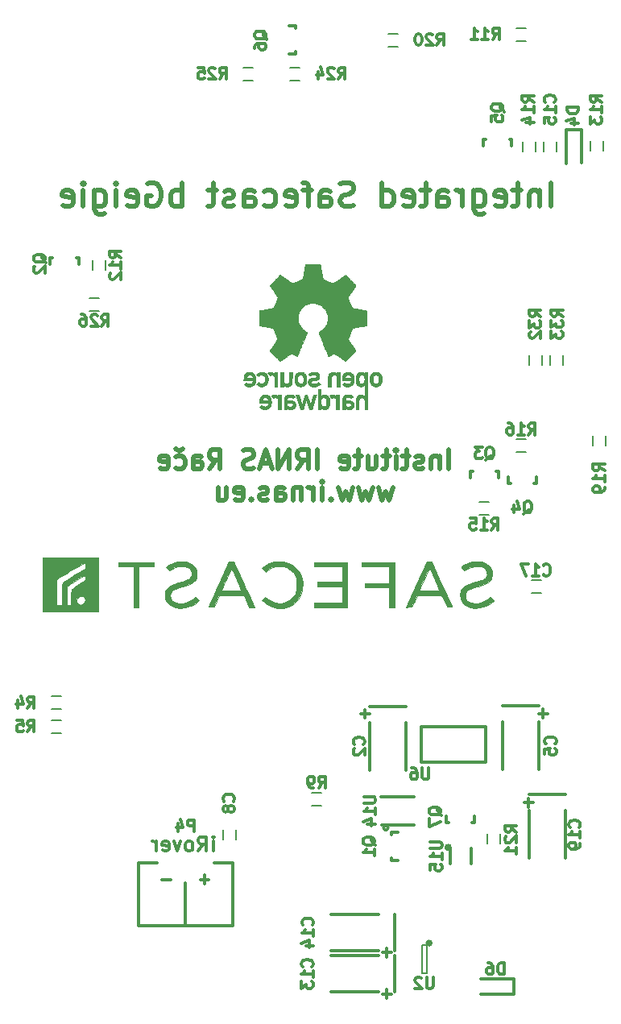
<source format=gbo>
G04 #@! TF.FileFunction,Legend,Bot*
%FSLAX46Y46*%
G04 Gerber Fmt 4.6, Leading zero omitted, Abs format (unit mm)*
G04 Created by KiCad (PCBNEW 4.0.0-rc1-stable) date 20.6.2016 14:39:27*
%MOMM*%
G01*
G04 APERTURE LIST*
%ADD10C,0.150000*%
%ADD11C,0.500000*%
%ADD12C,0.300000*%
%ADD13C,0.010000*%
G04 APERTURE END LIST*
D10*
D11*
X54354761Y-15780952D02*
X54354761Y-13280952D01*
X53164285Y-14114286D02*
X53164285Y-15780952D01*
X53164285Y-14352381D02*
X53045237Y-14233333D01*
X52807142Y-14114286D01*
X52449999Y-14114286D01*
X52211904Y-14233333D01*
X52092856Y-14471429D01*
X52092856Y-15780952D01*
X51259523Y-14114286D02*
X50307142Y-14114286D01*
X50902380Y-13280952D02*
X50902380Y-15423810D01*
X50783332Y-15661905D01*
X50545237Y-15780952D01*
X50307142Y-15780952D01*
X48521428Y-15661905D02*
X48759523Y-15780952D01*
X49235714Y-15780952D01*
X49473809Y-15661905D01*
X49592857Y-15423810D01*
X49592857Y-14471429D01*
X49473809Y-14233333D01*
X49235714Y-14114286D01*
X48759523Y-14114286D01*
X48521428Y-14233333D01*
X48402380Y-14471429D01*
X48402380Y-14709524D01*
X49592857Y-14947619D01*
X46259523Y-14114286D02*
X46259523Y-16138095D01*
X46378571Y-16376190D01*
X46497619Y-16495238D01*
X46735714Y-16614286D01*
X47092857Y-16614286D01*
X47330952Y-16495238D01*
X46259523Y-15661905D02*
X46497619Y-15780952D01*
X46973809Y-15780952D01*
X47211904Y-15661905D01*
X47330952Y-15542857D01*
X47450000Y-15304762D01*
X47450000Y-14590476D01*
X47330952Y-14352381D01*
X47211904Y-14233333D01*
X46973809Y-14114286D01*
X46497619Y-14114286D01*
X46259523Y-14233333D01*
X45069047Y-15780952D02*
X45069047Y-14114286D01*
X45069047Y-14590476D02*
X44949999Y-14352381D01*
X44830952Y-14233333D01*
X44592856Y-14114286D01*
X44354761Y-14114286D01*
X42449999Y-15780952D02*
X42449999Y-14471429D01*
X42569047Y-14233333D01*
X42807142Y-14114286D01*
X43283333Y-14114286D01*
X43521428Y-14233333D01*
X42449999Y-15661905D02*
X42688095Y-15780952D01*
X43283333Y-15780952D01*
X43521428Y-15661905D01*
X43640476Y-15423810D01*
X43640476Y-15185714D01*
X43521428Y-14947619D01*
X43283333Y-14828571D01*
X42688095Y-14828571D01*
X42449999Y-14709524D01*
X41616666Y-14114286D02*
X40664285Y-14114286D01*
X41259523Y-13280952D02*
X41259523Y-15423810D01*
X41140475Y-15661905D01*
X40902380Y-15780952D01*
X40664285Y-15780952D01*
X38878571Y-15661905D02*
X39116666Y-15780952D01*
X39592857Y-15780952D01*
X39830952Y-15661905D01*
X39950000Y-15423810D01*
X39950000Y-14471429D01*
X39830952Y-14233333D01*
X39592857Y-14114286D01*
X39116666Y-14114286D01*
X38878571Y-14233333D01*
X38759523Y-14471429D01*
X38759523Y-14709524D01*
X39950000Y-14947619D01*
X36616666Y-15780952D02*
X36616666Y-13280952D01*
X36616666Y-15661905D02*
X36854762Y-15780952D01*
X37330952Y-15780952D01*
X37569047Y-15661905D01*
X37688095Y-15542857D01*
X37807143Y-15304762D01*
X37807143Y-14590476D01*
X37688095Y-14352381D01*
X37569047Y-14233333D01*
X37330952Y-14114286D01*
X36854762Y-14114286D01*
X36616666Y-14233333D01*
X33640476Y-15661905D02*
X33283333Y-15780952D01*
X32688095Y-15780952D01*
X32449999Y-15661905D01*
X32330952Y-15542857D01*
X32211904Y-15304762D01*
X32211904Y-15066667D01*
X32330952Y-14828571D01*
X32449999Y-14709524D01*
X32688095Y-14590476D01*
X33164285Y-14471429D01*
X33402380Y-14352381D01*
X33521428Y-14233333D01*
X33640476Y-13995238D01*
X33640476Y-13757143D01*
X33521428Y-13519048D01*
X33402380Y-13400000D01*
X33164285Y-13280952D01*
X32569047Y-13280952D01*
X32211904Y-13400000D01*
X30069047Y-15780952D02*
X30069047Y-14471429D01*
X30188095Y-14233333D01*
X30426190Y-14114286D01*
X30902381Y-14114286D01*
X31140476Y-14233333D01*
X30069047Y-15661905D02*
X30307143Y-15780952D01*
X30902381Y-15780952D01*
X31140476Y-15661905D01*
X31259524Y-15423810D01*
X31259524Y-15185714D01*
X31140476Y-14947619D01*
X30902381Y-14828571D01*
X30307143Y-14828571D01*
X30069047Y-14709524D01*
X29235714Y-14114286D02*
X28283333Y-14114286D01*
X28878571Y-15780952D02*
X28878571Y-13638095D01*
X28759523Y-13400000D01*
X28521428Y-13280952D01*
X28283333Y-13280952D01*
X26497619Y-15661905D02*
X26735714Y-15780952D01*
X27211905Y-15780952D01*
X27450000Y-15661905D01*
X27569048Y-15423810D01*
X27569048Y-14471429D01*
X27450000Y-14233333D01*
X27211905Y-14114286D01*
X26735714Y-14114286D01*
X26497619Y-14233333D01*
X26378571Y-14471429D01*
X26378571Y-14709524D01*
X27569048Y-14947619D01*
X24235714Y-15661905D02*
X24473810Y-15780952D01*
X24950000Y-15780952D01*
X25188095Y-15661905D01*
X25307143Y-15542857D01*
X25426191Y-15304762D01*
X25426191Y-14590476D01*
X25307143Y-14352381D01*
X25188095Y-14233333D01*
X24950000Y-14114286D01*
X24473810Y-14114286D01*
X24235714Y-14233333D01*
X22092857Y-15780952D02*
X22092857Y-14471429D01*
X22211905Y-14233333D01*
X22450000Y-14114286D01*
X22926191Y-14114286D01*
X23164286Y-14233333D01*
X22092857Y-15661905D02*
X22330953Y-15780952D01*
X22926191Y-15780952D01*
X23164286Y-15661905D01*
X23283334Y-15423810D01*
X23283334Y-15185714D01*
X23164286Y-14947619D01*
X22926191Y-14828571D01*
X22330953Y-14828571D01*
X22092857Y-14709524D01*
X21021429Y-15661905D02*
X20783333Y-15780952D01*
X20307143Y-15780952D01*
X20069048Y-15661905D01*
X19950000Y-15423810D01*
X19950000Y-15304762D01*
X20069048Y-15066667D01*
X20307143Y-14947619D01*
X20664286Y-14947619D01*
X20902381Y-14828571D01*
X21021429Y-14590476D01*
X21021429Y-14471429D01*
X20902381Y-14233333D01*
X20664286Y-14114286D01*
X20307143Y-14114286D01*
X20069048Y-14233333D01*
X19235714Y-14114286D02*
X18283333Y-14114286D01*
X18878571Y-13280952D02*
X18878571Y-15423810D01*
X18759523Y-15661905D01*
X18521428Y-15780952D01*
X18283333Y-15780952D01*
X15545238Y-15780952D02*
X15545238Y-13280952D01*
X15545238Y-14233333D02*
X15307143Y-14114286D01*
X14830952Y-14114286D01*
X14592857Y-14233333D01*
X14473809Y-14352381D01*
X14354762Y-14590476D01*
X14354762Y-15304762D01*
X14473809Y-15542857D01*
X14592857Y-15661905D01*
X14830952Y-15780952D01*
X15307143Y-15780952D01*
X15545238Y-15661905D01*
X11973809Y-13400000D02*
X12211904Y-13280952D01*
X12569047Y-13280952D01*
X12926190Y-13400000D01*
X13164285Y-13638095D01*
X13283333Y-13876190D01*
X13402381Y-14352381D01*
X13402381Y-14709524D01*
X13283333Y-15185714D01*
X13164285Y-15423810D01*
X12926190Y-15661905D01*
X12569047Y-15780952D01*
X12330952Y-15780952D01*
X11973809Y-15661905D01*
X11854761Y-15542857D01*
X11854761Y-14709524D01*
X12330952Y-14709524D01*
X9830952Y-15661905D02*
X10069047Y-15780952D01*
X10545238Y-15780952D01*
X10783333Y-15661905D01*
X10902381Y-15423810D01*
X10902381Y-14471429D01*
X10783333Y-14233333D01*
X10545238Y-14114286D01*
X10069047Y-14114286D01*
X9830952Y-14233333D01*
X9711904Y-14471429D01*
X9711904Y-14709524D01*
X10902381Y-14947619D01*
X8640476Y-15780952D02*
X8640476Y-14114286D01*
X8640476Y-13280952D02*
X8759524Y-13400000D01*
X8640476Y-13519048D01*
X8521428Y-13400000D01*
X8640476Y-13280952D01*
X8640476Y-13519048D01*
X6378571Y-14114286D02*
X6378571Y-16138095D01*
X6497619Y-16376190D01*
X6616667Y-16495238D01*
X6854762Y-16614286D01*
X7211905Y-16614286D01*
X7450000Y-16495238D01*
X6378571Y-15661905D02*
X6616667Y-15780952D01*
X7092857Y-15780952D01*
X7330952Y-15661905D01*
X7450000Y-15542857D01*
X7569048Y-15304762D01*
X7569048Y-14590476D01*
X7450000Y-14352381D01*
X7330952Y-14233333D01*
X7092857Y-14114286D01*
X6616667Y-14114286D01*
X6378571Y-14233333D01*
X5188095Y-15780952D02*
X5188095Y-14114286D01*
X5188095Y-13280952D02*
X5307143Y-13400000D01*
X5188095Y-13519048D01*
X5069047Y-13400000D01*
X5188095Y-13280952D01*
X5188095Y-13519048D01*
X3045238Y-15661905D02*
X3283333Y-15780952D01*
X3759524Y-15780952D01*
X3997619Y-15661905D01*
X4116667Y-15423810D01*
X4116667Y-14471429D01*
X3997619Y-14233333D01*
X3759524Y-14114286D01*
X3283333Y-14114286D01*
X3045238Y-14233333D01*
X2926190Y-14471429D01*
X2926190Y-14709524D01*
X4116667Y-14947619D01*
X43592859Y-43354762D02*
X43592859Y-41354762D01*
X42640478Y-42021429D02*
X42640478Y-43354762D01*
X42640478Y-42211905D02*
X42545239Y-42116667D01*
X42354763Y-42021429D01*
X42069049Y-42021429D01*
X41878573Y-42116667D01*
X41783335Y-42307143D01*
X41783335Y-43354762D01*
X40926192Y-43259524D02*
X40735715Y-43354762D01*
X40354763Y-43354762D01*
X40164287Y-43259524D01*
X40069049Y-43069048D01*
X40069049Y-42973810D01*
X40164287Y-42783333D01*
X40354763Y-42688095D01*
X40640477Y-42688095D01*
X40830954Y-42592857D01*
X40926192Y-42402381D01*
X40926192Y-42307143D01*
X40830954Y-42116667D01*
X40640477Y-42021429D01*
X40354763Y-42021429D01*
X40164287Y-42116667D01*
X39497620Y-42021429D02*
X38735715Y-42021429D01*
X39211906Y-41354762D02*
X39211906Y-43069048D01*
X39116667Y-43259524D01*
X38926191Y-43354762D01*
X38735715Y-43354762D01*
X38069049Y-43354762D02*
X38069049Y-42021429D01*
X38069049Y-41354762D02*
X38164287Y-41450000D01*
X38069049Y-41545238D01*
X37973810Y-41450000D01*
X38069049Y-41354762D01*
X38069049Y-41545238D01*
X37402382Y-42021429D02*
X36640477Y-42021429D01*
X37116668Y-41354762D02*
X37116668Y-43069048D01*
X37021429Y-43259524D01*
X36830953Y-43354762D01*
X36640477Y-43354762D01*
X35116668Y-42021429D02*
X35116668Y-43354762D01*
X35973811Y-42021429D02*
X35973811Y-43069048D01*
X35878572Y-43259524D01*
X35688096Y-43354762D01*
X35402382Y-43354762D01*
X35211906Y-43259524D01*
X35116668Y-43164286D01*
X34450001Y-42021429D02*
X33688096Y-42021429D01*
X34164287Y-41354762D02*
X34164287Y-43069048D01*
X34069048Y-43259524D01*
X33878572Y-43354762D01*
X33688096Y-43354762D01*
X32259525Y-43259524D02*
X32450001Y-43354762D01*
X32830953Y-43354762D01*
X33021430Y-43259524D01*
X33116668Y-43069048D01*
X33116668Y-42307143D01*
X33021430Y-42116667D01*
X32830953Y-42021429D01*
X32450001Y-42021429D01*
X32259525Y-42116667D01*
X32164287Y-42307143D01*
X32164287Y-42497619D01*
X33116668Y-42688095D01*
X29783334Y-43354762D02*
X29783334Y-41354762D01*
X27688095Y-43354762D02*
X28354762Y-42402381D01*
X28830953Y-43354762D02*
X28830953Y-41354762D01*
X28069048Y-41354762D01*
X27878572Y-41450000D01*
X27783333Y-41545238D01*
X27688095Y-41735714D01*
X27688095Y-42021429D01*
X27783333Y-42211905D01*
X27878572Y-42307143D01*
X28069048Y-42402381D01*
X28830953Y-42402381D01*
X26830953Y-43354762D02*
X26830953Y-41354762D01*
X25688095Y-43354762D01*
X25688095Y-41354762D01*
X24830953Y-42783333D02*
X23878572Y-42783333D01*
X25021429Y-43354762D02*
X24354762Y-41354762D01*
X23688095Y-43354762D01*
X23116667Y-43259524D02*
X22830952Y-43354762D01*
X22354762Y-43354762D01*
X22164286Y-43259524D01*
X22069048Y-43164286D01*
X21973809Y-42973810D01*
X21973809Y-42783333D01*
X22069048Y-42592857D01*
X22164286Y-42497619D01*
X22354762Y-42402381D01*
X22735714Y-42307143D01*
X22926190Y-42211905D01*
X23021429Y-42116667D01*
X23116667Y-41926190D01*
X23116667Y-41735714D01*
X23021429Y-41545238D01*
X22926190Y-41450000D01*
X22735714Y-41354762D01*
X22259524Y-41354762D01*
X21973809Y-41450000D01*
X18449999Y-43354762D02*
X19116666Y-42402381D01*
X19592857Y-43354762D02*
X19592857Y-41354762D01*
X18830952Y-41354762D01*
X18640476Y-41450000D01*
X18545237Y-41545238D01*
X18449999Y-41735714D01*
X18449999Y-42021429D01*
X18545237Y-42211905D01*
X18640476Y-42307143D01*
X18830952Y-42402381D01*
X19592857Y-42402381D01*
X16735714Y-43354762D02*
X16735714Y-42307143D01*
X16830952Y-42116667D01*
X17021428Y-42021429D01*
X17402380Y-42021429D01*
X17592857Y-42116667D01*
X16735714Y-43259524D02*
X16926190Y-43354762D01*
X17402380Y-43354762D01*
X17592857Y-43259524D01*
X17688095Y-43069048D01*
X17688095Y-42878571D01*
X17592857Y-42688095D01*
X17402380Y-42592857D01*
X16926190Y-42592857D01*
X16735714Y-42497619D01*
X14926190Y-43259524D02*
X15116666Y-43354762D01*
X15497618Y-43354762D01*
X15688094Y-43259524D01*
X15783333Y-43164286D01*
X15878571Y-42973810D01*
X15878571Y-42402381D01*
X15783333Y-42211905D01*
X15688094Y-42116667D01*
X15497618Y-42021429D01*
X15116666Y-42021429D01*
X14926190Y-42116667D01*
X15688094Y-41259524D02*
X15307142Y-41545238D01*
X14926190Y-41259524D01*
X13307142Y-43259524D02*
X13497618Y-43354762D01*
X13878570Y-43354762D01*
X14069047Y-43259524D01*
X14164285Y-43069048D01*
X14164285Y-42307143D01*
X14069047Y-42116667D01*
X13878570Y-42021429D01*
X13497618Y-42021429D01*
X13307142Y-42116667D01*
X13211904Y-42307143D01*
X13211904Y-42497619D01*
X14164285Y-42688095D01*
X37735715Y-45321429D02*
X37354762Y-46654762D01*
X36973810Y-45702381D01*
X36592858Y-46654762D01*
X36211905Y-45321429D01*
X35640477Y-45321429D02*
X35259524Y-46654762D01*
X34878572Y-45702381D01*
X34497620Y-46654762D01*
X34116667Y-45321429D01*
X33545239Y-45321429D02*
X33164286Y-46654762D01*
X32783334Y-45702381D01*
X32402382Y-46654762D01*
X32021429Y-45321429D01*
X31259525Y-46464286D02*
X31164286Y-46559524D01*
X31259525Y-46654762D01*
X31354763Y-46559524D01*
X31259525Y-46464286D01*
X31259525Y-46654762D01*
X30307144Y-46654762D02*
X30307144Y-45321429D01*
X30307144Y-44654762D02*
X30402382Y-44750000D01*
X30307144Y-44845238D01*
X30211905Y-44750000D01*
X30307144Y-44654762D01*
X30307144Y-44845238D01*
X29354763Y-46654762D02*
X29354763Y-45321429D01*
X29354763Y-45702381D02*
X29259524Y-45511905D01*
X29164286Y-45416667D01*
X28973810Y-45321429D01*
X28783334Y-45321429D01*
X28116668Y-45321429D02*
X28116668Y-46654762D01*
X28116668Y-45511905D02*
X28021429Y-45416667D01*
X27830953Y-45321429D01*
X27545239Y-45321429D01*
X27354763Y-45416667D01*
X27259525Y-45607143D01*
X27259525Y-46654762D01*
X25450001Y-46654762D02*
X25450001Y-45607143D01*
X25545239Y-45416667D01*
X25735715Y-45321429D01*
X26116667Y-45321429D01*
X26307144Y-45416667D01*
X25450001Y-46559524D02*
X25640477Y-46654762D01*
X26116667Y-46654762D01*
X26307144Y-46559524D01*
X26402382Y-46369048D01*
X26402382Y-46178571D01*
X26307144Y-45988095D01*
X26116667Y-45892857D01*
X25640477Y-45892857D01*
X25450001Y-45797619D01*
X24592858Y-46559524D02*
X24402381Y-46654762D01*
X24021429Y-46654762D01*
X23830953Y-46559524D01*
X23735715Y-46369048D01*
X23735715Y-46273810D01*
X23830953Y-46083333D01*
X24021429Y-45988095D01*
X24307143Y-45988095D01*
X24497620Y-45892857D01*
X24592858Y-45702381D01*
X24592858Y-45607143D01*
X24497620Y-45416667D01*
X24307143Y-45321429D01*
X24021429Y-45321429D01*
X23830953Y-45416667D01*
X22878572Y-46464286D02*
X22783333Y-46559524D01*
X22878572Y-46654762D01*
X22973810Y-46559524D01*
X22878572Y-46464286D01*
X22878572Y-46654762D01*
X21164286Y-46559524D02*
X21354762Y-46654762D01*
X21735714Y-46654762D01*
X21926191Y-46559524D01*
X22021429Y-46369048D01*
X22021429Y-45607143D01*
X21926191Y-45416667D01*
X21735714Y-45321429D01*
X21354762Y-45321429D01*
X21164286Y-45416667D01*
X21069048Y-45607143D01*
X21069048Y-45797619D01*
X22021429Y-45988095D01*
X19354762Y-45321429D02*
X19354762Y-46654762D01*
X20211905Y-45321429D02*
X20211905Y-46369048D01*
X20116666Y-46559524D01*
X19926190Y-46654762D01*
X19640476Y-46654762D01*
X19450000Y-46559524D01*
X19354762Y-46464286D01*
D12*
X18857142Y-83528571D02*
X18857142Y-82528571D01*
X18857142Y-82028571D02*
X18928571Y-82100000D01*
X18857142Y-82171429D01*
X18785714Y-82100000D01*
X18857142Y-82028571D01*
X18857142Y-82171429D01*
X17285713Y-83528571D02*
X17785713Y-82814286D01*
X18142856Y-83528571D02*
X18142856Y-82028571D01*
X17571428Y-82028571D01*
X17428570Y-82100000D01*
X17357142Y-82171429D01*
X17285713Y-82314286D01*
X17285713Y-82528571D01*
X17357142Y-82671429D01*
X17428570Y-82742857D01*
X17571428Y-82814286D01*
X18142856Y-82814286D01*
X16428570Y-83528571D02*
X16571428Y-83457143D01*
X16642856Y-83385714D01*
X16714285Y-83242857D01*
X16714285Y-82814286D01*
X16642856Y-82671429D01*
X16571428Y-82600000D01*
X16428570Y-82528571D01*
X16214285Y-82528571D01*
X16071428Y-82600000D01*
X15999999Y-82671429D01*
X15928570Y-82814286D01*
X15928570Y-83242857D01*
X15999999Y-83385714D01*
X16071428Y-83457143D01*
X16214285Y-83528571D01*
X16428570Y-83528571D01*
X15428570Y-82528571D02*
X15071427Y-83528571D01*
X14714285Y-82528571D01*
X13571428Y-83457143D02*
X13714285Y-83528571D01*
X13999999Y-83528571D01*
X14142856Y-83457143D01*
X14214285Y-83314286D01*
X14214285Y-82742857D01*
X14142856Y-82600000D01*
X13999999Y-82528571D01*
X13714285Y-82528571D01*
X13571428Y-82600000D01*
X13499999Y-82742857D01*
X13499999Y-82885714D01*
X14214285Y-83028571D01*
X12857142Y-83528571D02*
X12857142Y-82528571D01*
X12857142Y-82814286D02*
X12785714Y-82671429D01*
X12714285Y-82600000D01*
X12571428Y-82528571D01*
X12428571Y-82528571D01*
D13*
G36*
X32969591Y-35568108D02*
X32866022Y-35577550D01*
X32773709Y-35595878D01*
X32692470Y-35623189D01*
X32622124Y-35659576D01*
X32562487Y-35705137D01*
X32513377Y-35759966D01*
X32474612Y-35824159D01*
X32446010Y-35897812D01*
X32444527Y-35902829D01*
X32442189Y-35911875D01*
X32440144Y-35922522D01*
X32438366Y-35935780D01*
X32436832Y-35952658D01*
X32435516Y-35974168D01*
X32434395Y-36001320D01*
X32433443Y-36035124D01*
X32432637Y-36076591D01*
X32431951Y-36126731D01*
X32431360Y-36186554D01*
X32430841Y-36257071D01*
X32430369Y-36339292D01*
X32429919Y-36434228D01*
X32429567Y-36517872D01*
X32427250Y-37089372D01*
X32725371Y-37089372D01*
X32725371Y-37020429D01*
X32725902Y-36990844D01*
X32727329Y-36967675D01*
X32729404Y-36954056D01*
X32730814Y-36951769D01*
X32737789Y-36957311D01*
X32749959Y-36971275D01*
X32759774Y-36984030D01*
X32797861Y-37024382D01*
X32846728Y-37056312D01*
X32906676Y-37079924D01*
X32978008Y-37095321D01*
X33061024Y-37102607D01*
X33107761Y-37103235D01*
X33147942Y-37101906D01*
X33190139Y-37098888D01*
X33227744Y-37094714D01*
X33242783Y-37092356D01*
X33326875Y-37070794D01*
X33402473Y-37038521D01*
X33468866Y-36996387D01*
X33525346Y-36945240D01*
X33571202Y-36885929D01*
X33605726Y-36819303D01*
X33628207Y-36746210D01*
X33637935Y-36667499D01*
X33637561Y-36627439D01*
X33356743Y-36627439D01*
X33350265Y-36677796D01*
X33331065Y-36721449D01*
X33299490Y-36757999D01*
X33255890Y-36787051D01*
X33200614Y-36808207D01*
X33196910Y-36809223D01*
X33171340Y-36813759D01*
X33134882Y-36817163D01*
X33091119Y-36819391D01*
X33043636Y-36820398D01*
X32996017Y-36820141D01*
X32951846Y-36818574D01*
X32914708Y-36815654D01*
X32895724Y-36812951D01*
X32864779Y-36805207D01*
X32833291Y-36794225D01*
X32818829Y-36787751D01*
X32791661Y-36770998D01*
X32770337Y-36750239D01*
X32754143Y-36723623D01*
X32742367Y-36689298D01*
X32734296Y-36645414D01*
X32729219Y-36590118D01*
X32727281Y-36549826D01*
X32723354Y-36442080D01*
X32951148Y-36445166D01*
X33015688Y-36446106D01*
X33067550Y-36447074D01*
X33108572Y-36448193D01*
X33140590Y-36449589D01*
X33165442Y-36451385D01*
X33184964Y-36453706D01*
X33200994Y-36456677D01*
X33215367Y-36460422D01*
X33226114Y-36463796D01*
X33276806Y-36486335D01*
X33315203Y-36516422D01*
X33341199Y-36553927D01*
X33354690Y-36598717D01*
X33356743Y-36627439D01*
X33637561Y-36627439D01*
X33637493Y-36620266D01*
X33626491Y-36541000D01*
X33603197Y-36467377D01*
X33568431Y-36400646D01*
X33523015Y-36342057D01*
X33467770Y-36292859D01*
X33403520Y-36254300D01*
X33393832Y-36249812D01*
X33370719Y-36239683D01*
X33349823Y-36231345D01*
X33329421Y-36224599D01*
X33307793Y-36219245D01*
X33283215Y-36215086D01*
X33253966Y-36211920D01*
X33218324Y-36209550D01*
X33174567Y-36207775D01*
X33120972Y-36206397D01*
X33055818Y-36205217D01*
X33001143Y-36204382D01*
X32729000Y-36200372D01*
X32726944Y-36113786D01*
X32726597Y-36059061D01*
X32728886Y-36016143D01*
X32734427Y-35982464D01*
X32743836Y-35955458D01*
X32757730Y-35932559D01*
X32775209Y-35912705D01*
X32798960Y-35892162D01*
X32825527Y-35876504D01*
X32857745Y-35864726D01*
X32898448Y-35855821D01*
X32950473Y-35848786D01*
X32957600Y-35848021D01*
X33031809Y-35843926D01*
X33104319Y-35846897D01*
X33170567Y-35856634D01*
X33199439Y-35863808D01*
X33229803Y-35874178D01*
X33253788Y-35887090D01*
X33277640Y-35906259D01*
X33289333Y-35917275D01*
X33329704Y-35956377D01*
X33444800Y-35869212D01*
X33484700Y-35838753D01*
X33514153Y-35815577D01*
X33534479Y-35798467D01*
X33546996Y-35786207D01*
X33553024Y-35777581D01*
X33553881Y-35771372D01*
X33553097Y-35769341D01*
X33539251Y-35750772D01*
X33516044Y-35727208D01*
X33486524Y-35701181D01*
X33453739Y-35675222D01*
X33420737Y-35651864D01*
X33390567Y-35633638D01*
X33388295Y-35632440D01*
X33343255Y-35611121D01*
X33298563Y-35594850D01*
X33251083Y-35582956D01*
X33197676Y-35574767D01*
X33135205Y-35569613D01*
X33084600Y-35567457D01*
X32969591Y-35568108D01*
X32969591Y-35568108D01*
G37*
X32969591Y-35568108D02*
X32866022Y-35577550D01*
X32773709Y-35595878D01*
X32692470Y-35623189D01*
X32622124Y-35659576D01*
X32562487Y-35705137D01*
X32513377Y-35759966D01*
X32474612Y-35824159D01*
X32446010Y-35897812D01*
X32444527Y-35902829D01*
X32442189Y-35911875D01*
X32440144Y-35922522D01*
X32438366Y-35935780D01*
X32436832Y-35952658D01*
X32435516Y-35974168D01*
X32434395Y-36001320D01*
X32433443Y-36035124D01*
X32432637Y-36076591D01*
X32431951Y-36126731D01*
X32431360Y-36186554D01*
X32430841Y-36257071D01*
X32430369Y-36339292D01*
X32429919Y-36434228D01*
X32429567Y-36517872D01*
X32427250Y-37089372D01*
X32725371Y-37089372D01*
X32725371Y-37020429D01*
X32725902Y-36990844D01*
X32727329Y-36967675D01*
X32729404Y-36954056D01*
X32730814Y-36951769D01*
X32737789Y-36957311D01*
X32749959Y-36971275D01*
X32759774Y-36984030D01*
X32797861Y-37024382D01*
X32846728Y-37056312D01*
X32906676Y-37079924D01*
X32978008Y-37095321D01*
X33061024Y-37102607D01*
X33107761Y-37103235D01*
X33147942Y-37101906D01*
X33190139Y-37098888D01*
X33227744Y-37094714D01*
X33242783Y-37092356D01*
X33326875Y-37070794D01*
X33402473Y-37038521D01*
X33468866Y-36996387D01*
X33525346Y-36945240D01*
X33571202Y-36885929D01*
X33605726Y-36819303D01*
X33628207Y-36746210D01*
X33637935Y-36667499D01*
X33637561Y-36627439D01*
X33356743Y-36627439D01*
X33350265Y-36677796D01*
X33331065Y-36721449D01*
X33299490Y-36757999D01*
X33255890Y-36787051D01*
X33200614Y-36808207D01*
X33196910Y-36809223D01*
X33171340Y-36813759D01*
X33134882Y-36817163D01*
X33091119Y-36819391D01*
X33043636Y-36820398D01*
X32996017Y-36820141D01*
X32951846Y-36818574D01*
X32914708Y-36815654D01*
X32895724Y-36812951D01*
X32864779Y-36805207D01*
X32833291Y-36794225D01*
X32818829Y-36787751D01*
X32791661Y-36770998D01*
X32770337Y-36750239D01*
X32754143Y-36723623D01*
X32742367Y-36689298D01*
X32734296Y-36645414D01*
X32729219Y-36590118D01*
X32727281Y-36549826D01*
X32723354Y-36442080D01*
X32951148Y-36445166D01*
X33015688Y-36446106D01*
X33067550Y-36447074D01*
X33108572Y-36448193D01*
X33140590Y-36449589D01*
X33165442Y-36451385D01*
X33184964Y-36453706D01*
X33200994Y-36456677D01*
X33215367Y-36460422D01*
X33226114Y-36463796D01*
X33276806Y-36486335D01*
X33315203Y-36516422D01*
X33341199Y-36553927D01*
X33354690Y-36598717D01*
X33356743Y-36627439D01*
X33637561Y-36627439D01*
X33637493Y-36620266D01*
X33626491Y-36541000D01*
X33603197Y-36467377D01*
X33568431Y-36400646D01*
X33523015Y-36342057D01*
X33467770Y-36292859D01*
X33403520Y-36254300D01*
X33393832Y-36249812D01*
X33370719Y-36239683D01*
X33349823Y-36231345D01*
X33329421Y-36224599D01*
X33307793Y-36219245D01*
X33283215Y-36215086D01*
X33253966Y-36211920D01*
X33218324Y-36209550D01*
X33174567Y-36207775D01*
X33120972Y-36206397D01*
X33055818Y-36205217D01*
X33001143Y-36204382D01*
X32729000Y-36200372D01*
X32726944Y-36113786D01*
X32726597Y-36059061D01*
X32728886Y-36016143D01*
X32734427Y-35982464D01*
X32743836Y-35955458D01*
X32757730Y-35932559D01*
X32775209Y-35912705D01*
X32798960Y-35892162D01*
X32825527Y-35876504D01*
X32857745Y-35864726D01*
X32898448Y-35855821D01*
X32950473Y-35848786D01*
X32957600Y-35848021D01*
X33031809Y-35843926D01*
X33104319Y-35846897D01*
X33170567Y-35856634D01*
X33199439Y-35863808D01*
X33229803Y-35874178D01*
X33253788Y-35887090D01*
X33277640Y-35906259D01*
X33289333Y-35917275D01*
X33329704Y-35956377D01*
X33444800Y-35869212D01*
X33484700Y-35838753D01*
X33514153Y-35815577D01*
X33534479Y-35798467D01*
X33546996Y-35786207D01*
X33553024Y-35777581D01*
X33553881Y-35771372D01*
X33553097Y-35769341D01*
X33539251Y-35750772D01*
X33516044Y-35727208D01*
X33486524Y-35701181D01*
X33453739Y-35675222D01*
X33420737Y-35651864D01*
X33390567Y-35633638D01*
X33388295Y-35632440D01*
X33343255Y-35611121D01*
X33298563Y-35594850D01*
X33251083Y-35582956D01*
X33197676Y-35574767D01*
X33135205Y-35569613D01*
X33084600Y-35567457D01*
X32969591Y-35568108D01*
G36*
X29858800Y-37089372D02*
X30156343Y-37089372D01*
X30156343Y-36927866D01*
X30188989Y-36957958D01*
X30245074Y-37002688D01*
X30308631Y-37041526D01*
X30375398Y-37072276D01*
X30441114Y-37092743D01*
X30457033Y-37096023D01*
X30508905Y-37101897D01*
X30567516Y-37102725D01*
X30626047Y-37098638D01*
X30667971Y-37091972D01*
X30741078Y-37069511D01*
X30811274Y-37034358D01*
X30875149Y-36988327D01*
X30893091Y-36972173D01*
X30943852Y-36918892D01*
X30982720Y-36865607D01*
X31011378Y-36808959D01*
X31031510Y-36745590D01*
X31044798Y-36672139D01*
X31045273Y-36668457D01*
X31051008Y-36612360D01*
X31055366Y-36546946D01*
X31058373Y-36474643D01*
X31060051Y-36397877D01*
X31060227Y-36360681D01*
X30758221Y-36360681D01*
X30757415Y-36417248D01*
X30755479Y-36469185D01*
X30752374Y-36513762D01*
X30748064Y-36548248D01*
X30747769Y-36549920D01*
X30730341Y-36620349D01*
X30705318Y-36678698D01*
X30672178Y-36725560D01*
X30630399Y-36761530D01*
X30579460Y-36787200D01*
X30526457Y-36801778D01*
X30495036Y-36804713D01*
X30455120Y-36804102D01*
X30412153Y-36800438D01*
X30371583Y-36794215D01*
X30338854Y-36785927D01*
X30334572Y-36784390D01*
X30290612Y-36760821D01*
X30250407Y-36726537D01*
X30217922Y-36685336D01*
X30203968Y-36659289D01*
X30190672Y-36626683D01*
X30180246Y-36594407D01*
X30172379Y-36560123D01*
X30166760Y-36521493D01*
X30163078Y-36476179D01*
X30161021Y-36421844D01*
X30160279Y-36356149D01*
X30160270Y-36331000D01*
X30160619Y-36269485D01*
X30161510Y-36220285D01*
X30163064Y-36181207D01*
X30165400Y-36150059D01*
X30168638Y-36124646D01*
X30172698Y-36103646D01*
X30193337Y-36034650D01*
X30221232Y-35978039D01*
X30256900Y-35933345D01*
X30300860Y-35900097D01*
X30353627Y-35877828D01*
X30415721Y-35866066D01*
X30436360Y-35864511D01*
X30507793Y-35865718D01*
X30569492Y-35877569D01*
X30621950Y-35900406D01*
X30665660Y-35934572D01*
X30701113Y-35980410D01*
X30728802Y-36038264D01*
X30741370Y-36077000D01*
X30746575Y-36103991D01*
X30750871Y-36142740D01*
X30754221Y-36190514D01*
X30756587Y-36244583D01*
X30757933Y-36302215D01*
X30758221Y-36360681D01*
X31060227Y-36360681D01*
X31060424Y-36319077D01*
X31059518Y-36240668D01*
X31057356Y-36165079D01*
X31053961Y-36094737D01*
X31049359Y-36032070D01*
X31043573Y-35979503D01*
X31038111Y-35946372D01*
X31015023Y-35868012D01*
X30979290Y-35796089D01*
X30931749Y-35731665D01*
X30873235Y-35675799D01*
X30804586Y-35629552D01*
X30776828Y-35615113D01*
X30716261Y-35590018D01*
X30656246Y-35574350D01*
X30592113Y-35567200D01*
X30530085Y-35567173D01*
X30458738Y-35574200D01*
X30393668Y-35590187D01*
X30331776Y-35616362D01*
X30269964Y-35653955D01*
X30223818Y-35688743D01*
X30201569Y-35706581D01*
X30182169Y-35721902D01*
X30169864Y-35731357D01*
X30166898Y-35733136D01*
X30164401Y-35732997D01*
X30162332Y-35729821D01*
X30160651Y-35722492D01*
X30159318Y-35709893D01*
X30158292Y-35690905D01*
X30157534Y-35664412D01*
X30157002Y-35629297D01*
X30156658Y-35584441D01*
X30156460Y-35528728D01*
X30156369Y-35461040D01*
X30156343Y-35380260D01*
X30156343Y-34970286D01*
X29858800Y-34970286D01*
X29858800Y-37089372D01*
X29858800Y-37089372D01*
G37*
X29858800Y-37089372D02*
X30156343Y-37089372D01*
X30156343Y-36927866D01*
X30188989Y-36957958D01*
X30245074Y-37002688D01*
X30308631Y-37041526D01*
X30375398Y-37072276D01*
X30441114Y-37092743D01*
X30457033Y-37096023D01*
X30508905Y-37101897D01*
X30567516Y-37102725D01*
X30626047Y-37098638D01*
X30667971Y-37091972D01*
X30741078Y-37069511D01*
X30811274Y-37034358D01*
X30875149Y-36988327D01*
X30893091Y-36972173D01*
X30943852Y-36918892D01*
X30982720Y-36865607D01*
X31011378Y-36808959D01*
X31031510Y-36745590D01*
X31044798Y-36672139D01*
X31045273Y-36668457D01*
X31051008Y-36612360D01*
X31055366Y-36546946D01*
X31058373Y-36474643D01*
X31060051Y-36397877D01*
X31060227Y-36360681D01*
X30758221Y-36360681D01*
X30757415Y-36417248D01*
X30755479Y-36469185D01*
X30752374Y-36513762D01*
X30748064Y-36548248D01*
X30747769Y-36549920D01*
X30730341Y-36620349D01*
X30705318Y-36678698D01*
X30672178Y-36725560D01*
X30630399Y-36761530D01*
X30579460Y-36787200D01*
X30526457Y-36801778D01*
X30495036Y-36804713D01*
X30455120Y-36804102D01*
X30412153Y-36800438D01*
X30371583Y-36794215D01*
X30338854Y-36785927D01*
X30334572Y-36784390D01*
X30290612Y-36760821D01*
X30250407Y-36726537D01*
X30217922Y-36685336D01*
X30203968Y-36659289D01*
X30190672Y-36626683D01*
X30180246Y-36594407D01*
X30172379Y-36560123D01*
X30166760Y-36521493D01*
X30163078Y-36476179D01*
X30161021Y-36421844D01*
X30160279Y-36356149D01*
X30160270Y-36331000D01*
X30160619Y-36269485D01*
X30161510Y-36220285D01*
X30163064Y-36181207D01*
X30165400Y-36150059D01*
X30168638Y-36124646D01*
X30172698Y-36103646D01*
X30193337Y-36034650D01*
X30221232Y-35978039D01*
X30256900Y-35933345D01*
X30300860Y-35900097D01*
X30353627Y-35877828D01*
X30415721Y-35866066D01*
X30436360Y-35864511D01*
X30507793Y-35865718D01*
X30569492Y-35877569D01*
X30621950Y-35900406D01*
X30665660Y-35934572D01*
X30701113Y-35980410D01*
X30728802Y-36038264D01*
X30741370Y-36077000D01*
X30746575Y-36103991D01*
X30750871Y-36142740D01*
X30754221Y-36190514D01*
X30756587Y-36244583D01*
X30757933Y-36302215D01*
X30758221Y-36360681D01*
X31060227Y-36360681D01*
X31060424Y-36319077D01*
X31059518Y-36240668D01*
X31057356Y-36165079D01*
X31053961Y-36094737D01*
X31049359Y-36032070D01*
X31043573Y-35979503D01*
X31038111Y-35946372D01*
X31015023Y-35868012D01*
X30979290Y-35796089D01*
X30931749Y-35731665D01*
X30873235Y-35675799D01*
X30804586Y-35629552D01*
X30776828Y-35615113D01*
X30716261Y-35590018D01*
X30656246Y-35574350D01*
X30592113Y-35567200D01*
X30530085Y-35567173D01*
X30458738Y-35574200D01*
X30393668Y-35590187D01*
X30331776Y-35616362D01*
X30269964Y-35653955D01*
X30223818Y-35688743D01*
X30201569Y-35706581D01*
X30182169Y-35721902D01*
X30169864Y-35731357D01*
X30166898Y-35733136D01*
X30164401Y-35732997D01*
X30162332Y-35729821D01*
X30160651Y-35722492D01*
X30159318Y-35709893D01*
X30158292Y-35690905D01*
X30157534Y-35664412D01*
X30157002Y-35629297D01*
X30156658Y-35584441D01*
X30156460Y-35528728D01*
X30156369Y-35461040D01*
X30156343Y-35380260D01*
X30156343Y-34970286D01*
X29858800Y-34970286D01*
X29858800Y-37089372D01*
G36*
X26852169Y-35568074D02*
X26748981Y-35577406D01*
X26657043Y-35595570D01*
X26576133Y-35622682D01*
X26506031Y-35658858D01*
X26446514Y-35704213D01*
X26397363Y-35758865D01*
X26358354Y-35822928D01*
X26329268Y-35896520D01*
X26327361Y-35902829D01*
X26324982Y-35911786D01*
X26322900Y-35922188D01*
X26321091Y-35935046D01*
X26319529Y-35951375D01*
X26318188Y-35972185D01*
X26317043Y-35998490D01*
X26316068Y-36031302D01*
X26315239Y-36071633D01*
X26314530Y-36120497D01*
X26313915Y-36178905D01*
X26313370Y-36247870D01*
X26312868Y-36328404D01*
X26312385Y-36421520D01*
X26311940Y-36517872D01*
X26309402Y-37089372D01*
X26607600Y-37089372D01*
X26607600Y-37020429D01*
X26608214Y-36990805D01*
X26609865Y-36967557D01*
X26612266Y-36953837D01*
X26613893Y-36951486D01*
X26621283Y-36957030D01*
X26632843Y-36971086D01*
X26639007Y-36979927D01*
X26671836Y-37017126D01*
X26716645Y-37048763D01*
X26771642Y-37073851D01*
X26835034Y-37091407D01*
X26845528Y-37093396D01*
X26890939Y-37099062D01*
X26945173Y-37102076D01*
X27002881Y-37102443D01*
X27058715Y-37100169D01*
X27107328Y-37095258D01*
X27120432Y-37093140D01*
X27207309Y-37071279D01*
X27284700Y-37039082D01*
X27352193Y-36996825D01*
X27409378Y-36944788D01*
X27455842Y-36883248D01*
X27471641Y-36855447D01*
X27500283Y-36785798D01*
X27516814Y-36712054D01*
X27521465Y-36636491D01*
X27520578Y-36626962D01*
X27238812Y-36626962D01*
X27232691Y-36677710D01*
X27213978Y-36721300D01*
X27182767Y-36757624D01*
X27139151Y-36786578D01*
X27083223Y-36808056D01*
X27077495Y-36809644D01*
X27052011Y-36814121D01*
X27015613Y-36817390D01*
X26971854Y-36819433D01*
X26924286Y-36820228D01*
X26876460Y-36819757D01*
X26831929Y-36818000D01*
X26794246Y-36814937D01*
X26770493Y-36811343D01*
X26718406Y-36795352D01*
X26677988Y-36771428D01*
X26648422Y-36739043D01*
X26641648Y-36727784D01*
X26625836Y-36687890D01*
X26614943Y-36636387D01*
X26609294Y-36575436D01*
X26609027Y-36512429D01*
X26611228Y-36447114D01*
X26832571Y-36447114D01*
X26895721Y-36447169D01*
X26946254Y-36447406D01*
X26986066Y-36447939D01*
X27017056Y-36448879D01*
X27041119Y-36450338D01*
X27060152Y-36452428D01*
X27076054Y-36455261D01*
X27090720Y-36458950D01*
X27104714Y-36463183D01*
X27156258Y-36484867D01*
X27195130Y-36513459D01*
X27221589Y-36549274D01*
X27235893Y-36592629D01*
X27238812Y-36626962D01*
X27520578Y-36626962D01*
X27514469Y-36561382D01*
X27496060Y-36489001D01*
X27466470Y-36421622D01*
X27425932Y-36361518D01*
X27420367Y-36354930D01*
X27383723Y-36319689D01*
X27337008Y-36285521D01*
X27284565Y-36255208D01*
X27230737Y-36231536D01*
X27224283Y-36229236D01*
X27162771Y-36207923D01*
X26887000Y-36204147D01*
X26611228Y-36200372D01*
X26611444Y-36091514D01*
X26611729Y-36048346D01*
X26612602Y-36016851D01*
X26614388Y-35994188D01*
X26617415Y-35977517D01*
X26622006Y-35964000D01*
X26627345Y-35952942D01*
X26648339Y-35920915D01*
X26674837Y-35895773D01*
X26708786Y-35876553D01*
X26752133Y-35862294D01*
X26806826Y-35852035D01*
X26839828Y-35848021D01*
X26914939Y-35843916D01*
X26988208Y-35847061D01*
X27055105Y-35857158D01*
X27082240Y-35863982D01*
X27113154Y-35874549D01*
X27137660Y-35887706D01*
X27162111Y-35907190D01*
X27173157Y-35917457D01*
X27213977Y-35956392D01*
X27328105Y-35869321D01*
X27367732Y-35838849D01*
X27396949Y-35815691D01*
X27417081Y-35798614D01*
X27429450Y-35786386D01*
X27435380Y-35777775D01*
X27436195Y-35771549D01*
X27435380Y-35769442D01*
X27421502Y-35750818D01*
X27398260Y-35727207D01*
X27368704Y-35701140D01*
X27335883Y-35675154D01*
X27302846Y-35651781D01*
X27272643Y-35633557D01*
X27270523Y-35632440D01*
X27225483Y-35611121D01*
X27180792Y-35594850D01*
X27133312Y-35582956D01*
X27079905Y-35574767D01*
X27017434Y-35569613D01*
X26966828Y-35567457D01*
X26852169Y-35568074D01*
X26852169Y-35568074D01*
G37*
X26852169Y-35568074D02*
X26748981Y-35577406D01*
X26657043Y-35595570D01*
X26576133Y-35622682D01*
X26506031Y-35658858D01*
X26446514Y-35704213D01*
X26397363Y-35758865D01*
X26358354Y-35822928D01*
X26329268Y-35896520D01*
X26327361Y-35902829D01*
X26324982Y-35911786D01*
X26322900Y-35922188D01*
X26321091Y-35935046D01*
X26319529Y-35951375D01*
X26318188Y-35972185D01*
X26317043Y-35998490D01*
X26316068Y-36031302D01*
X26315239Y-36071633D01*
X26314530Y-36120497D01*
X26313915Y-36178905D01*
X26313370Y-36247870D01*
X26312868Y-36328404D01*
X26312385Y-36421520D01*
X26311940Y-36517872D01*
X26309402Y-37089372D01*
X26607600Y-37089372D01*
X26607600Y-37020429D01*
X26608214Y-36990805D01*
X26609865Y-36967557D01*
X26612266Y-36953837D01*
X26613893Y-36951486D01*
X26621283Y-36957030D01*
X26632843Y-36971086D01*
X26639007Y-36979927D01*
X26671836Y-37017126D01*
X26716645Y-37048763D01*
X26771642Y-37073851D01*
X26835034Y-37091407D01*
X26845528Y-37093396D01*
X26890939Y-37099062D01*
X26945173Y-37102076D01*
X27002881Y-37102443D01*
X27058715Y-37100169D01*
X27107328Y-37095258D01*
X27120432Y-37093140D01*
X27207309Y-37071279D01*
X27284700Y-37039082D01*
X27352193Y-36996825D01*
X27409378Y-36944788D01*
X27455842Y-36883248D01*
X27471641Y-36855447D01*
X27500283Y-36785798D01*
X27516814Y-36712054D01*
X27521465Y-36636491D01*
X27520578Y-36626962D01*
X27238812Y-36626962D01*
X27232691Y-36677710D01*
X27213978Y-36721300D01*
X27182767Y-36757624D01*
X27139151Y-36786578D01*
X27083223Y-36808056D01*
X27077495Y-36809644D01*
X27052011Y-36814121D01*
X27015613Y-36817390D01*
X26971854Y-36819433D01*
X26924286Y-36820228D01*
X26876460Y-36819757D01*
X26831929Y-36818000D01*
X26794246Y-36814937D01*
X26770493Y-36811343D01*
X26718406Y-36795352D01*
X26677988Y-36771428D01*
X26648422Y-36739043D01*
X26641648Y-36727784D01*
X26625836Y-36687890D01*
X26614943Y-36636387D01*
X26609294Y-36575436D01*
X26609027Y-36512429D01*
X26611228Y-36447114D01*
X26832571Y-36447114D01*
X26895721Y-36447169D01*
X26946254Y-36447406D01*
X26986066Y-36447939D01*
X27017056Y-36448879D01*
X27041119Y-36450338D01*
X27060152Y-36452428D01*
X27076054Y-36455261D01*
X27090720Y-36458950D01*
X27104714Y-36463183D01*
X27156258Y-36484867D01*
X27195130Y-36513459D01*
X27221589Y-36549274D01*
X27235893Y-36592629D01*
X27238812Y-36626962D01*
X27520578Y-36626962D01*
X27514469Y-36561382D01*
X27496060Y-36489001D01*
X27466470Y-36421622D01*
X27425932Y-36361518D01*
X27420367Y-36354930D01*
X27383723Y-36319689D01*
X27337008Y-36285521D01*
X27284565Y-36255208D01*
X27230737Y-36231536D01*
X27224283Y-36229236D01*
X27162771Y-36207923D01*
X26887000Y-36204147D01*
X26611228Y-36200372D01*
X26611444Y-36091514D01*
X26611729Y-36048346D01*
X26612602Y-36016851D01*
X26614388Y-35994188D01*
X26617415Y-35977517D01*
X26622006Y-35964000D01*
X26627345Y-35952942D01*
X26648339Y-35920915D01*
X26674837Y-35895773D01*
X26708786Y-35876553D01*
X26752133Y-35862294D01*
X26806826Y-35852035D01*
X26839828Y-35848021D01*
X26914939Y-35843916D01*
X26988208Y-35847061D01*
X27055105Y-35857158D01*
X27082240Y-35863982D01*
X27113154Y-35874549D01*
X27137660Y-35887706D01*
X27162111Y-35907190D01*
X27173157Y-35917457D01*
X27213977Y-35956392D01*
X27328105Y-35869321D01*
X27367732Y-35838849D01*
X27396949Y-35815691D01*
X27417081Y-35798614D01*
X27429450Y-35786386D01*
X27435380Y-35777775D01*
X27436195Y-35771549D01*
X27435380Y-35769442D01*
X27421502Y-35750818D01*
X27398260Y-35727207D01*
X27368704Y-35701140D01*
X27335883Y-35675154D01*
X27302846Y-35651781D01*
X27272643Y-35633557D01*
X27270523Y-35632440D01*
X27225483Y-35611121D01*
X27180792Y-35594850D01*
X27133312Y-35582956D01*
X27079905Y-35574767D01*
X27017434Y-35569613D01*
X26966828Y-35567457D01*
X26852169Y-35568074D01*
G36*
X24258210Y-35570357D02*
X24205070Y-35574927D01*
X24158106Y-35583668D01*
X24113241Y-35597500D01*
X24066400Y-35617346D01*
X24031809Y-35634503D01*
X23951594Y-35683450D01*
X23882585Y-35741570D01*
X23824577Y-35809063D01*
X23778107Y-35884686D01*
X23756834Y-35928434D01*
X23739958Y-35969539D01*
X23727009Y-36010534D01*
X23717520Y-36053956D01*
X23711021Y-36102338D01*
X23707044Y-36158217D01*
X23705120Y-36224127D01*
X23704743Y-36281480D01*
X23704743Y-36443380D01*
X24644543Y-36447114D01*
X24642281Y-36487029D01*
X24632466Y-36555625D01*
X24611749Y-36619763D01*
X24581293Y-36677495D01*
X24542263Y-36726871D01*
X24495823Y-36765945D01*
X24465191Y-36783486D01*
X24397432Y-36808280D01*
X24325381Y-36820357D01*
X24251164Y-36820022D01*
X24176905Y-36807575D01*
X24104729Y-36783322D01*
X24036761Y-36747563D01*
X23993301Y-36716237D01*
X23972935Y-36700016D01*
X23957200Y-36688174D01*
X23949191Y-36683029D01*
X23948911Y-36682972D01*
X23942542Y-36687456D01*
X23926915Y-36699946D01*
X23903787Y-36718991D01*
X23874915Y-36743146D01*
X23842056Y-36770961D01*
X23839388Y-36773233D01*
X23733419Y-36863494D01*
X23756184Y-36889422D01*
X23796712Y-36928680D01*
X23848130Y-36967847D01*
X23906943Y-37004900D01*
X23969657Y-37037817D01*
X24032777Y-37064576D01*
X24089687Y-37082390D01*
X24129935Y-37089989D01*
X24180174Y-37095828D01*
X24235967Y-37099707D01*
X24292875Y-37101427D01*
X24346461Y-37100787D01*
X24392284Y-37097587D01*
X24401428Y-37096444D01*
X24447073Y-37087674D01*
X24498820Y-37073867D01*
X24550631Y-37056894D01*
X24596468Y-37038622D01*
X24611927Y-37031294D01*
X24677630Y-36990788D01*
X24739512Y-36938384D01*
X24795027Y-36876639D01*
X24841625Y-36808112D01*
X24851145Y-36791041D01*
X24872105Y-36745453D01*
X24892309Y-36689716D01*
X24910376Y-36628181D01*
X24924925Y-36565199D01*
X24928034Y-36548714D01*
X24934583Y-36499621D01*
X24938983Y-36440221D01*
X24941233Y-36374564D01*
X24941330Y-36306698D01*
X24939273Y-36240671D01*
X24935460Y-36186243D01*
X24645436Y-36186243D01*
X24643037Y-36199309D01*
X24642409Y-36200086D01*
X24634560Y-36200903D01*
X24613688Y-36201663D01*
X24581286Y-36202347D01*
X24538844Y-36202937D01*
X24487854Y-36203414D01*
X24429809Y-36203761D01*
X24366200Y-36203959D01*
X24320390Y-36204000D01*
X24002285Y-36204000D01*
X24002412Y-36180414D01*
X24005781Y-36144794D01*
X24014596Y-36102104D01*
X24027401Y-36058042D01*
X24042737Y-36018308D01*
X24045203Y-36012997D01*
X24077775Y-35960186D01*
X24119137Y-35917289D01*
X24167462Y-35884325D01*
X24220921Y-35861316D01*
X24277686Y-35848279D01*
X24335928Y-35845235D01*
X24393819Y-35852203D01*
X24449531Y-35869204D01*
X24501235Y-35896256D01*
X24547103Y-35933379D01*
X24585307Y-35980593D01*
X24600479Y-36007029D01*
X24611574Y-36032956D01*
X24622151Y-36064712D01*
X24631519Y-36099107D01*
X24638984Y-36132953D01*
X24643854Y-36163061D01*
X24645436Y-36186243D01*
X24935460Y-36186243D01*
X24935060Y-36180534D01*
X24928688Y-36130334D01*
X24928250Y-36127800D01*
X24903767Y-36021618D01*
X24869597Y-35925839D01*
X24825884Y-35840641D01*
X24772771Y-35766202D01*
X24710402Y-35702698D01*
X24638919Y-35650308D01*
X24558465Y-35609209D01*
X24490629Y-35585408D01*
X24465494Y-35578771D01*
X24441372Y-35574165D01*
X24414695Y-35571243D01*
X24381897Y-35569661D01*
X24339410Y-35569074D01*
X24321600Y-35569039D01*
X24258210Y-35570357D01*
X24258210Y-35570357D01*
G37*
X24258210Y-35570357D02*
X24205070Y-35574927D01*
X24158106Y-35583668D01*
X24113241Y-35597500D01*
X24066400Y-35617346D01*
X24031809Y-35634503D01*
X23951594Y-35683450D01*
X23882585Y-35741570D01*
X23824577Y-35809063D01*
X23778107Y-35884686D01*
X23756834Y-35928434D01*
X23739958Y-35969539D01*
X23727009Y-36010534D01*
X23717520Y-36053956D01*
X23711021Y-36102338D01*
X23707044Y-36158217D01*
X23705120Y-36224127D01*
X23704743Y-36281480D01*
X23704743Y-36443380D01*
X24644543Y-36447114D01*
X24642281Y-36487029D01*
X24632466Y-36555625D01*
X24611749Y-36619763D01*
X24581293Y-36677495D01*
X24542263Y-36726871D01*
X24495823Y-36765945D01*
X24465191Y-36783486D01*
X24397432Y-36808280D01*
X24325381Y-36820357D01*
X24251164Y-36820022D01*
X24176905Y-36807575D01*
X24104729Y-36783322D01*
X24036761Y-36747563D01*
X23993301Y-36716237D01*
X23972935Y-36700016D01*
X23957200Y-36688174D01*
X23949191Y-36683029D01*
X23948911Y-36682972D01*
X23942542Y-36687456D01*
X23926915Y-36699946D01*
X23903787Y-36718991D01*
X23874915Y-36743146D01*
X23842056Y-36770961D01*
X23839388Y-36773233D01*
X23733419Y-36863494D01*
X23756184Y-36889422D01*
X23796712Y-36928680D01*
X23848130Y-36967847D01*
X23906943Y-37004900D01*
X23969657Y-37037817D01*
X24032777Y-37064576D01*
X24089687Y-37082390D01*
X24129935Y-37089989D01*
X24180174Y-37095828D01*
X24235967Y-37099707D01*
X24292875Y-37101427D01*
X24346461Y-37100787D01*
X24392284Y-37097587D01*
X24401428Y-37096444D01*
X24447073Y-37087674D01*
X24498820Y-37073867D01*
X24550631Y-37056894D01*
X24596468Y-37038622D01*
X24611927Y-37031294D01*
X24677630Y-36990788D01*
X24739512Y-36938384D01*
X24795027Y-36876639D01*
X24841625Y-36808112D01*
X24851145Y-36791041D01*
X24872105Y-36745453D01*
X24892309Y-36689716D01*
X24910376Y-36628181D01*
X24924925Y-36565199D01*
X24928034Y-36548714D01*
X24934583Y-36499621D01*
X24938983Y-36440221D01*
X24941233Y-36374564D01*
X24941330Y-36306698D01*
X24939273Y-36240671D01*
X24935460Y-36186243D01*
X24645436Y-36186243D01*
X24643037Y-36199309D01*
X24642409Y-36200086D01*
X24634560Y-36200903D01*
X24613688Y-36201663D01*
X24581286Y-36202347D01*
X24538844Y-36202937D01*
X24487854Y-36203414D01*
X24429809Y-36203761D01*
X24366200Y-36203959D01*
X24320390Y-36204000D01*
X24002285Y-36204000D01*
X24002412Y-36180414D01*
X24005781Y-36144794D01*
X24014596Y-36102104D01*
X24027401Y-36058042D01*
X24042737Y-36018308D01*
X24045203Y-36012997D01*
X24077775Y-35960186D01*
X24119137Y-35917289D01*
X24167462Y-35884325D01*
X24220921Y-35861316D01*
X24277686Y-35848279D01*
X24335928Y-35845235D01*
X24393819Y-35852203D01*
X24449531Y-35869204D01*
X24501235Y-35896256D01*
X24547103Y-35933379D01*
X24585307Y-35980593D01*
X24600479Y-36007029D01*
X24611574Y-36032956D01*
X24622151Y-36064712D01*
X24631519Y-36099107D01*
X24638984Y-36132953D01*
X24643854Y-36163061D01*
X24645436Y-36186243D01*
X24935460Y-36186243D01*
X24935060Y-36180534D01*
X24928688Y-36130334D01*
X24928250Y-36127800D01*
X24903767Y-36021618D01*
X24869597Y-35925839D01*
X24825884Y-35840641D01*
X24772771Y-35766202D01*
X24710402Y-35702698D01*
X24638919Y-35650308D01*
X24558465Y-35609209D01*
X24490629Y-35585408D01*
X24465494Y-35578771D01*
X24441372Y-35574165D01*
X24414695Y-35571243D01*
X24381897Y-35569661D01*
X24339410Y-35569074D01*
X24321600Y-35569039D01*
X24258210Y-35570357D01*
G36*
X34292705Y-33182387D02*
X34253000Y-33188623D01*
X34223453Y-33196799D01*
X34187178Y-33209750D01*
X34150161Y-33225250D01*
X34134351Y-33232713D01*
X34066267Y-33273994D01*
X34006267Y-33325891D01*
X33955770Y-33386600D01*
X33916190Y-33454314D01*
X33888945Y-33527227D01*
X33882541Y-33553856D01*
X33874826Y-33601606D01*
X33868581Y-33661209D01*
X33863805Y-33730159D01*
X33860499Y-33805952D01*
X33858663Y-33886083D01*
X33858297Y-33968046D01*
X33859400Y-34049338D01*
X33861973Y-34127452D01*
X33866016Y-34199885D01*
X33871530Y-34264131D01*
X33878513Y-34317685D01*
X33882524Y-34339518D01*
X33905731Y-34416219D01*
X33941558Y-34487013D01*
X33988885Y-34550668D01*
X34046592Y-34605950D01*
X34113558Y-34651626D01*
X34188663Y-34686465D01*
X34202200Y-34691235D01*
X34280906Y-34710306D01*
X34362652Y-34716291D01*
X34444600Y-34709363D01*
X34523909Y-34689694D01*
X34576406Y-34668404D01*
X34610099Y-34650441D01*
X34646825Y-34627923D01*
X34682712Y-34603503D01*
X34713892Y-34579834D01*
X34736494Y-34559568D01*
X34738824Y-34557075D01*
X34750780Y-34546065D01*
X34758496Y-34542114D01*
X34759436Y-34549193D01*
X34760332Y-34569717D01*
X34761173Y-34602617D01*
X34761949Y-34646824D01*
X34762647Y-34701268D01*
X34763258Y-34764881D01*
X34763770Y-34836593D01*
X34764173Y-34915335D01*
X34764455Y-35000037D01*
X34764606Y-35089632D01*
X34764628Y-35141406D01*
X34764628Y-35740698D01*
X34715643Y-35696461D01*
X34650135Y-35646735D01*
X34577523Y-35608459D01*
X34499818Y-35581953D01*
X34419028Y-35567536D01*
X34337165Y-35565527D01*
X34256238Y-35576244D01*
X34178257Y-35600007D01*
X34159214Y-35608134D01*
X34083277Y-35649911D01*
X34017860Y-35701643D01*
X33962892Y-35763414D01*
X33918299Y-35835310D01*
X33884008Y-35917414D01*
X33878253Y-35935486D01*
X33875182Y-35945809D01*
X33872514Y-35955817D01*
X33870214Y-35966568D01*
X33868249Y-35979121D01*
X33866587Y-35994535D01*
X33865193Y-36013868D01*
X33864035Y-36038180D01*
X33863079Y-36068529D01*
X33862292Y-36105974D01*
X33861640Y-36151573D01*
X33861091Y-36206386D01*
X33860610Y-36271471D01*
X33860165Y-36347888D01*
X33859723Y-36436694D01*
X33859249Y-36538949D01*
X33859246Y-36539643D01*
X33856731Y-37089372D01*
X34154024Y-37089372D01*
X34156920Y-36604957D01*
X34157515Y-36505947D01*
X34158089Y-36420313D01*
X34158730Y-36346919D01*
X34159525Y-36284628D01*
X34160561Y-36232302D01*
X34161927Y-36188805D01*
X34163710Y-36152999D01*
X34165997Y-36123747D01*
X34168876Y-36099913D01*
X34172435Y-36080358D01*
X34176760Y-36063947D01*
X34181940Y-36049541D01*
X34188062Y-36036004D01*
X34195213Y-36022199D01*
X34202857Y-36008136D01*
X34230712Y-35968200D01*
X34267851Y-35930767D01*
X34309617Y-35900011D01*
X34341924Y-35883534D01*
X34364390Y-35875605D01*
X34386828Y-35870571D01*
X34413596Y-35867829D01*
X34449050Y-35866774D01*
X34463457Y-35866693D01*
X34499641Y-35866913D01*
X34525635Y-35868246D01*
X34545758Y-35871464D01*
X34564330Y-35877339D01*
X34585670Y-35886642D01*
X34592088Y-35889662D01*
X34646698Y-35923406D01*
X34692456Y-35968164D01*
X34723249Y-36013910D01*
X34731055Y-36028673D01*
X34737805Y-36042998D01*
X34743578Y-36058013D01*
X34748449Y-36074844D01*
X34752496Y-36094619D01*
X34755796Y-36118463D01*
X34758425Y-36147505D01*
X34760460Y-36182869D01*
X34761978Y-36225684D01*
X34763055Y-36277076D01*
X34763768Y-36338171D01*
X34764194Y-36410096D01*
X34764410Y-36493979D01*
X34764493Y-36590945D01*
X34764502Y-36619472D01*
X34764628Y-37089372D01*
X35062171Y-37089372D01*
X35062171Y-33947029D01*
X34759628Y-33947029D01*
X34759040Y-34018182D01*
X34757069Y-34077138D01*
X34753399Y-34126173D01*
X34747716Y-34167564D01*
X34739705Y-34203589D01*
X34729052Y-34236525D01*
X34715442Y-34268647D01*
X34715105Y-34269366D01*
X34689649Y-34315604D01*
X34661429Y-34350267D01*
X34627997Y-34376292D01*
X34623988Y-34378700D01*
X34575090Y-34400228D01*
X34518056Y-34413563D01*
X34457054Y-34418208D01*
X34396257Y-34413665D01*
X34371673Y-34408870D01*
X34315800Y-34389598D01*
X34269122Y-34359983D01*
X34231207Y-34319521D01*
X34201624Y-34267708D01*
X34179942Y-34204043D01*
X34174023Y-34178300D01*
X34166510Y-34129913D01*
X34161281Y-34071452D01*
X34158309Y-34006331D01*
X34157568Y-33937967D01*
X34159031Y-33869774D01*
X34162671Y-33805166D01*
X34168462Y-33747560D01*
X34176377Y-33700368D01*
X34177801Y-33694172D01*
X34199389Y-33629788D01*
X34230408Y-33576396D01*
X34270610Y-33534168D01*
X34319750Y-33503275D01*
X34377582Y-33483890D01*
X34443860Y-33476186D01*
X34487392Y-33477229D01*
X34551626Y-33486696D01*
X34605459Y-33505708D01*
X34649978Y-33534938D01*
X34686273Y-33575063D01*
X34710093Y-33615406D01*
X34725028Y-33648389D01*
X34736763Y-33681213D01*
X34745645Y-33716200D01*
X34752020Y-33755673D01*
X34756237Y-33801955D01*
X34758641Y-33857370D01*
X34759580Y-33924238D01*
X34759628Y-33947029D01*
X35062171Y-33947029D01*
X35062171Y-33192286D01*
X34764628Y-33192286D01*
X34764628Y-33352043D01*
X34712014Y-33307865D01*
X34664914Y-33273028D01*
X34611144Y-33240993D01*
X34555315Y-33214111D01*
X34502036Y-33194730D01*
X34477971Y-33188623D01*
X34419916Y-33180610D01*
X34355775Y-33178531D01*
X34292705Y-33182387D01*
X34292705Y-33182387D01*
G37*
X34292705Y-33182387D02*
X34253000Y-33188623D01*
X34223453Y-33196799D01*
X34187178Y-33209750D01*
X34150161Y-33225250D01*
X34134351Y-33232713D01*
X34066267Y-33273994D01*
X34006267Y-33325891D01*
X33955770Y-33386600D01*
X33916190Y-33454314D01*
X33888945Y-33527227D01*
X33882541Y-33553856D01*
X33874826Y-33601606D01*
X33868581Y-33661209D01*
X33863805Y-33730159D01*
X33860499Y-33805952D01*
X33858663Y-33886083D01*
X33858297Y-33968046D01*
X33859400Y-34049338D01*
X33861973Y-34127452D01*
X33866016Y-34199885D01*
X33871530Y-34264131D01*
X33878513Y-34317685D01*
X33882524Y-34339518D01*
X33905731Y-34416219D01*
X33941558Y-34487013D01*
X33988885Y-34550668D01*
X34046592Y-34605950D01*
X34113558Y-34651626D01*
X34188663Y-34686465D01*
X34202200Y-34691235D01*
X34280906Y-34710306D01*
X34362652Y-34716291D01*
X34444600Y-34709363D01*
X34523909Y-34689694D01*
X34576406Y-34668404D01*
X34610099Y-34650441D01*
X34646825Y-34627923D01*
X34682712Y-34603503D01*
X34713892Y-34579834D01*
X34736494Y-34559568D01*
X34738824Y-34557075D01*
X34750780Y-34546065D01*
X34758496Y-34542114D01*
X34759436Y-34549193D01*
X34760332Y-34569717D01*
X34761173Y-34602617D01*
X34761949Y-34646824D01*
X34762647Y-34701268D01*
X34763258Y-34764881D01*
X34763770Y-34836593D01*
X34764173Y-34915335D01*
X34764455Y-35000037D01*
X34764606Y-35089632D01*
X34764628Y-35141406D01*
X34764628Y-35740698D01*
X34715643Y-35696461D01*
X34650135Y-35646735D01*
X34577523Y-35608459D01*
X34499818Y-35581953D01*
X34419028Y-35567536D01*
X34337165Y-35565527D01*
X34256238Y-35576244D01*
X34178257Y-35600007D01*
X34159214Y-35608134D01*
X34083277Y-35649911D01*
X34017860Y-35701643D01*
X33962892Y-35763414D01*
X33918299Y-35835310D01*
X33884008Y-35917414D01*
X33878253Y-35935486D01*
X33875182Y-35945809D01*
X33872514Y-35955817D01*
X33870214Y-35966568D01*
X33868249Y-35979121D01*
X33866587Y-35994535D01*
X33865193Y-36013868D01*
X33864035Y-36038180D01*
X33863079Y-36068529D01*
X33862292Y-36105974D01*
X33861640Y-36151573D01*
X33861091Y-36206386D01*
X33860610Y-36271471D01*
X33860165Y-36347888D01*
X33859723Y-36436694D01*
X33859249Y-36538949D01*
X33859246Y-36539643D01*
X33856731Y-37089372D01*
X34154024Y-37089372D01*
X34156920Y-36604957D01*
X34157515Y-36505947D01*
X34158089Y-36420313D01*
X34158730Y-36346919D01*
X34159525Y-36284628D01*
X34160561Y-36232302D01*
X34161927Y-36188805D01*
X34163710Y-36152999D01*
X34165997Y-36123747D01*
X34168876Y-36099913D01*
X34172435Y-36080358D01*
X34176760Y-36063947D01*
X34181940Y-36049541D01*
X34188062Y-36036004D01*
X34195213Y-36022199D01*
X34202857Y-36008136D01*
X34230712Y-35968200D01*
X34267851Y-35930767D01*
X34309617Y-35900011D01*
X34341924Y-35883534D01*
X34364390Y-35875605D01*
X34386828Y-35870571D01*
X34413596Y-35867829D01*
X34449050Y-35866774D01*
X34463457Y-35866693D01*
X34499641Y-35866913D01*
X34525635Y-35868246D01*
X34545758Y-35871464D01*
X34564330Y-35877339D01*
X34585670Y-35886642D01*
X34592088Y-35889662D01*
X34646698Y-35923406D01*
X34692456Y-35968164D01*
X34723249Y-36013910D01*
X34731055Y-36028673D01*
X34737805Y-36042998D01*
X34743578Y-36058013D01*
X34748449Y-36074844D01*
X34752496Y-36094619D01*
X34755796Y-36118463D01*
X34758425Y-36147505D01*
X34760460Y-36182869D01*
X34761978Y-36225684D01*
X34763055Y-36277076D01*
X34763768Y-36338171D01*
X34764194Y-36410096D01*
X34764410Y-36493979D01*
X34764493Y-36590945D01*
X34764502Y-36619472D01*
X34764628Y-37089372D01*
X35062171Y-37089372D01*
X35062171Y-33947029D01*
X34759628Y-33947029D01*
X34759040Y-34018182D01*
X34757069Y-34077138D01*
X34753399Y-34126173D01*
X34747716Y-34167564D01*
X34739705Y-34203589D01*
X34729052Y-34236525D01*
X34715442Y-34268647D01*
X34715105Y-34269366D01*
X34689649Y-34315604D01*
X34661429Y-34350267D01*
X34627997Y-34376292D01*
X34623988Y-34378700D01*
X34575090Y-34400228D01*
X34518056Y-34413563D01*
X34457054Y-34418208D01*
X34396257Y-34413665D01*
X34371673Y-34408870D01*
X34315800Y-34389598D01*
X34269122Y-34359983D01*
X34231207Y-34319521D01*
X34201624Y-34267708D01*
X34179942Y-34204043D01*
X34174023Y-34178300D01*
X34166510Y-34129913D01*
X34161281Y-34071452D01*
X34158309Y-34006331D01*
X34157568Y-33937967D01*
X34159031Y-33869774D01*
X34162671Y-33805166D01*
X34168462Y-33747560D01*
X34176377Y-33700368D01*
X34177801Y-33694172D01*
X34199389Y-33629788D01*
X34230408Y-33576396D01*
X34270610Y-33534168D01*
X34319750Y-33503275D01*
X34377582Y-33483890D01*
X34443860Y-33476186D01*
X34487392Y-33477229D01*
X34551626Y-33486696D01*
X34605459Y-33505708D01*
X34649978Y-33534938D01*
X34686273Y-33575063D01*
X34710093Y-33615406D01*
X34725028Y-33648389D01*
X34736763Y-33681213D01*
X34745645Y-33716200D01*
X34752020Y-33755673D01*
X34756237Y-33801955D01*
X34758641Y-33857370D01*
X34759580Y-33924238D01*
X34759628Y-33947029D01*
X35062171Y-33947029D01*
X35062171Y-33192286D01*
X34764628Y-33192286D01*
X34764628Y-33352043D01*
X34712014Y-33307865D01*
X34664914Y-33273028D01*
X34611144Y-33240993D01*
X34555315Y-33214111D01*
X34502036Y-33194730D01*
X34477971Y-33188623D01*
X34419916Y-33180610D01*
X34355775Y-33178531D01*
X34292705Y-33182387D01*
G36*
X31288035Y-35575656D02*
X31211254Y-35598305D01*
X31169859Y-35616729D01*
X31137680Y-35634191D01*
X31110492Y-35651212D01*
X31090578Y-35666160D01*
X31080218Y-35677403D01*
X31079430Y-35681445D01*
X31084561Y-35688476D01*
X31097716Y-35704908D01*
X31117526Y-35729075D01*
X31142622Y-35759314D01*
X31171635Y-35793960D01*
X31186349Y-35811429D01*
X31220294Y-35851547D01*
X31246234Y-35881758D01*
X31265474Y-35903292D01*
X31279317Y-35917379D01*
X31289066Y-35925248D01*
X31296027Y-35928130D01*
X31301502Y-35927254D01*
X31306092Y-35924377D01*
X31320090Y-35915584D01*
X31342381Y-35903220D01*
X31368152Y-35889954D01*
X31368285Y-35889888D01*
X31390717Y-35879285D01*
X31409283Y-35872504D01*
X31428432Y-35868712D01*
X31452608Y-35867075D01*
X31486259Y-35866760D01*
X31491657Y-35866773D01*
X31530814Y-35867551D01*
X31560109Y-35870046D01*
X31584157Y-35874919D01*
X31607573Y-35882829D01*
X31609561Y-35883614D01*
X31651311Y-35906092D01*
X31692164Y-35938354D01*
X31727393Y-35976187D01*
X31748112Y-36007188D01*
X31755837Y-36021805D01*
X31762522Y-36036014D01*
X31768242Y-36050933D01*
X31773073Y-36067686D01*
X31777090Y-36087391D01*
X31780369Y-36111171D01*
X31782984Y-36140146D01*
X31785012Y-36175437D01*
X31786527Y-36218165D01*
X31787606Y-36269451D01*
X31788324Y-36330415D01*
X31788755Y-36402179D01*
X31788976Y-36485863D01*
X31789063Y-36582589D01*
X31789074Y-36615843D01*
X31789200Y-37089372D01*
X32086743Y-37089372D01*
X32086743Y-35579886D01*
X31789200Y-35579886D01*
X31789200Y-35659714D01*
X31788813Y-35691793D01*
X31787765Y-35717717D01*
X31786222Y-35734558D01*
X31784639Y-35739543D01*
X31777690Y-35734882D01*
X31762895Y-35722398D01*
X31742861Y-35704335D01*
X31731984Y-35694186D01*
X31670116Y-35645538D01*
X31600698Y-35608075D01*
X31525754Y-35582076D01*
X31447312Y-35567820D01*
X31367397Y-35565587D01*
X31288035Y-35575656D01*
X31288035Y-35575656D01*
G37*
X31288035Y-35575656D02*
X31211254Y-35598305D01*
X31169859Y-35616729D01*
X31137680Y-35634191D01*
X31110492Y-35651212D01*
X31090578Y-35666160D01*
X31080218Y-35677403D01*
X31079430Y-35681445D01*
X31084561Y-35688476D01*
X31097716Y-35704908D01*
X31117526Y-35729075D01*
X31142622Y-35759314D01*
X31171635Y-35793960D01*
X31186349Y-35811429D01*
X31220294Y-35851547D01*
X31246234Y-35881758D01*
X31265474Y-35903292D01*
X31279317Y-35917379D01*
X31289066Y-35925248D01*
X31296027Y-35928130D01*
X31301502Y-35927254D01*
X31306092Y-35924377D01*
X31320090Y-35915584D01*
X31342381Y-35903220D01*
X31368152Y-35889954D01*
X31368285Y-35889888D01*
X31390717Y-35879285D01*
X31409283Y-35872504D01*
X31428432Y-35868712D01*
X31452608Y-35867075D01*
X31486259Y-35866760D01*
X31491657Y-35866773D01*
X31530814Y-35867551D01*
X31560109Y-35870046D01*
X31584157Y-35874919D01*
X31607573Y-35882829D01*
X31609561Y-35883614D01*
X31651311Y-35906092D01*
X31692164Y-35938354D01*
X31727393Y-35976187D01*
X31748112Y-36007188D01*
X31755837Y-36021805D01*
X31762522Y-36036014D01*
X31768242Y-36050933D01*
X31773073Y-36067686D01*
X31777090Y-36087391D01*
X31780369Y-36111171D01*
X31782984Y-36140146D01*
X31785012Y-36175437D01*
X31786527Y-36218165D01*
X31787606Y-36269451D01*
X31788324Y-36330415D01*
X31788755Y-36402179D01*
X31788976Y-36485863D01*
X31789063Y-36582589D01*
X31789074Y-36615843D01*
X31789200Y-37089372D01*
X32086743Y-37089372D01*
X32086743Y-35579886D01*
X31789200Y-35579886D01*
X31789200Y-35659714D01*
X31788813Y-35691793D01*
X31787765Y-35717717D01*
X31786222Y-35734558D01*
X31784639Y-35739543D01*
X31777690Y-35734882D01*
X31762895Y-35722398D01*
X31742861Y-35704335D01*
X31731984Y-35694186D01*
X31670116Y-35645538D01*
X31600698Y-35608075D01*
X31525754Y-35582076D01*
X31447312Y-35567820D01*
X31367397Y-35565587D01*
X31288035Y-35575656D01*
G36*
X28341309Y-36107663D02*
X28313999Y-36191697D01*
X28287871Y-36271572D01*
X28263279Y-36346233D01*
X28240580Y-36414625D01*
X28220128Y-36475694D01*
X28202279Y-36528386D01*
X28187389Y-36571646D01*
X28175812Y-36604420D01*
X28167903Y-36625652D01*
X28164019Y-36634290D01*
X28163794Y-36634432D01*
X28160891Y-36627385D01*
X28154501Y-36607416D01*
X28144934Y-36575615D01*
X28132501Y-36533068D01*
X28117510Y-36480865D01*
X28100274Y-36420092D01*
X28081101Y-36351838D01*
X28060303Y-36277190D01*
X28038189Y-36197237D01*
X28015070Y-36113066D01*
X28013956Y-36108996D01*
X27990844Y-36024631D01*
X27968816Y-35944401D01*
X27948175Y-35869396D01*
X27929222Y-35800707D01*
X27912260Y-35739426D01*
X27897592Y-35686642D01*
X27885520Y-35643446D01*
X27876346Y-35610930D01*
X27870374Y-35590183D01*
X27867905Y-35582298D01*
X27867881Y-35582262D01*
X27860164Y-35581564D01*
X27840079Y-35581115D01*
X27809772Y-35580923D01*
X27771388Y-35580999D01*
X27727072Y-35581351D01*
X27709475Y-35581556D01*
X27553735Y-35583514D01*
X27793852Y-36334629D01*
X28033969Y-37085743D01*
X28166078Y-37087720D01*
X28298186Y-37089698D01*
X28318307Y-37022559D01*
X28323887Y-37003933D01*
X28333216Y-36972778D01*
X28345883Y-36930469D01*
X28361476Y-36878383D01*
X28379582Y-36817896D01*
X28399792Y-36750383D01*
X28421691Y-36677219D01*
X28444869Y-36599782D01*
X28468914Y-36519447D01*
X28476399Y-36494439D01*
X28500044Y-36415790D01*
X28522609Y-36341414D01*
X28543735Y-36272450D01*
X28563063Y-36210040D01*
X28580234Y-36155323D01*
X28594888Y-36109440D01*
X28606668Y-36073530D01*
X28615213Y-36048734D01*
X28620165Y-36036191D01*
X28621137Y-36034850D01*
X28624250Y-36041857D01*
X28631149Y-36061704D01*
X28641502Y-36093314D01*
X28654972Y-36135611D01*
X28671226Y-36187519D01*
X28689928Y-36247960D01*
X28710743Y-36315859D01*
X28733338Y-36390139D01*
X28757376Y-36469722D01*
X28782524Y-36553534D01*
X28784754Y-36560993D01*
X28941603Y-37085743D01*
X29073302Y-37087720D01*
X29205001Y-37089696D01*
X29259409Y-36920805D01*
X29285828Y-36838723D01*
X29313644Y-36752164D01*
X29342531Y-36662149D01*
X29372164Y-36569702D01*
X29402216Y-36475844D01*
X29432363Y-36381598D01*
X29462278Y-36287986D01*
X29491635Y-36196031D01*
X29520109Y-36106755D01*
X29547374Y-36021181D01*
X29573104Y-35940330D01*
X29596974Y-35865225D01*
X29618657Y-35796889D01*
X29637829Y-35736343D01*
X29654163Y-35684610D01*
X29667333Y-35642713D01*
X29677014Y-35611674D01*
X29682880Y-35592515D01*
X29684628Y-35586276D01*
X29677721Y-35584398D01*
X29658396Y-35582738D01*
X29628752Y-35581383D01*
X29590883Y-35580418D01*
X29546887Y-35579929D01*
X29528803Y-35579886D01*
X29372977Y-35579886D01*
X29362000Y-35617986D01*
X29358261Y-35631312D01*
X29351035Y-35657398D01*
X29340664Y-35695002D01*
X29327489Y-35742881D01*
X29311850Y-35799796D01*
X29294088Y-35864503D01*
X29274546Y-35935763D01*
X29253562Y-36012333D01*
X29231480Y-36092972D01*
X29217333Y-36144659D01*
X29195000Y-36226116D01*
X29173714Y-36303444D01*
X29153794Y-36375505D01*
X29135557Y-36441165D01*
X29119322Y-36499289D01*
X29105405Y-36548740D01*
X29094126Y-36588383D01*
X29085802Y-36617083D01*
X29080751Y-36633704D01*
X29079336Y-36637540D01*
X29073119Y-36639158D01*
X29072820Y-36638824D01*
X29070286Y-36631604D01*
X29063636Y-36611641D01*
X29053216Y-36580002D01*
X29039376Y-36537755D01*
X29022464Y-36485965D01*
X29002827Y-36425702D01*
X28980813Y-36358031D01*
X28956771Y-36284020D01*
X28931049Y-36204737D01*
X28903994Y-36121248D01*
X28900241Y-36109657D01*
X28729870Y-35583514D01*
X28621132Y-35581520D01*
X28512395Y-35579526D01*
X28341309Y-36107663D01*
X28341309Y-36107663D01*
G37*
X28341309Y-36107663D02*
X28313999Y-36191697D01*
X28287871Y-36271572D01*
X28263279Y-36346233D01*
X28240580Y-36414625D01*
X28220128Y-36475694D01*
X28202279Y-36528386D01*
X28187389Y-36571646D01*
X28175812Y-36604420D01*
X28167903Y-36625652D01*
X28164019Y-36634290D01*
X28163794Y-36634432D01*
X28160891Y-36627385D01*
X28154501Y-36607416D01*
X28144934Y-36575615D01*
X28132501Y-36533068D01*
X28117510Y-36480865D01*
X28100274Y-36420092D01*
X28081101Y-36351838D01*
X28060303Y-36277190D01*
X28038189Y-36197237D01*
X28015070Y-36113066D01*
X28013956Y-36108996D01*
X27990844Y-36024631D01*
X27968816Y-35944401D01*
X27948175Y-35869396D01*
X27929222Y-35800707D01*
X27912260Y-35739426D01*
X27897592Y-35686642D01*
X27885520Y-35643446D01*
X27876346Y-35610930D01*
X27870374Y-35590183D01*
X27867905Y-35582298D01*
X27867881Y-35582262D01*
X27860164Y-35581564D01*
X27840079Y-35581115D01*
X27809772Y-35580923D01*
X27771388Y-35580999D01*
X27727072Y-35581351D01*
X27709475Y-35581556D01*
X27553735Y-35583514D01*
X27793852Y-36334629D01*
X28033969Y-37085743D01*
X28166078Y-37087720D01*
X28298186Y-37089698D01*
X28318307Y-37022559D01*
X28323887Y-37003933D01*
X28333216Y-36972778D01*
X28345883Y-36930469D01*
X28361476Y-36878383D01*
X28379582Y-36817896D01*
X28399792Y-36750383D01*
X28421691Y-36677219D01*
X28444869Y-36599782D01*
X28468914Y-36519447D01*
X28476399Y-36494439D01*
X28500044Y-36415790D01*
X28522609Y-36341414D01*
X28543735Y-36272450D01*
X28563063Y-36210040D01*
X28580234Y-36155323D01*
X28594888Y-36109440D01*
X28606668Y-36073530D01*
X28615213Y-36048734D01*
X28620165Y-36036191D01*
X28621137Y-36034850D01*
X28624250Y-36041857D01*
X28631149Y-36061704D01*
X28641502Y-36093314D01*
X28654972Y-36135611D01*
X28671226Y-36187519D01*
X28689928Y-36247960D01*
X28710743Y-36315859D01*
X28733338Y-36390139D01*
X28757376Y-36469722D01*
X28782524Y-36553534D01*
X28784754Y-36560993D01*
X28941603Y-37085743D01*
X29073302Y-37087720D01*
X29205001Y-37089696D01*
X29259409Y-36920805D01*
X29285828Y-36838723D01*
X29313644Y-36752164D01*
X29342531Y-36662149D01*
X29372164Y-36569702D01*
X29402216Y-36475844D01*
X29432363Y-36381598D01*
X29462278Y-36287986D01*
X29491635Y-36196031D01*
X29520109Y-36106755D01*
X29547374Y-36021181D01*
X29573104Y-35940330D01*
X29596974Y-35865225D01*
X29618657Y-35796889D01*
X29637829Y-35736343D01*
X29654163Y-35684610D01*
X29667333Y-35642713D01*
X29677014Y-35611674D01*
X29682880Y-35592515D01*
X29684628Y-35586276D01*
X29677721Y-35584398D01*
X29658396Y-35582738D01*
X29628752Y-35581383D01*
X29590883Y-35580418D01*
X29546887Y-35579929D01*
X29528803Y-35579886D01*
X29372977Y-35579886D01*
X29362000Y-35617986D01*
X29358261Y-35631312D01*
X29351035Y-35657398D01*
X29340664Y-35695002D01*
X29327489Y-35742881D01*
X29311850Y-35799796D01*
X29294088Y-35864503D01*
X29274546Y-35935763D01*
X29253562Y-36012333D01*
X29231480Y-36092972D01*
X29217333Y-36144659D01*
X29195000Y-36226116D01*
X29173714Y-36303444D01*
X29153794Y-36375505D01*
X29135557Y-36441165D01*
X29119322Y-36499289D01*
X29105405Y-36548740D01*
X29094126Y-36588383D01*
X29085802Y-36617083D01*
X29080751Y-36633704D01*
X29079336Y-36637540D01*
X29073119Y-36639158D01*
X29072820Y-36638824D01*
X29070286Y-36631604D01*
X29063636Y-36611641D01*
X29053216Y-36580002D01*
X29039376Y-36537755D01*
X29022464Y-36485965D01*
X29002827Y-36425702D01*
X28980813Y-36358031D01*
X28956771Y-36284020D01*
X28931049Y-36204737D01*
X28903994Y-36121248D01*
X28900241Y-36109657D01*
X28729870Y-35583514D01*
X28621132Y-35581520D01*
X28512395Y-35579526D01*
X28341309Y-36107663D01*
G36*
X25167492Y-35577303D02*
X25089274Y-35601522D01*
X25039025Y-35624868D01*
X25011544Y-35639283D01*
X24990879Y-35650864D01*
X24977289Y-35661354D01*
X24971036Y-35672494D01*
X24972380Y-35686027D01*
X24981580Y-35703694D01*
X24998897Y-35727238D01*
X25024591Y-35758401D01*
X25058923Y-35798924D01*
X25066338Y-35807700D01*
X25173727Y-35934985D01*
X25195792Y-35920196D01*
X25214847Y-35908669D01*
X25240306Y-35894805D01*
X25257771Y-35885975D01*
X25277727Y-35877004D01*
X25295892Y-35871309D01*
X25316550Y-35868184D01*
X25343982Y-35866920D01*
X25373885Y-35866773D01*
X25428978Y-35869334D01*
X25474037Y-35877564D01*
X25512895Y-35892840D01*
X25549386Y-35916540D01*
X25576241Y-35939497D01*
X25617861Y-35987670D01*
X25647550Y-36044089D01*
X25664199Y-36102545D01*
X25665639Y-36117557D01*
X25666951Y-36146144D01*
X25668121Y-36187364D01*
X25669136Y-36240279D01*
X25669982Y-36303947D01*
X25670646Y-36377430D01*
X25671115Y-36459787D01*
X25671377Y-36550079D01*
X25671428Y-36615019D01*
X25671428Y-37089372D01*
X25968971Y-37089372D01*
X25968971Y-35579886D01*
X25671428Y-35579886D01*
X25671428Y-35659714D01*
X25671042Y-35691793D01*
X25669993Y-35717717D01*
X25668450Y-35734558D01*
X25666868Y-35739543D01*
X25659939Y-35734878D01*
X25645123Y-35722360D01*
X25624984Y-35704206D01*
X25612938Y-35692970D01*
X25550423Y-35643678D01*
X25480849Y-35606111D01*
X25405991Y-35580479D01*
X25327627Y-35566993D01*
X25247535Y-35565864D01*
X25167492Y-35577303D01*
X25167492Y-35577303D01*
G37*
X25167492Y-35577303D02*
X25089274Y-35601522D01*
X25039025Y-35624868D01*
X25011544Y-35639283D01*
X24990879Y-35650864D01*
X24977289Y-35661354D01*
X24971036Y-35672494D01*
X24972380Y-35686027D01*
X24981580Y-35703694D01*
X24998897Y-35727238D01*
X25024591Y-35758401D01*
X25058923Y-35798924D01*
X25066338Y-35807700D01*
X25173727Y-35934985D01*
X25195792Y-35920196D01*
X25214847Y-35908669D01*
X25240306Y-35894805D01*
X25257771Y-35885975D01*
X25277727Y-35877004D01*
X25295892Y-35871309D01*
X25316550Y-35868184D01*
X25343982Y-35866920D01*
X25373885Y-35866773D01*
X25428978Y-35869334D01*
X25474037Y-35877564D01*
X25512895Y-35892840D01*
X25549386Y-35916540D01*
X25576241Y-35939497D01*
X25617861Y-35987670D01*
X25647550Y-36044089D01*
X25664199Y-36102545D01*
X25665639Y-36117557D01*
X25666951Y-36146144D01*
X25668121Y-36187364D01*
X25669136Y-36240279D01*
X25669982Y-36303947D01*
X25670646Y-36377430D01*
X25671115Y-36459787D01*
X25671377Y-36550079D01*
X25671428Y-36615019D01*
X25671428Y-37089372D01*
X25968971Y-37089372D01*
X25968971Y-35579886D01*
X25671428Y-35579886D01*
X25671428Y-35659714D01*
X25671042Y-35691793D01*
X25669993Y-35717717D01*
X25668450Y-35734558D01*
X25666868Y-35739543D01*
X25659939Y-35734878D01*
X25645123Y-35722360D01*
X25624984Y-35704206D01*
X25612938Y-35692970D01*
X25550423Y-35643678D01*
X25480849Y-35606111D01*
X25405991Y-35580479D01*
X25327627Y-35566993D01*
X25247535Y-35565864D01*
X25167492Y-35577303D01*
G36*
X35896274Y-33178736D02*
X35805551Y-33191192D01*
X35718981Y-33215370D01*
X35638823Y-33251082D01*
X35624600Y-33259099D01*
X35590924Y-33282169D01*
X35552685Y-33313796D01*
X35513174Y-33350722D01*
X35475683Y-33389690D01*
X35443506Y-33427442D01*
X35419934Y-33460721D01*
X35418663Y-33462848D01*
X35384547Y-33533031D01*
X35358073Y-33614360D01*
X35348877Y-33653818D01*
X35341642Y-33699505D01*
X35336106Y-33756524D01*
X35332268Y-33821850D01*
X35330129Y-33892456D01*
X35329689Y-33965315D01*
X35330948Y-34037402D01*
X35333908Y-34105690D01*
X35338567Y-34167154D01*
X35344927Y-34218766D01*
X35348809Y-34240240D01*
X35366956Y-34312747D01*
X35389887Y-34374934D01*
X35419710Y-34430746D01*
X35458532Y-34484128D01*
X35508463Y-34539025D01*
X35508485Y-34539048D01*
X35575493Y-34599126D01*
X35645434Y-34645791D01*
X35720355Y-34680118D01*
X35802305Y-34703181D01*
X35831428Y-34708533D01*
X35867981Y-34712525D01*
X35913643Y-34714702D01*
X35963188Y-34715071D01*
X36011391Y-34713643D01*
X36053024Y-34710425D01*
X36069725Y-34708150D01*
X36154248Y-34686982D01*
X36235649Y-34652752D01*
X36311038Y-34606905D01*
X36371080Y-34557178D01*
X36432725Y-34490484D01*
X36480981Y-34420825D01*
X36516935Y-34346316D01*
X36541673Y-34265074D01*
X36543089Y-34258736D01*
X36552795Y-34202985D01*
X36560343Y-34136345D01*
X36565560Y-34062307D01*
X36568269Y-33984361D01*
X36568272Y-33973522D01*
X36266347Y-33973522D01*
X36265401Y-34029397D01*
X36263494Y-34080651D01*
X36260624Y-34124101D01*
X36256795Y-34156562D01*
X36256410Y-34158801D01*
X36237896Y-34226242D01*
X36208312Y-34284817D01*
X36168264Y-34333852D01*
X36118358Y-34372676D01*
X36059199Y-34400616D01*
X36031000Y-34409134D01*
X35991711Y-34415146D01*
X35945043Y-34416178D01*
X35896930Y-34412564D01*
X35853306Y-34404639D01*
X35831594Y-34397891D01*
X35773078Y-34369196D01*
X35725360Y-34331803D01*
X35687406Y-34284582D01*
X35658179Y-34226404D01*
X35647931Y-34197400D01*
X35643086Y-34181204D01*
X35639321Y-34165561D01*
X35636502Y-34148393D01*
X35634494Y-34127624D01*
X35633161Y-34101177D01*
X35632368Y-34066974D01*
X35631980Y-34022939D01*
X35631861Y-33966993D01*
X35631857Y-33950657D01*
X35632055Y-33883823D01*
X35632833Y-33829452D01*
X35634463Y-33785496D01*
X35637220Y-33749907D01*
X35641375Y-33720637D01*
X35647204Y-33695637D01*
X35654979Y-33672859D01*
X35664973Y-33650256D01*
X35674466Y-33631467D01*
X35708684Y-33579625D01*
X35751911Y-33538431D01*
X35805053Y-33507198D01*
X35865488Y-33486140D01*
X35932773Y-33475972D01*
X36000730Y-33479861D01*
X36067407Y-33497586D01*
X36101968Y-33512720D01*
X36153572Y-33546565D01*
X36195997Y-33591255D01*
X36228653Y-33645936D01*
X36250945Y-33709752D01*
X36256585Y-33736269D01*
X36260474Y-33767491D01*
X36263393Y-33810011D01*
X36265344Y-33860645D01*
X36266328Y-33916210D01*
X36266347Y-33973522D01*
X36568272Y-33973522D01*
X36568294Y-33905996D01*
X36565462Y-33830703D01*
X36564980Y-33822945D01*
X36558868Y-33746766D01*
X36550848Y-33682204D01*
X36540305Y-33626423D01*
X36526625Y-33576583D01*
X36509194Y-33529848D01*
X36494600Y-33497805D01*
X36479305Y-33467739D01*
X36464698Y-33443124D01*
X36448124Y-33420440D01*
X36426927Y-33396171D01*
X36398453Y-33366795D01*
X36387559Y-33355930D01*
X36342466Y-33313200D01*
X36302123Y-33280046D01*
X36262978Y-33254137D01*
X36221480Y-33233140D01*
X36174081Y-33214724D01*
X36170781Y-33213585D01*
X36081148Y-33189745D01*
X35988892Y-33178191D01*
X35896274Y-33178736D01*
X35896274Y-33178736D01*
G37*
X35896274Y-33178736D02*
X35805551Y-33191192D01*
X35718981Y-33215370D01*
X35638823Y-33251082D01*
X35624600Y-33259099D01*
X35590924Y-33282169D01*
X35552685Y-33313796D01*
X35513174Y-33350722D01*
X35475683Y-33389690D01*
X35443506Y-33427442D01*
X35419934Y-33460721D01*
X35418663Y-33462848D01*
X35384547Y-33533031D01*
X35358073Y-33614360D01*
X35348877Y-33653818D01*
X35341642Y-33699505D01*
X35336106Y-33756524D01*
X35332268Y-33821850D01*
X35330129Y-33892456D01*
X35329689Y-33965315D01*
X35330948Y-34037402D01*
X35333908Y-34105690D01*
X35338567Y-34167154D01*
X35344927Y-34218766D01*
X35348809Y-34240240D01*
X35366956Y-34312747D01*
X35389887Y-34374934D01*
X35419710Y-34430746D01*
X35458532Y-34484128D01*
X35508463Y-34539025D01*
X35508485Y-34539048D01*
X35575493Y-34599126D01*
X35645434Y-34645791D01*
X35720355Y-34680118D01*
X35802305Y-34703181D01*
X35831428Y-34708533D01*
X35867981Y-34712525D01*
X35913643Y-34714702D01*
X35963188Y-34715071D01*
X36011391Y-34713643D01*
X36053024Y-34710425D01*
X36069725Y-34708150D01*
X36154248Y-34686982D01*
X36235649Y-34652752D01*
X36311038Y-34606905D01*
X36371080Y-34557178D01*
X36432725Y-34490484D01*
X36480981Y-34420825D01*
X36516935Y-34346316D01*
X36541673Y-34265074D01*
X36543089Y-34258736D01*
X36552795Y-34202985D01*
X36560343Y-34136345D01*
X36565560Y-34062307D01*
X36568269Y-33984361D01*
X36568272Y-33973522D01*
X36266347Y-33973522D01*
X36265401Y-34029397D01*
X36263494Y-34080651D01*
X36260624Y-34124101D01*
X36256795Y-34156562D01*
X36256410Y-34158801D01*
X36237896Y-34226242D01*
X36208312Y-34284817D01*
X36168264Y-34333852D01*
X36118358Y-34372676D01*
X36059199Y-34400616D01*
X36031000Y-34409134D01*
X35991711Y-34415146D01*
X35945043Y-34416178D01*
X35896930Y-34412564D01*
X35853306Y-34404639D01*
X35831594Y-34397891D01*
X35773078Y-34369196D01*
X35725360Y-34331803D01*
X35687406Y-34284582D01*
X35658179Y-34226404D01*
X35647931Y-34197400D01*
X35643086Y-34181204D01*
X35639321Y-34165561D01*
X35636502Y-34148393D01*
X35634494Y-34127624D01*
X35633161Y-34101177D01*
X35632368Y-34066974D01*
X35631980Y-34022939D01*
X35631861Y-33966993D01*
X35631857Y-33950657D01*
X35632055Y-33883823D01*
X35632833Y-33829452D01*
X35634463Y-33785496D01*
X35637220Y-33749907D01*
X35641375Y-33720637D01*
X35647204Y-33695637D01*
X35654979Y-33672859D01*
X35664973Y-33650256D01*
X35674466Y-33631467D01*
X35708684Y-33579625D01*
X35751911Y-33538431D01*
X35805053Y-33507198D01*
X35865488Y-33486140D01*
X35932773Y-33475972D01*
X36000730Y-33479861D01*
X36067407Y-33497586D01*
X36101968Y-33512720D01*
X36153572Y-33546565D01*
X36195997Y-33591255D01*
X36228653Y-33645936D01*
X36250945Y-33709752D01*
X36256585Y-33736269D01*
X36260474Y-33767491D01*
X36263393Y-33810011D01*
X36265344Y-33860645D01*
X36266328Y-33916210D01*
X36266347Y-33973522D01*
X36568272Y-33973522D01*
X36568294Y-33905996D01*
X36565462Y-33830703D01*
X36564980Y-33822945D01*
X36558868Y-33746766D01*
X36550848Y-33682204D01*
X36540305Y-33626423D01*
X36526625Y-33576583D01*
X36509194Y-33529848D01*
X36494600Y-33497805D01*
X36479305Y-33467739D01*
X36464698Y-33443124D01*
X36448124Y-33420440D01*
X36426927Y-33396171D01*
X36398453Y-33366795D01*
X36387559Y-33355930D01*
X36342466Y-33313200D01*
X36302123Y-33280046D01*
X36262978Y-33254137D01*
X36221480Y-33233140D01*
X36174081Y-33214724D01*
X36170781Y-33213585D01*
X36081148Y-33189745D01*
X35988892Y-33178191D01*
X35896274Y-33178736D01*
G36*
X32931194Y-33184508D02*
X32839743Y-33204242D01*
X32754680Y-33236258D01*
X32676857Y-33279842D01*
X32607124Y-33334281D01*
X32546334Y-33398860D01*
X32495337Y-33472864D01*
X32454986Y-33555579D01*
X32426131Y-33646291D01*
X32416944Y-33690556D01*
X32411776Y-33731310D01*
X32408273Y-33785015D01*
X32406406Y-33852226D01*
X32406057Y-33904383D01*
X32406057Y-34055780D01*
X33345857Y-34059514D01*
X33344084Y-34106686D01*
X33335611Y-34171710D01*
X33316013Y-34233679D01*
X33286625Y-34289905D01*
X33248778Y-34337700D01*
X33215054Y-34366822D01*
X33163662Y-34397882D01*
X33108901Y-34418838D01*
X33046317Y-34431326D01*
X33036188Y-34432547D01*
X32959537Y-34434998D01*
X32886289Y-34424454D01*
X32815114Y-34400517D01*
X32744686Y-34362787D01*
X32699794Y-34331523D01*
X32675412Y-34313597D01*
X32659435Y-34303671D01*
X32649076Y-34300504D01*
X32641544Y-34302856D01*
X32639248Y-34304595D01*
X32582852Y-34352107D01*
X32535257Y-34392709D01*
X32496946Y-34425976D01*
X32468399Y-34451484D01*
X32450099Y-34468808D01*
X32442529Y-34477522D01*
X32442343Y-34478148D01*
X32447656Y-34487365D01*
X32461967Y-34503251D01*
X32482836Y-34523539D01*
X32507819Y-34545967D01*
X32534475Y-34568269D01*
X32560363Y-34588182D01*
X32563221Y-34590246D01*
X32617732Y-34624333D01*
X32680864Y-34655688D01*
X32746723Y-34681599D01*
X32790685Y-34694888D01*
X32833745Y-34703332D01*
X32886572Y-34709513D01*
X32944712Y-34713278D01*
X33003709Y-34714477D01*
X33059107Y-34712958D01*
X33106451Y-34708568D01*
X33121251Y-34706145D01*
X33184958Y-34692103D01*
X33239306Y-34675592D01*
X33289434Y-34654924D01*
X33313742Y-34642908D01*
X33390473Y-34595255D01*
X33457193Y-34537129D01*
X33513874Y-34468600D01*
X33560484Y-34389734D01*
X33596992Y-34300599D01*
X33623368Y-34201262D01*
X33639582Y-34091793D01*
X33645602Y-33972257D01*
X33644844Y-33910743D01*
X33636746Y-33797951D01*
X33349485Y-33797951D01*
X33349485Y-33816400D01*
X33026543Y-33816400D01*
X32949558Y-33816372D01*
X32885842Y-33816253D01*
X32834148Y-33815997D01*
X32793231Y-33815552D01*
X32761844Y-33814871D01*
X32738741Y-33813904D01*
X32722676Y-33812602D01*
X32712404Y-33810916D01*
X32706679Y-33808797D01*
X32704253Y-33806196D01*
X32703853Y-33803700D01*
X32705204Y-33790713D01*
X32708546Y-33767978D01*
X32713205Y-33740016D01*
X32714089Y-33735014D01*
X32732729Y-33664615D01*
X32761595Y-33603226D01*
X32800039Y-33551634D01*
X32847408Y-33510630D01*
X32903052Y-33481003D01*
X32931380Y-33471374D01*
X32974703Y-33463570D01*
X33025540Y-33461454D01*
X33078171Y-33464756D01*
X33126876Y-33473205D01*
X33155333Y-33481946D01*
X33202144Y-33507069D01*
X33245761Y-33543759D01*
X33283044Y-33589066D01*
X33300702Y-33618463D01*
X33315726Y-33652537D01*
X33329526Y-33693414D01*
X33340672Y-33735832D01*
X33347732Y-33774529D01*
X33349485Y-33797951D01*
X33636746Y-33797951D01*
X33636192Y-33790239D01*
X33618070Y-33680651D01*
X33590418Y-33581848D01*
X33553178Y-33493694D01*
X33506290Y-33416056D01*
X33449692Y-33348800D01*
X33383327Y-33291792D01*
X33361543Y-33276694D01*
X33281902Y-33231841D01*
X33199376Y-33200736D01*
X33112324Y-33182894D01*
X33028181Y-33177772D01*
X32931194Y-33184508D01*
X32931194Y-33184508D01*
G37*
X32931194Y-33184508D02*
X32839743Y-33204242D01*
X32754680Y-33236258D01*
X32676857Y-33279842D01*
X32607124Y-33334281D01*
X32546334Y-33398860D01*
X32495337Y-33472864D01*
X32454986Y-33555579D01*
X32426131Y-33646291D01*
X32416944Y-33690556D01*
X32411776Y-33731310D01*
X32408273Y-33785015D01*
X32406406Y-33852226D01*
X32406057Y-33904383D01*
X32406057Y-34055780D01*
X33345857Y-34059514D01*
X33344084Y-34106686D01*
X33335611Y-34171710D01*
X33316013Y-34233679D01*
X33286625Y-34289905D01*
X33248778Y-34337700D01*
X33215054Y-34366822D01*
X33163662Y-34397882D01*
X33108901Y-34418838D01*
X33046317Y-34431326D01*
X33036188Y-34432547D01*
X32959537Y-34434998D01*
X32886289Y-34424454D01*
X32815114Y-34400517D01*
X32744686Y-34362787D01*
X32699794Y-34331523D01*
X32675412Y-34313597D01*
X32659435Y-34303671D01*
X32649076Y-34300504D01*
X32641544Y-34302856D01*
X32639248Y-34304595D01*
X32582852Y-34352107D01*
X32535257Y-34392709D01*
X32496946Y-34425976D01*
X32468399Y-34451484D01*
X32450099Y-34468808D01*
X32442529Y-34477522D01*
X32442343Y-34478148D01*
X32447656Y-34487365D01*
X32461967Y-34503251D01*
X32482836Y-34523539D01*
X32507819Y-34545967D01*
X32534475Y-34568269D01*
X32560363Y-34588182D01*
X32563221Y-34590246D01*
X32617732Y-34624333D01*
X32680864Y-34655688D01*
X32746723Y-34681599D01*
X32790685Y-34694888D01*
X32833745Y-34703332D01*
X32886572Y-34709513D01*
X32944712Y-34713278D01*
X33003709Y-34714477D01*
X33059107Y-34712958D01*
X33106451Y-34708568D01*
X33121251Y-34706145D01*
X33184958Y-34692103D01*
X33239306Y-34675592D01*
X33289434Y-34654924D01*
X33313742Y-34642908D01*
X33390473Y-34595255D01*
X33457193Y-34537129D01*
X33513874Y-34468600D01*
X33560484Y-34389734D01*
X33596992Y-34300599D01*
X33623368Y-34201262D01*
X33639582Y-34091793D01*
X33645602Y-33972257D01*
X33644844Y-33910743D01*
X33636746Y-33797951D01*
X33349485Y-33797951D01*
X33349485Y-33816400D01*
X33026543Y-33816400D01*
X32949558Y-33816372D01*
X32885842Y-33816253D01*
X32834148Y-33815997D01*
X32793231Y-33815552D01*
X32761844Y-33814871D01*
X32738741Y-33813904D01*
X32722676Y-33812602D01*
X32712404Y-33810916D01*
X32706679Y-33808797D01*
X32704253Y-33806196D01*
X32703853Y-33803700D01*
X32705204Y-33790713D01*
X32708546Y-33767978D01*
X32713205Y-33740016D01*
X32714089Y-33735014D01*
X32732729Y-33664615D01*
X32761595Y-33603226D01*
X32800039Y-33551634D01*
X32847408Y-33510630D01*
X32903052Y-33481003D01*
X32931380Y-33471374D01*
X32974703Y-33463570D01*
X33025540Y-33461454D01*
X33078171Y-33464756D01*
X33126876Y-33473205D01*
X33155333Y-33481946D01*
X33202144Y-33507069D01*
X33245761Y-33543759D01*
X33283044Y-33589066D01*
X33300702Y-33618463D01*
X33315726Y-33652537D01*
X33329526Y-33693414D01*
X33340672Y-33735832D01*
X33347732Y-33774529D01*
X33349485Y-33797951D01*
X33636746Y-33797951D01*
X33636192Y-33790239D01*
X33618070Y-33680651D01*
X33590418Y-33581848D01*
X33553178Y-33493694D01*
X33506290Y-33416056D01*
X33449692Y-33348800D01*
X33383327Y-33291792D01*
X33361543Y-33276694D01*
X33281902Y-33231841D01*
X33199376Y-33200736D01*
X33112324Y-33182894D01*
X33028181Y-33177772D01*
X32931194Y-33184508D01*
G36*
X29363720Y-33183351D02*
X29293199Y-33188136D01*
X29230249Y-33197156D01*
X29171540Y-33211105D01*
X29113743Y-33230674D01*
X29053526Y-33256557D01*
X29027857Y-33268912D01*
X28997119Y-33285206D01*
X28964738Y-33304239D01*
X28933190Y-33324322D01*
X28904951Y-33343765D01*
X28882499Y-33360877D01*
X28868310Y-33373968D01*
X28864571Y-33380345D01*
X28869038Y-33387606D01*
X28881243Y-33403572D01*
X28899389Y-33426124D01*
X28921682Y-33453146D01*
X28946324Y-33482517D01*
X28971520Y-33512119D01*
X28995476Y-33539834D01*
X29016394Y-33563544D01*
X29032479Y-33581130D01*
X29041935Y-33590472D01*
X29043495Y-33591429D01*
X29051383Y-33587929D01*
X29068016Y-33578748D01*
X29089809Y-33565867D01*
X29090042Y-33565726D01*
X29165332Y-33525138D01*
X29242327Y-33493210D01*
X29305070Y-33474527D01*
X29336148Y-33467858D01*
X29364935Y-33463679D01*
X29395953Y-33461644D01*
X29433722Y-33461408D01*
X29466914Y-33462136D01*
X29508378Y-33463612D01*
X29538751Y-33465629D01*
X29561457Y-33468717D01*
X29579920Y-33473408D01*
X29597562Y-33480230D01*
X29604800Y-33483510D01*
X29649728Y-33510088D01*
X29681614Y-33542429D01*
X29701123Y-33581520D01*
X29708921Y-33628351D01*
X29709134Y-33638600D01*
X29702775Y-33681271D01*
X29683808Y-33716871D01*
X29652386Y-33745246D01*
X29608660Y-33766242D01*
X29573372Y-33775932D01*
X29550416Y-33779762D01*
X29516001Y-33784143D01*
X29473155Y-33788756D01*
X29424907Y-33793282D01*
X29374285Y-33797401D01*
X29359391Y-33798488D01*
X29277314Y-33805317D01*
X29207823Y-33813564D01*
X29149012Y-33823819D01*
X29098978Y-33836673D01*
X29055814Y-33852718D01*
X29017616Y-33872543D01*
X28982479Y-33896739D01*
X28948498Y-33925899D01*
X28948471Y-33925924D01*
X28902764Y-33978304D01*
X28866946Y-34039450D01*
X28841374Y-34107182D01*
X28826406Y-34179320D01*
X28822397Y-34253685D01*
X28829705Y-34328098D01*
X28848686Y-34400379D01*
X28864474Y-34438954D01*
X28887023Y-34476750D01*
X28919435Y-34517313D01*
X28958406Y-34557297D01*
X29000634Y-34593354D01*
X29042817Y-34622140D01*
X29048415Y-34625335D01*
X29104822Y-34652096D01*
X29170761Y-34675749D01*
X29241330Y-34694723D01*
X29299221Y-34705690D01*
X29352999Y-34711578D01*
X29414038Y-34714640D01*
X29477209Y-34714879D01*
X29537386Y-34712297D01*
X29589440Y-34706897D01*
X29598116Y-34705532D01*
X29707044Y-34680104D01*
X29814147Y-34641326D01*
X29917003Y-34590350D01*
X30013192Y-34528327D01*
X30076172Y-34478163D01*
X30108486Y-34450058D01*
X30003600Y-34347874D01*
X29898714Y-34245689D01*
X29876943Y-34265865D01*
X29802581Y-34325071D01*
X29720877Y-34371872D01*
X29632449Y-34406002D01*
X29537911Y-34427193D01*
X29491777Y-34432587D01*
X29410861Y-34435477D01*
X29338597Y-34430027D01*
X29275638Y-34416578D01*
X29222640Y-34395469D01*
X29180257Y-34367041D01*
X29149142Y-34331635D01*
X29129952Y-34289590D01*
X29123339Y-34241248D01*
X29123338Y-34240943D01*
X29129087Y-34194764D01*
X29146465Y-34157230D01*
X29175585Y-34128192D01*
X29216564Y-34107503D01*
X29229725Y-34103314D01*
X29247690Y-34099622D01*
X29277541Y-34095136D01*
X29316695Y-34090171D01*
X29362566Y-34085044D01*
X29412569Y-34080069D01*
X29441514Y-34077459D01*
X29515429Y-34070560D01*
X29577053Y-34063569D01*
X29628602Y-34056028D01*
X29672294Y-34047478D01*
X29710348Y-34037459D01*
X29744981Y-34025513D01*
X29778411Y-34011180D01*
X29791049Y-34005116D01*
X29854438Y-33966217D01*
X29907888Y-33917335D01*
X29950761Y-33859631D01*
X29982417Y-33794265D01*
X30002221Y-33722395D01*
X30009534Y-33645183D01*
X30008612Y-33609528D01*
X29997261Y-33527999D01*
X29973832Y-33454506D01*
X29938370Y-33389119D01*
X29890922Y-33331907D01*
X29831534Y-33282939D01*
X29768493Y-33246260D01*
X29724397Y-33225607D01*
X29684683Y-33209833D01*
X29646178Y-33198307D01*
X29605707Y-33190400D01*
X29560095Y-33185483D01*
X29506168Y-33182925D01*
X29445143Y-33182109D01*
X29363720Y-33183351D01*
X29363720Y-33183351D01*
G37*
X29363720Y-33183351D02*
X29293199Y-33188136D01*
X29230249Y-33197156D01*
X29171540Y-33211105D01*
X29113743Y-33230674D01*
X29053526Y-33256557D01*
X29027857Y-33268912D01*
X28997119Y-33285206D01*
X28964738Y-33304239D01*
X28933190Y-33324322D01*
X28904951Y-33343765D01*
X28882499Y-33360877D01*
X28868310Y-33373968D01*
X28864571Y-33380345D01*
X28869038Y-33387606D01*
X28881243Y-33403572D01*
X28899389Y-33426124D01*
X28921682Y-33453146D01*
X28946324Y-33482517D01*
X28971520Y-33512119D01*
X28995476Y-33539834D01*
X29016394Y-33563544D01*
X29032479Y-33581130D01*
X29041935Y-33590472D01*
X29043495Y-33591429D01*
X29051383Y-33587929D01*
X29068016Y-33578748D01*
X29089809Y-33565867D01*
X29090042Y-33565726D01*
X29165332Y-33525138D01*
X29242327Y-33493210D01*
X29305070Y-33474527D01*
X29336148Y-33467858D01*
X29364935Y-33463679D01*
X29395953Y-33461644D01*
X29433722Y-33461408D01*
X29466914Y-33462136D01*
X29508378Y-33463612D01*
X29538751Y-33465629D01*
X29561457Y-33468717D01*
X29579920Y-33473408D01*
X29597562Y-33480230D01*
X29604800Y-33483510D01*
X29649728Y-33510088D01*
X29681614Y-33542429D01*
X29701123Y-33581520D01*
X29708921Y-33628351D01*
X29709134Y-33638600D01*
X29702775Y-33681271D01*
X29683808Y-33716871D01*
X29652386Y-33745246D01*
X29608660Y-33766242D01*
X29573372Y-33775932D01*
X29550416Y-33779762D01*
X29516001Y-33784143D01*
X29473155Y-33788756D01*
X29424907Y-33793282D01*
X29374285Y-33797401D01*
X29359391Y-33798488D01*
X29277314Y-33805317D01*
X29207823Y-33813564D01*
X29149012Y-33823819D01*
X29098978Y-33836673D01*
X29055814Y-33852718D01*
X29017616Y-33872543D01*
X28982479Y-33896739D01*
X28948498Y-33925899D01*
X28948471Y-33925924D01*
X28902764Y-33978304D01*
X28866946Y-34039450D01*
X28841374Y-34107182D01*
X28826406Y-34179320D01*
X28822397Y-34253685D01*
X28829705Y-34328098D01*
X28848686Y-34400379D01*
X28864474Y-34438954D01*
X28887023Y-34476750D01*
X28919435Y-34517313D01*
X28958406Y-34557297D01*
X29000634Y-34593354D01*
X29042817Y-34622140D01*
X29048415Y-34625335D01*
X29104822Y-34652096D01*
X29170761Y-34675749D01*
X29241330Y-34694723D01*
X29299221Y-34705690D01*
X29352999Y-34711578D01*
X29414038Y-34714640D01*
X29477209Y-34714879D01*
X29537386Y-34712297D01*
X29589440Y-34706897D01*
X29598116Y-34705532D01*
X29707044Y-34680104D01*
X29814147Y-34641326D01*
X29917003Y-34590350D01*
X30013192Y-34528327D01*
X30076172Y-34478163D01*
X30108486Y-34450058D01*
X30003600Y-34347874D01*
X29898714Y-34245689D01*
X29876943Y-34265865D01*
X29802581Y-34325071D01*
X29720877Y-34371872D01*
X29632449Y-34406002D01*
X29537911Y-34427193D01*
X29491777Y-34432587D01*
X29410861Y-34435477D01*
X29338597Y-34430027D01*
X29275638Y-34416578D01*
X29222640Y-34395469D01*
X29180257Y-34367041D01*
X29149142Y-34331635D01*
X29129952Y-34289590D01*
X29123339Y-34241248D01*
X29123338Y-34240943D01*
X29129087Y-34194764D01*
X29146465Y-34157230D01*
X29175585Y-34128192D01*
X29216564Y-34107503D01*
X29229725Y-34103314D01*
X29247690Y-34099622D01*
X29277541Y-34095136D01*
X29316695Y-34090171D01*
X29362566Y-34085044D01*
X29412569Y-34080069D01*
X29441514Y-34077459D01*
X29515429Y-34070560D01*
X29577053Y-34063569D01*
X29628602Y-34056028D01*
X29672294Y-34047478D01*
X29710348Y-34037459D01*
X29744981Y-34025513D01*
X29778411Y-34011180D01*
X29791049Y-34005116D01*
X29854438Y-33966217D01*
X29907888Y-33917335D01*
X29950761Y-33859631D01*
X29982417Y-33794265D01*
X30002221Y-33722395D01*
X30009534Y-33645183D01*
X30008612Y-33609528D01*
X29997261Y-33527999D01*
X29973832Y-33454506D01*
X29938370Y-33389119D01*
X29890922Y-33331907D01*
X29831534Y-33282939D01*
X29768493Y-33246260D01*
X29724397Y-33225607D01*
X29684683Y-33209833D01*
X29646178Y-33198307D01*
X29605707Y-33190400D01*
X29560095Y-33185483D01*
X29506168Y-33182925D01*
X29445143Y-33182109D01*
X29363720Y-33183351D01*
G36*
X27952397Y-33180508D02*
X27889385Y-33189061D01*
X27827387Y-33204552D01*
X27799504Y-33213585D01*
X27751317Y-33232042D01*
X27709339Y-33252963D01*
X27669987Y-33278703D01*
X27629676Y-33311613D01*
X27584824Y-33354049D01*
X27583324Y-33355540D01*
X27551794Y-33387614D01*
X27528350Y-33413609D01*
X27510264Y-33437132D01*
X27494812Y-33461789D01*
X27479267Y-33491186D01*
X27476334Y-33497086D01*
X27455786Y-33542977D01*
X27439460Y-33589966D01*
X27426731Y-33640901D01*
X27416972Y-33698630D01*
X27409559Y-33765999D01*
X27405479Y-33819681D01*
X27402337Y-33893744D01*
X27402079Y-33971974D01*
X27404523Y-34050696D01*
X27409491Y-34126236D01*
X27416802Y-34194917D01*
X27426278Y-34253066D01*
X27426770Y-34255457D01*
X27449946Y-34337277D01*
X27484537Y-34412509D01*
X27531522Y-34482869D01*
X27591881Y-34550071D01*
X27599205Y-34557178D01*
X27668520Y-34613671D01*
X27745963Y-34658495D01*
X27830217Y-34691002D01*
X27906628Y-34708533D01*
X27943181Y-34712525D01*
X27988843Y-34714702D01*
X28038388Y-34715071D01*
X28086591Y-34713643D01*
X28128224Y-34710425D01*
X28144925Y-34708150D01*
X28230141Y-34687348D01*
X28309215Y-34654051D01*
X28383177Y-34607707D01*
X28453061Y-34547766D01*
X28461800Y-34539048D01*
X28511735Y-34484149D01*
X28550562Y-34430767D01*
X28580388Y-34374957D01*
X28603321Y-34312774D01*
X28621470Y-34240271D01*
X28621477Y-34240240D01*
X28628562Y-34195577D01*
X28634001Y-34139496D01*
X28637793Y-34074999D01*
X28639939Y-34005088D01*
X28640315Y-33950657D01*
X28338428Y-33950657D01*
X28338135Y-34019350D01*
X28337019Y-34075609D01*
X28334728Y-34121507D01*
X28330910Y-34159118D01*
X28325212Y-34190514D01*
X28317282Y-34217770D01*
X28306768Y-34242957D01*
X28293317Y-34268149D01*
X28281007Y-34288424D01*
X28244713Y-34333001D01*
X28198323Y-34369075D01*
X28144051Y-34395831D01*
X28084111Y-34412456D01*
X28020718Y-34418136D01*
X27956085Y-34412058D01*
X27948714Y-34410577D01*
X27903741Y-34396800D01*
X27858613Y-34375676D01*
X27818920Y-34350102D01*
X27799375Y-34333166D01*
X27767393Y-34292995D01*
X27740393Y-34243258D01*
X27720680Y-34188657D01*
X27713876Y-34158801D01*
X27709961Y-34127466D01*
X27707007Y-34084861D01*
X27705014Y-34034170D01*
X27703983Y-33978576D01*
X27703917Y-33921263D01*
X27704816Y-33865415D01*
X27706681Y-33814215D01*
X27709514Y-33770848D01*
X27713316Y-33738496D01*
X27713700Y-33736269D01*
X27731892Y-33669201D01*
X27760672Y-33610941D01*
X27799448Y-33562346D01*
X27847627Y-33524272D01*
X27868317Y-33512720D01*
X27931041Y-33488336D01*
X27995002Y-33476641D01*
X28058365Y-33477121D01*
X28119298Y-33489260D01*
X28175968Y-33512545D01*
X28226542Y-33546462D01*
X28269186Y-33590497D01*
X28296443Y-33632820D01*
X28308187Y-33656335D01*
X28317533Y-33678586D01*
X28324750Y-33701609D01*
X28330108Y-33727442D01*
X28333875Y-33758123D01*
X28336320Y-33795687D01*
X28337713Y-33842173D01*
X28338323Y-33899617D01*
X28338428Y-33950657D01*
X28640315Y-33950657D01*
X28640439Y-33932765D01*
X28639292Y-33861031D01*
X28636499Y-33792890D01*
X28632059Y-33731344D01*
X28625973Y-33679394D01*
X28621477Y-33653818D01*
X28603329Y-33581310D01*
X28580398Y-33519124D01*
X28550576Y-33463312D01*
X28511753Y-33409930D01*
X28461822Y-33355032D01*
X28461800Y-33355009D01*
X28395000Y-33295128D01*
X28324957Y-33248280D01*
X28250120Y-33213841D01*
X28168940Y-33191185D01*
X28079864Y-33179686D01*
X28022743Y-33177881D01*
X27952397Y-33180508D01*
X27952397Y-33180508D01*
G37*
X27952397Y-33180508D02*
X27889385Y-33189061D01*
X27827387Y-33204552D01*
X27799504Y-33213585D01*
X27751317Y-33232042D01*
X27709339Y-33252963D01*
X27669987Y-33278703D01*
X27629676Y-33311613D01*
X27584824Y-33354049D01*
X27583324Y-33355540D01*
X27551794Y-33387614D01*
X27528350Y-33413609D01*
X27510264Y-33437132D01*
X27494812Y-33461789D01*
X27479267Y-33491186D01*
X27476334Y-33497086D01*
X27455786Y-33542977D01*
X27439460Y-33589966D01*
X27426731Y-33640901D01*
X27416972Y-33698630D01*
X27409559Y-33765999D01*
X27405479Y-33819681D01*
X27402337Y-33893744D01*
X27402079Y-33971974D01*
X27404523Y-34050696D01*
X27409491Y-34126236D01*
X27416802Y-34194917D01*
X27426278Y-34253066D01*
X27426770Y-34255457D01*
X27449946Y-34337277D01*
X27484537Y-34412509D01*
X27531522Y-34482869D01*
X27591881Y-34550071D01*
X27599205Y-34557178D01*
X27668520Y-34613671D01*
X27745963Y-34658495D01*
X27830217Y-34691002D01*
X27906628Y-34708533D01*
X27943181Y-34712525D01*
X27988843Y-34714702D01*
X28038388Y-34715071D01*
X28086591Y-34713643D01*
X28128224Y-34710425D01*
X28144925Y-34708150D01*
X28230141Y-34687348D01*
X28309215Y-34654051D01*
X28383177Y-34607707D01*
X28453061Y-34547766D01*
X28461800Y-34539048D01*
X28511735Y-34484149D01*
X28550562Y-34430767D01*
X28580388Y-34374957D01*
X28603321Y-34312774D01*
X28621470Y-34240271D01*
X28621477Y-34240240D01*
X28628562Y-34195577D01*
X28634001Y-34139496D01*
X28637793Y-34074999D01*
X28639939Y-34005088D01*
X28640315Y-33950657D01*
X28338428Y-33950657D01*
X28338135Y-34019350D01*
X28337019Y-34075609D01*
X28334728Y-34121507D01*
X28330910Y-34159118D01*
X28325212Y-34190514D01*
X28317282Y-34217770D01*
X28306768Y-34242957D01*
X28293317Y-34268149D01*
X28281007Y-34288424D01*
X28244713Y-34333001D01*
X28198323Y-34369075D01*
X28144051Y-34395831D01*
X28084111Y-34412456D01*
X28020718Y-34418136D01*
X27956085Y-34412058D01*
X27948714Y-34410577D01*
X27903741Y-34396800D01*
X27858613Y-34375676D01*
X27818920Y-34350102D01*
X27799375Y-34333166D01*
X27767393Y-34292995D01*
X27740393Y-34243258D01*
X27720680Y-34188657D01*
X27713876Y-34158801D01*
X27709961Y-34127466D01*
X27707007Y-34084861D01*
X27705014Y-34034170D01*
X27703983Y-33978576D01*
X27703917Y-33921263D01*
X27704816Y-33865415D01*
X27706681Y-33814215D01*
X27709514Y-33770848D01*
X27713316Y-33738496D01*
X27713700Y-33736269D01*
X27731892Y-33669201D01*
X27760672Y-33610941D01*
X27799448Y-33562346D01*
X27847627Y-33524272D01*
X27868317Y-33512720D01*
X27931041Y-33488336D01*
X27995002Y-33476641D01*
X28058365Y-33477121D01*
X28119298Y-33489260D01*
X28175968Y-33512545D01*
X28226542Y-33546462D01*
X28269186Y-33590497D01*
X28296443Y-33632820D01*
X28308187Y-33656335D01*
X28317533Y-33678586D01*
X28324750Y-33701609D01*
X28330108Y-33727442D01*
X28333875Y-33758123D01*
X28336320Y-33795687D01*
X28337713Y-33842173D01*
X28338323Y-33899617D01*
X28338428Y-33950657D01*
X28640315Y-33950657D01*
X28640439Y-33932765D01*
X28639292Y-33861031D01*
X28636499Y-33792890D01*
X28632059Y-33731344D01*
X28625973Y-33679394D01*
X28621477Y-33653818D01*
X28603329Y-33581310D01*
X28580398Y-33519124D01*
X28550576Y-33463312D01*
X28511753Y-33409930D01*
X28461822Y-33355032D01*
X28461800Y-33355009D01*
X28395000Y-33295128D01*
X28324957Y-33248280D01*
X28250120Y-33213841D01*
X28168940Y-33191185D01*
X28079864Y-33179686D01*
X28022743Y-33177881D01*
X27952397Y-33180508D01*
G36*
X26839828Y-33641704D02*
X26839697Y-33739253D01*
X26839311Y-33828728D01*
X26838685Y-33909229D01*
X26837832Y-33979857D01*
X26836765Y-34039713D01*
X26835500Y-34087897D01*
X26834048Y-34123510D01*
X26832424Y-34145653D01*
X26832148Y-34147889D01*
X26816741Y-34215581D01*
X26790381Y-34275206D01*
X26753880Y-34325781D01*
X26708051Y-34366319D01*
X26653708Y-34395836D01*
X26617617Y-34407778D01*
X26551306Y-34418274D01*
X26487243Y-34415443D01*
X26426984Y-34400094D01*
X26372084Y-34373038D01*
X26324098Y-34335084D01*
X26284582Y-34287043D01*
X26255091Y-34229725D01*
X26250274Y-34216457D01*
X26247072Y-34206757D01*
X26244314Y-34197229D01*
X26241963Y-34186749D01*
X26239980Y-34174193D01*
X26238326Y-34158439D01*
X26236962Y-34138360D01*
X26235849Y-34112835D01*
X26234950Y-34080738D01*
X26234225Y-34040946D01*
X26233635Y-33992334D01*
X26233142Y-33933780D01*
X26232708Y-33864159D01*
X26232293Y-33782347D01*
X26231860Y-33687220D01*
X26231829Y-33680329D01*
X26229652Y-33192286D01*
X25932685Y-33192286D01*
X25932685Y-34701772D01*
X26230228Y-34701772D01*
X26230228Y-34621943D01*
X26230611Y-34589864D01*
X26231650Y-34563940D01*
X26233179Y-34547099D01*
X26234746Y-34542114D01*
X26241724Y-34546750D01*
X26256520Y-34559137D01*
X26276464Y-34576997D01*
X26285825Y-34585670D01*
X26344051Y-34633345D01*
X26404949Y-34669061D01*
X26470934Y-34693769D01*
X26544423Y-34708416D01*
X26611228Y-34713562D01*
X26654690Y-34714376D01*
X26688270Y-34713295D01*
X26716521Y-34709955D01*
X26743995Y-34703992D01*
X26749647Y-34702494D01*
X26834157Y-34672724D01*
X26909519Y-34632110D01*
X26975120Y-34581334D01*
X27030351Y-34521078D01*
X27074601Y-34452025D01*
X27107258Y-34374857D01*
X27127712Y-34290256D01*
X27129537Y-34278076D01*
X27131233Y-34258035D01*
X27132736Y-34223966D01*
X27134041Y-34176355D01*
X27135141Y-34115684D01*
X27136028Y-34042441D01*
X27136697Y-33957110D01*
X27137141Y-33860175D01*
X27137353Y-33752122D01*
X27137371Y-33707018D01*
X27137371Y-33192286D01*
X26839828Y-33192286D01*
X26839828Y-33641704D01*
X26839828Y-33641704D01*
G37*
X26839828Y-33641704D02*
X26839697Y-33739253D01*
X26839311Y-33828728D01*
X26838685Y-33909229D01*
X26837832Y-33979857D01*
X26836765Y-34039713D01*
X26835500Y-34087897D01*
X26834048Y-34123510D01*
X26832424Y-34145653D01*
X26832148Y-34147889D01*
X26816741Y-34215581D01*
X26790381Y-34275206D01*
X26753880Y-34325781D01*
X26708051Y-34366319D01*
X26653708Y-34395836D01*
X26617617Y-34407778D01*
X26551306Y-34418274D01*
X26487243Y-34415443D01*
X26426984Y-34400094D01*
X26372084Y-34373038D01*
X26324098Y-34335084D01*
X26284582Y-34287043D01*
X26255091Y-34229725D01*
X26250274Y-34216457D01*
X26247072Y-34206757D01*
X26244314Y-34197229D01*
X26241963Y-34186749D01*
X26239980Y-34174193D01*
X26238326Y-34158439D01*
X26236962Y-34138360D01*
X26235849Y-34112835D01*
X26234950Y-34080738D01*
X26234225Y-34040946D01*
X26233635Y-33992334D01*
X26233142Y-33933780D01*
X26232708Y-33864159D01*
X26232293Y-33782347D01*
X26231860Y-33687220D01*
X26231829Y-33680329D01*
X26229652Y-33192286D01*
X25932685Y-33192286D01*
X25932685Y-34701772D01*
X26230228Y-34701772D01*
X26230228Y-34621943D01*
X26230611Y-34589864D01*
X26231650Y-34563940D01*
X26233179Y-34547099D01*
X26234746Y-34542114D01*
X26241724Y-34546750D01*
X26256520Y-34559137D01*
X26276464Y-34576997D01*
X26285825Y-34585670D01*
X26344051Y-34633345D01*
X26404949Y-34669061D01*
X26470934Y-34693769D01*
X26544423Y-34708416D01*
X26611228Y-34713562D01*
X26654690Y-34714376D01*
X26688270Y-34713295D01*
X26716521Y-34709955D01*
X26743995Y-34703992D01*
X26749647Y-34702494D01*
X26834157Y-34672724D01*
X26909519Y-34632110D01*
X26975120Y-34581334D01*
X27030351Y-34521078D01*
X27074601Y-34452025D01*
X27107258Y-34374857D01*
X27127712Y-34290256D01*
X27129537Y-34278076D01*
X27131233Y-34258035D01*
X27132736Y-34223966D01*
X27134041Y-34176355D01*
X27135141Y-34115684D01*
X27136028Y-34042441D01*
X27136697Y-33957110D01*
X27137141Y-33860175D01*
X27137353Y-33752122D01*
X27137371Y-33707018D01*
X27137371Y-33192286D01*
X26839828Y-33192286D01*
X26839828Y-33641704D01*
G36*
X23852594Y-33181996D02*
X23792858Y-33190385D01*
X23791756Y-33190612D01*
X23700153Y-33215933D01*
X23614941Y-33252923D01*
X23534492Y-33302459D01*
X23457179Y-33365418D01*
X23442996Y-33378698D01*
X23383983Y-33435078D01*
X23409481Y-33457011D01*
X23423953Y-33469641D01*
X23446580Y-33489603D01*
X23474704Y-33514545D01*
X23505669Y-33542113D01*
X23519008Y-33554020D01*
X23603037Y-33629097D01*
X23651600Y-33584598D01*
X23713828Y-33536461D01*
X23780246Y-33502217D01*
X23850776Y-33481888D01*
X23925340Y-33475494D01*
X24003859Y-33483057D01*
X24019229Y-33486076D01*
X24088415Y-33507260D01*
X24148268Y-33539535D01*
X24198826Y-33582938D01*
X24240124Y-33637504D01*
X24272200Y-33703269D01*
X24286366Y-33745765D01*
X24292421Y-33768272D01*
X24296865Y-33789166D01*
X24299942Y-33811317D01*
X24301894Y-33837591D01*
X24302966Y-33870858D01*
X24303400Y-33913986D01*
X24303457Y-33947029D01*
X24302653Y-34012583D01*
X24299909Y-34066536D01*
X24294732Y-34111729D01*
X24286626Y-34151002D01*
X24275094Y-34187196D01*
X24259643Y-34223153D01*
X24252952Y-34236732D01*
X24217025Y-34291938D01*
X24170240Y-34338287D01*
X24113931Y-34374799D01*
X24049432Y-34400493D01*
X24020428Y-34407778D01*
X23940995Y-34418283D01*
X23866353Y-34415134D01*
X23796034Y-34398206D01*
X23729568Y-34367372D01*
X23666487Y-34322506D01*
X23650200Y-34308176D01*
X23603172Y-34265084D01*
X23571815Y-34292928D01*
X23554556Y-34308258D01*
X23529559Y-34330469D01*
X23499936Y-34356796D01*
X23468795Y-34384475D01*
X23463019Y-34389609D01*
X23385580Y-34458446D01*
X23434490Y-34508056D01*
X23507018Y-34571958D01*
X23587832Y-34625681D01*
X23674513Y-34667896D01*
X23764647Y-34697274D01*
X23788071Y-34702588D01*
X23845198Y-34710999D01*
X23909939Y-34715020D01*
X23976159Y-34714586D01*
X24037719Y-34709629D01*
X24063971Y-34705594D01*
X24160251Y-34681124D01*
X24248004Y-34645004D01*
X24326969Y-34597517D01*
X24396886Y-34538944D01*
X24457492Y-34469566D01*
X24508527Y-34389665D01*
X24549731Y-34299522D01*
X24580841Y-34199420D01*
X24594841Y-34133070D01*
X24601140Y-34084156D01*
X24605046Y-34025304D01*
X24606565Y-33960896D01*
X24605702Y-33895308D01*
X24602460Y-33832921D01*
X24596845Y-33778112D01*
X24594446Y-33762282D01*
X24570674Y-33656976D01*
X24536340Y-33561151D01*
X24491690Y-33475096D01*
X24436971Y-33399101D01*
X24372430Y-33333455D01*
X24298314Y-33278449D01*
X24214869Y-33234371D01*
X24122342Y-33201511D01*
X24114771Y-33199434D01*
X24056454Y-33187718D01*
X23989748Y-33180809D01*
X23920009Y-33178853D01*
X23852594Y-33181996D01*
X23852594Y-33181996D01*
G37*
X23852594Y-33181996D02*
X23792858Y-33190385D01*
X23791756Y-33190612D01*
X23700153Y-33215933D01*
X23614941Y-33252923D01*
X23534492Y-33302459D01*
X23457179Y-33365418D01*
X23442996Y-33378698D01*
X23383983Y-33435078D01*
X23409481Y-33457011D01*
X23423953Y-33469641D01*
X23446580Y-33489603D01*
X23474704Y-33514545D01*
X23505669Y-33542113D01*
X23519008Y-33554020D01*
X23603037Y-33629097D01*
X23651600Y-33584598D01*
X23713828Y-33536461D01*
X23780246Y-33502217D01*
X23850776Y-33481888D01*
X23925340Y-33475494D01*
X24003859Y-33483057D01*
X24019229Y-33486076D01*
X24088415Y-33507260D01*
X24148268Y-33539535D01*
X24198826Y-33582938D01*
X24240124Y-33637504D01*
X24272200Y-33703269D01*
X24286366Y-33745765D01*
X24292421Y-33768272D01*
X24296865Y-33789166D01*
X24299942Y-33811317D01*
X24301894Y-33837591D01*
X24302966Y-33870858D01*
X24303400Y-33913986D01*
X24303457Y-33947029D01*
X24302653Y-34012583D01*
X24299909Y-34066536D01*
X24294732Y-34111729D01*
X24286626Y-34151002D01*
X24275094Y-34187196D01*
X24259643Y-34223153D01*
X24252952Y-34236732D01*
X24217025Y-34291938D01*
X24170240Y-34338287D01*
X24113931Y-34374799D01*
X24049432Y-34400493D01*
X24020428Y-34407778D01*
X23940995Y-34418283D01*
X23866353Y-34415134D01*
X23796034Y-34398206D01*
X23729568Y-34367372D01*
X23666487Y-34322506D01*
X23650200Y-34308176D01*
X23603172Y-34265084D01*
X23571815Y-34292928D01*
X23554556Y-34308258D01*
X23529559Y-34330469D01*
X23499936Y-34356796D01*
X23468795Y-34384475D01*
X23463019Y-34389609D01*
X23385580Y-34458446D01*
X23434490Y-34508056D01*
X23507018Y-34571958D01*
X23587832Y-34625681D01*
X23674513Y-34667896D01*
X23764647Y-34697274D01*
X23788071Y-34702588D01*
X23845198Y-34710999D01*
X23909939Y-34715020D01*
X23976159Y-34714586D01*
X24037719Y-34709629D01*
X24063971Y-34705594D01*
X24160251Y-34681124D01*
X24248004Y-34645004D01*
X24326969Y-34597517D01*
X24396886Y-34538944D01*
X24457492Y-34469566D01*
X24508527Y-34389665D01*
X24549731Y-34299522D01*
X24580841Y-34199420D01*
X24594841Y-34133070D01*
X24601140Y-34084156D01*
X24605046Y-34025304D01*
X24606565Y-33960896D01*
X24605702Y-33895308D01*
X24602460Y-33832921D01*
X24596845Y-33778112D01*
X24594446Y-33762282D01*
X24570674Y-33656976D01*
X24536340Y-33561151D01*
X24491690Y-33475096D01*
X24436971Y-33399101D01*
X24372430Y-33333455D01*
X24298314Y-33278449D01*
X24214869Y-33234371D01*
X24122342Y-33201511D01*
X24114771Y-33199434D01*
X24056454Y-33187718D01*
X23989748Y-33180809D01*
X23920009Y-33178853D01*
X23852594Y-33181996D01*
G36*
X22554901Y-33189712D02*
X22467400Y-33212982D01*
X22384992Y-33248726D01*
X22309083Y-33296431D01*
X22241159Y-33354676D01*
X22182704Y-33422041D01*
X22135204Y-33497104D01*
X22107931Y-33556900D01*
X22094852Y-33592443D01*
X22084533Y-33625158D01*
X22076590Y-33657638D01*
X22070638Y-33692481D01*
X22066294Y-33732279D01*
X22063174Y-33779629D01*
X22060895Y-33837126D01*
X22059625Y-33883529D01*
X22055442Y-34055886D01*
X23000800Y-34055886D01*
X23000800Y-34094275D01*
X22994256Y-34160007D01*
X22975502Y-34223020D01*
X22945858Y-34281036D01*
X22906641Y-34331778D01*
X22859172Y-34372971D01*
X22828700Y-34391422D01*
X22778581Y-34413890D01*
X22729495Y-34427664D01*
X22675694Y-34434094D01*
X22643213Y-34434987D01*
X22569835Y-34428742D01*
X22497090Y-34410367D01*
X22428450Y-34381129D01*
X22367383Y-34342292D01*
X22349912Y-34327960D01*
X22330610Y-34311602D01*
X22315661Y-34299904D01*
X22308266Y-34295372D01*
X22308237Y-34295372D01*
X22301976Y-34299772D01*
X22286754Y-34311806D01*
X22264677Y-34329721D01*
X22237857Y-34351763D01*
X22208401Y-34376179D01*
X22178419Y-34401218D01*
X22150018Y-34425125D01*
X22125310Y-34446149D01*
X22106401Y-34462536D01*
X22097591Y-34470453D01*
X22097810Y-34479316D01*
X22108308Y-34494555D01*
X22127216Y-34514602D01*
X22152666Y-34537888D01*
X22182789Y-34562843D01*
X22215717Y-34587900D01*
X22249582Y-34611488D01*
X22282515Y-34632040D01*
X22303975Y-34643760D01*
X22354466Y-34665683D01*
X22413512Y-34685384D01*
X22475157Y-34700974D01*
X22499193Y-34705634D01*
X22544210Y-34711214D01*
X22598252Y-34714355D01*
X22656031Y-34715012D01*
X22712257Y-34713140D01*
X22761639Y-34708694D01*
X22767352Y-34707914D01*
X22810825Y-34699298D01*
X22860165Y-34685719D01*
X22910160Y-34668911D01*
X22955595Y-34650610D01*
X22987930Y-34634498D01*
X23060990Y-34584432D01*
X23124742Y-34523380D01*
X23178998Y-34451643D01*
X23223571Y-34369526D01*
X23258272Y-34277333D01*
X23282915Y-34175366D01*
X23287136Y-34150589D01*
X23293006Y-34100578D01*
X23296847Y-34040623D01*
X23298650Y-33975047D01*
X23298406Y-33908176D01*
X23296105Y-33844332D01*
X23293947Y-33816400D01*
X23000800Y-33816400D01*
X22362171Y-33816400D01*
X22362278Y-33785557D01*
X22366615Y-33741301D01*
X22378218Y-33691912D01*
X22395392Y-33643674D01*
X22407407Y-33618380D01*
X22444159Y-33563994D01*
X22490700Y-33519295D01*
X22543579Y-33486794D01*
X22564205Y-33477405D01*
X22581615Y-33471091D01*
X22599554Y-33467244D01*
X22621766Y-33465257D01*
X22651997Y-33464523D01*
X22681485Y-33464429D01*
X22719896Y-33464619D01*
X22747565Y-33465608D01*
X22768265Y-33468021D01*
X22785768Y-33472481D01*
X22803846Y-33479616D01*
X22821002Y-33487547D01*
X22875366Y-33521162D01*
X22921304Y-33565839D01*
X22956831Y-33619631D01*
X22957806Y-33621545D01*
X22976512Y-33666046D01*
X22990856Y-33714806D01*
X22999220Y-33761632D01*
X23000693Y-33785557D01*
X23000800Y-33816400D01*
X23293947Y-33816400D01*
X23291739Y-33787842D01*
X23287980Y-33758343D01*
X23265510Y-33651248D01*
X23232251Y-33552338D01*
X23202154Y-33486733D01*
X23182967Y-33451123D01*
X23164620Y-33422216D01*
X23143731Y-33395469D01*
X23116917Y-33366339D01*
X23099080Y-33348313D01*
X23069618Y-33320397D01*
X23039125Y-33293872D01*
X23011372Y-33271891D01*
X22991667Y-33258490D01*
X22912565Y-33220306D01*
X22827205Y-33194151D01*
X22737720Y-33180211D01*
X22646241Y-33178669D01*
X22554901Y-33189712D01*
X22554901Y-33189712D01*
G37*
X22554901Y-33189712D02*
X22467400Y-33212982D01*
X22384992Y-33248726D01*
X22309083Y-33296431D01*
X22241159Y-33354676D01*
X22182704Y-33422041D01*
X22135204Y-33497104D01*
X22107931Y-33556900D01*
X22094852Y-33592443D01*
X22084533Y-33625158D01*
X22076590Y-33657638D01*
X22070638Y-33692481D01*
X22066294Y-33732279D01*
X22063174Y-33779629D01*
X22060895Y-33837126D01*
X22059625Y-33883529D01*
X22055442Y-34055886D01*
X23000800Y-34055886D01*
X23000800Y-34094275D01*
X22994256Y-34160007D01*
X22975502Y-34223020D01*
X22945858Y-34281036D01*
X22906641Y-34331778D01*
X22859172Y-34372971D01*
X22828700Y-34391422D01*
X22778581Y-34413890D01*
X22729495Y-34427664D01*
X22675694Y-34434094D01*
X22643213Y-34434987D01*
X22569835Y-34428742D01*
X22497090Y-34410367D01*
X22428450Y-34381129D01*
X22367383Y-34342292D01*
X22349912Y-34327960D01*
X22330610Y-34311602D01*
X22315661Y-34299904D01*
X22308266Y-34295372D01*
X22308237Y-34295372D01*
X22301976Y-34299772D01*
X22286754Y-34311806D01*
X22264677Y-34329721D01*
X22237857Y-34351763D01*
X22208401Y-34376179D01*
X22178419Y-34401218D01*
X22150018Y-34425125D01*
X22125310Y-34446149D01*
X22106401Y-34462536D01*
X22097591Y-34470453D01*
X22097810Y-34479316D01*
X22108308Y-34494555D01*
X22127216Y-34514602D01*
X22152666Y-34537888D01*
X22182789Y-34562843D01*
X22215717Y-34587900D01*
X22249582Y-34611488D01*
X22282515Y-34632040D01*
X22303975Y-34643760D01*
X22354466Y-34665683D01*
X22413512Y-34685384D01*
X22475157Y-34700974D01*
X22499193Y-34705634D01*
X22544210Y-34711214D01*
X22598252Y-34714355D01*
X22656031Y-34715012D01*
X22712257Y-34713140D01*
X22761639Y-34708694D01*
X22767352Y-34707914D01*
X22810825Y-34699298D01*
X22860165Y-34685719D01*
X22910160Y-34668911D01*
X22955595Y-34650610D01*
X22987930Y-34634498D01*
X23060990Y-34584432D01*
X23124742Y-34523380D01*
X23178998Y-34451643D01*
X23223571Y-34369526D01*
X23258272Y-34277333D01*
X23282915Y-34175366D01*
X23287136Y-34150589D01*
X23293006Y-34100578D01*
X23296847Y-34040623D01*
X23298650Y-33975047D01*
X23298406Y-33908176D01*
X23296105Y-33844332D01*
X23293947Y-33816400D01*
X23000800Y-33816400D01*
X22362171Y-33816400D01*
X22362278Y-33785557D01*
X22366615Y-33741301D01*
X22378218Y-33691912D01*
X22395392Y-33643674D01*
X22407407Y-33618380D01*
X22444159Y-33563994D01*
X22490700Y-33519295D01*
X22543579Y-33486794D01*
X22564205Y-33477405D01*
X22581615Y-33471091D01*
X22599554Y-33467244D01*
X22621766Y-33465257D01*
X22651997Y-33464523D01*
X22681485Y-33464429D01*
X22719896Y-33464619D01*
X22747565Y-33465608D01*
X22768265Y-33468021D01*
X22785768Y-33472481D01*
X22803846Y-33479616D01*
X22821002Y-33487547D01*
X22875366Y-33521162D01*
X22921304Y-33565839D01*
X22956831Y-33619631D01*
X22957806Y-33621545D01*
X22976512Y-33666046D01*
X22990856Y-33714806D01*
X22999220Y-33761632D01*
X23000693Y-33785557D01*
X23000800Y-33816400D01*
X23293947Y-33816400D01*
X23291739Y-33787842D01*
X23287980Y-33758343D01*
X23265510Y-33651248D01*
X23232251Y-33552338D01*
X23202154Y-33486733D01*
X23182967Y-33451123D01*
X23164620Y-33422216D01*
X23143731Y-33395469D01*
X23116917Y-33366339D01*
X23099080Y-33348313D01*
X23069618Y-33320397D01*
X23039125Y-33293872D01*
X23011372Y-33271891D01*
X22991667Y-33258490D01*
X22912565Y-33220306D01*
X22827205Y-33194151D01*
X22737720Y-33180211D01*
X22646241Y-33178669D01*
X22554901Y-33189712D01*
G36*
X31357937Y-33185026D02*
X31278023Y-33205369D01*
X31203546Y-33237948D01*
X31135762Y-33281783D01*
X31075926Y-33335894D01*
X31025294Y-33399303D01*
X30985123Y-33471029D01*
X30956666Y-33550094D01*
X30954576Y-33558118D01*
X30951860Y-33569428D01*
X30949506Y-33581001D01*
X30947488Y-33593913D01*
X30945782Y-33609240D01*
X30944361Y-33628057D01*
X30943198Y-33651439D01*
X30942269Y-33680464D01*
X30941547Y-33716206D01*
X30941006Y-33759741D01*
X30940621Y-33812144D01*
X30940365Y-33874491D01*
X30940212Y-33947859D01*
X30940138Y-34033322D01*
X30940115Y-34131956D01*
X30940114Y-34158647D01*
X30940114Y-34701772D01*
X31237657Y-34701772D01*
X31237657Y-34226786D01*
X31237780Y-34113701D01*
X31238150Y-34014950D01*
X31238769Y-33930354D01*
X31239642Y-33859737D01*
X31240771Y-33802918D01*
X31242158Y-33759721D01*
X31243806Y-33729966D01*
X31245718Y-33713476D01*
X31245746Y-33713343D01*
X31265816Y-33648842D01*
X31296926Y-33593762D01*
X31339099Y-33548070D01*
X31392359Y-33511735D01*
X31402855Y-33506319D01*
X31428376Y-33494045D01*
X31448221Y-33486144D01*
X31466983Y-33481675D01*
X31489259Y-33479698D01*
X31519644Y-33479274D01*
X31534823Y-33479328D01*
X31574365Y-33480204D01*
X31604047Y-33482810D01*
X31628488Y-33487805D01*
X31652302Y-33495849D01*
X31653363Y-33496266D01*
X31710856Y-33526249D01*
X31758588Y-33566966D01*
X31796497Y-33618354D01*
X31820467Y-33669089D01*
X31823577Y-33677569D01*
X31826257Y-33686088D01*
X31828546Y-33695748D01*
X31830479Y-33707652D01*
X31832093Y-33722900D01*
X31833426Y-33742595D01*
X31834514Y-33767839D01*
X31835394Y-33799733D01*
X31836103Y-33839381D01*
X31836677Y-33887882D01*
X31837154Y-33946341D01*
X31837570Y-34015858D01*
X31837962Y-34097535D01*
X31838367Y-34192475D01*
X31838425Y-34206472D01*
X31840479Y-34701772D01*
X32137543Y-34701772D01*
X32137543Y-33192286D01*
X31840000Y-33192286D01*
X31840000Y-33272114D01*
X31839520Y-33304192D01*
X31838219Y-33330116D01*
X31836304Y-33346957D01*
X31834340Y-33351943D01*
X31826443Y-33347089D01*
X31812775Y-33334758D01*
X31804733Y-33326555D01*
X31743886Y-33272391D01*
X31675078Y-33230106D01*
X31599172Y-33200053D01*
X31517028Y-33182585D01*
X31442033Y-33177898D01*
X31357937Y-33185026D01*
X31357937Y-33185026D01*
G37*
X31357937Y-33185026D02*
X31278023Y-33205369D01*
X31203546Y-33237948D01*
X31135762Y-33281783D01*
X31075926Y-33335894D01*
X31025294Y-33399303D01*
X30985123Y-33471029D01*
X30956666Y-33550094D01*
X30954576Y-33558118D01*
X30951860Y-33569428D01*
X30949506Y-33581001D01*
X30947488Y-33593913D01*
X30945782Y-33609240D01*
X30944361Y-33628057D01*
X30943198Y-33651439D01*
X30942269Y-33680464D01*
X30941547Y-33716206D01*
X30941006Y-33759741D01*
X30940621Y-33812144D01*
X30940365Y-33874491D01*
X30940212Y-33947859D01*
X30940138Y-34033322D01*
X30940115Y-34131956D01*
X30940114Y-34158647D01*
X30940114Y-34701772D01*
X31237657Y-34701772D01*
X31237657Y-34226786D01*
X31237780Y-34113701D01*
X31238150Y-34014950D01*
X31238769Y-33930354D01*
X31239642Y-33859737D01*
X31240771Y-33802918D01*
X31242158Y-33759721D01*
X31243806Y-33729966D01*
X31245718Y-33713476D01*
X31245746Y-33713343D01*
X31265816Y-33648842D01*
X31296926Y-33593762D01*
X31339099Y-33548070D01*
X31392359Y-33511735D01*
X31402855Y-33506319D01*
X31428376Y-33494045D01*
X31448221Y-33486144D01*
X31466983Y-33481675D01*
X31489259Y-33479698D01*
X31519644Y-33479274D01*
X31534823Y-33479328D01*
X31574365Y-33480204D01*
X31604047Y-33482810D01*
X31628488Y-33487805D01*
X31652302Y-33495849D01*
X31653363Y-33496266D01*
X31710856Y-33526249D01*
X31758588Y-33566966D01*
X31796497Y-33618354D01*
X31820467Y-33669089D01*
X31823577Y-33677569D01*
X31826257Y-33686088D01*
X31828546Y-33695748D01*
X31830479Y-33707652D01*
X31832093Y-33722900D01*
X31833426Y-33742595D01*
X31834514Y-33767839D01*
X31835394Y-33799733D01*
X31836103Y-33839381D01*
X31836677Y-33887882D01*
X31837154Y-33946341D01*
X31837570Y-34015858D01*
X31837962Y-34097535D01*
X31838367Y-34192475D01*
X31838425Y-34206472D01*
X31840479Y-34701772D01*
X32137543Y-34701772D01*
X32137543Y-33192286D01*
X31840000Y-33192286D01*
X31840000Y-33272114D01*
X31839520Y-33304192D01*
X31838219Y-33330116D01*
X31836304Y-33346957D01*
X31834340Y-33351943D01*
X31826443Y-33347089D01*
X31812775Y-33334758D01*
X31804733Y-33326555D01*
X31743886Y-33272391D01*
X31675078Y-33230106D01*
X31599172Y-33200053D01*
X31517028Y-33182585D01*
X31442033Y-33177898D01*
X31357937Y-33185026D01*
G36*
X24789685Y-33188653D02*
X24754499Y-33198559D01*
X24713727Y-33213947D01*
X24672101Y-33232663D01*
X24634354Y-33252552D01*
X24605218Y-33271460D01*
X24601712Y-33274217D01*
X24580653Y-33291374D01*
X24688277Y-33419524D01*
X24795901Y-33547673D01*
X24818193Y-33532740D01*
X24837394Y-33521123D01*
X24862959Y-33507198D01*
X24880400Y-33498381D01*
X24900305Y-33489425D01*
X24918372Y-33483749D01*
X24938875Y-33480650D01*
X24966090Y-33479427D01*
X24996514Y-33479334D01*
X25051680Y-33481977D01*
X25096762Y-33490205D01*
X25135565Y-33505382D01*
X25171893Y-33528871D01*
X25198870Y-33551897D01*
X25240490Y-33600070D01*
X25270178Y-33656489D01*
X25286827Y-33714945D01*
X25288268Y-33729957D01*
X25289580Y-33758544D01*
X25290750Y-33799764D01*
X25291764Y-33852679D01*
X25292610Y-33916347D01*
X25293275Y-33989830D01*
X25293744Y-34072187D01*
X25294005Y-34162479D01*
X25294057Y-34227419D01*
X25294057Y-34701772D01*
X25591600Y-34701772D01*
X25591600Y-33192286D01*
X25294057Y-33192286D01*
X25294057Y-33272114D01*
X25293670Y-33304193D01*
X25292622Y-33330117D01*
X25291079Y-33346958D01*
X25289497Y-33351943D01*
X25282568Y-33347278D01*
X25267751Y-33334760D01*
X25247612Y-33316606D01*
X25235566Y-33305370D01*
X25174382Y-33257391D01*
X25104937Y-33220174D01*
X25029270Y-33194251D01*
X24949419Y-33180157D01*
X24867422Y-33178424D01*
X24789685Y-33188653D01*
X24789685Y-33188653D01*
G37*
X24789685Y-33188653D02*
X24754499Y-33198559D01*
X24713727Y-33213947D01*
X24672101Y-33232663D01*
X24634354Y-33252552D01*
X24605218Y-33271460D01*
X24601712Y-33274217D01*
X24580653Y-33291374D01*
X24688277Y-33419524D01*
X24795901Y-33547673D01*
X24818193Y-33532740D01*
X24837394Y-33521123D01*
X24862959Y-33507198D01*
X24880400Y-33498381D01*
X24900305Y-33489425D01*
X24918372Y-33483749D01*
X24938875Y-33480650D01*
X24966090Y-33479427D01*
X24996514Y-33479334D01*
X25051680Y-33481977D01*
X25096762Y-33490205D01*
X25135565Y-33505382D01*
X25171893Y-33528871D01*
X25198870Y-33551897D01*
X25240490Y-33600070D01*
X25270178Y-33656489D01*
X25286827Y-33714945D01*
X25288268Y-33729957D01*
X25289580Y-33758544D01*
X25290750Y-33799764D01*
X25291764Y-33852679D01*
X25292610Y-33916347D01*
X25293275Y-33989830D01*
X25293744Y-34072187D01*
X25294005Y-34162479D01*
X25294057Y-34227419D01*
X25294057Y-34701772D01*
X25591600Y-34701772D01*
X25591600Y-33192286D01*
X25294057Y-33192286D01*
X25294057Y-33272114D01*
X25293670Y-33304193D01*
X25292622Y-33330117D01*
X25291079Y-33346958D01*
X25289497Y-33351943D01*
X25282568Y-33347278D01*
X25267751Y-33334760D01*
X25247612Y-33316606D01*
X25235566Y-33305370D01*
X25174382Y-33257391D01*
X25104937Y-33220174D01*
X25029270Y-33194251D01*
X24949419Y-33180157D01*
X24867422Y-33178424D01*
X24789685Y-33188653D01*
G36*
X29195155Y-21878405D02*
X29089453Y-21878429D01*
X28996552Y-21878491D01*
X28915596Y-21878606D01*
X28845727Y-21878791D01*
X28786088Y-21879063D01*
X28735824Y-21879438D01*
X28694077Y-21879934D01*
X28659990Y-21880566D01*
X28632708Y-21881353D01*
X28611373Y-21882309D01*
X28595128Y-21883453D01*
X28583117Y-21884800D01*
X28574483Y-21886367D01*
X28568370Y-21888172D01*
X28563920Y-21890230D01*
X28560277Y-21892558D01*
X28559506Y-21893103D01*
X28544236Y-21906644D01*
X28535173Y-21919577D01*
X28534913Y-21920317D01*
X28533058Y-21929061D01*
X28528733Y-21951102D01*
X28522121Y-21985468D01*
X28513406Y-22031185D01*
X28502771Y-22087282D01*
X28490399Y-22152786D01*
X28476475Y-22226723D01*
X28461181Y-22308123D01*
X28444701Y-22396011D01*
X28427219Y-22489417D01*
X28408918Y-22587366D01*
X28396579Y-22653497D01*
X28377758Y-22754085D01*
X28359522Y-22850885D01*
X28342063Y-22942913D01*
X28325574Y-23029183D01*
X28310247Y-23108710D01*
X28296274Y-23180508D01*
X28283849Y-23243591D01*
X28273163Y-23296973D01*
X28264410Y-23339670D01*
X28257781Y-23370696D01*
X28253469Y-23389066D01*
X28252013Y-23393726D01*
X28238626Y-23413577D01*
X28224818Y-23428646D01*
X28215465Y-23433822D01*
X28193745Y-23443975D01*
X28160748Y-23458644D01*
X28117564Y-23477365D01*
X28065282Y-23499677D01*
X28004991Y-23525118D01*
X27937783Y-23553225D01*
X27864745Y-23583536D01*
X27786969Y-23615589D01*
X27705543Y-23648922D01*
X27705100Y-23649102D01*
X27610092Y-23687833D01*
X27527562Y-23721391D01*
X27456566Y-23750132D01*
X27396160Y-23774411D01*
X27345403Y-23794586D01*
X27303350Y-23811010D01*
X27269058Y-23824040D01*
X27241586Y-23834032D01*
X27219988Y-23841340D01*
X27203323Y-23846322D01*
X27190648Y-23849333D01*
X27181018Y-23850727D01*
X27173491Y-23850862D01*
X27170770Y-23850633D01*
X27165916Y-23849708D01*
X27159762Y-23847687D01*
X27151793Y-23844226D01*
X27141491Y-23838980D01*
X27128342Y-23831601D01*
X27111829Y-23821746D01*
X27091435Y-23809069D01*
X27066644Y-23793223D01*
X27036941Y-23773865D01*
X27001809Y-23750647D01*
X26960732Y-23723225D01*
X26913194Y-23691253D01*
X26858678Y-23654385D01*
X26796668Y-23612277D01*
X26726649Y-23564582D01*
X26648104Y-23510955D01*
X26560516Y-23451051D01*
X26463370Y-23384523D01*
X26356150Y-23311028D01*
X26238339Y-23230218D01*
X26109421Y-23141749D01*
X26019963Y-23080344D01*
X25976297Y-23050791D01*
X25942345Y-23029112D01*
X25916173Y-23014519D01*
X25895850Y-23006222D01*
X25879441Y-23003434D01*
X25865014Y-23005367D01*
X25850637Y-23011232D01*
X25850566Y-23011268D01*
X25843293Y-23017432D01*
X25826485Y-23033163D01*
X25800857Y-23057756D01*
X25767126Y-23090506D01*
X25726011Y-23130708D01*
X25678228Y-23177656D01*
X25624494Y-23230645D01*
X25565526Y-23288970D01*
X25502041Y-23351924D01*
X25434757Y-23418804D01*
X25364390Y-23488903D01*
X25324870Y-23528340D01*
X25227459Y-23625747D01*
X25140393Y-23713120D01*
X25063599Y-23790531D01*
X24997007Y-23858056D01*
X24940545Y-23915766D01*
X24894141Y-23963736D01*
X24857723Y-24002039D01*
X24831221Y-24030748D01*
X24814562Y-24049938D01*
X24807676Y-24059681D01*
X24807581Y-24059940D01*
X24804171Y-24088085D01*
X24807904Y-24102912D01*
X24813043Y-24111684D01*
X24825849Y-24131561D01*
X24845749Y-24161701D01*
X24872172Y-24201258D01*
X24904547Y-24249388D01*
X24942303Y-24305246D01*
X24984868Y-24367990D01*
X25031672Y-24436773D01*
X25082142Y-24510752D01*
X25135708Y-24589083D01*
X25191798Y-24670920D01*
X25219424Y-24711162D01*
X25276606Y-24794553D01*
X25331568Y-24874981D01*
X25383735Y-24951587D01*
X25432530Y-25023514D01*
X25477378Y-25089902D01*
X25517703Y-25149896D01*
X25552928Y-25202635D01*
X25582478Y-25247264D01*
X25605776Y-25282922D01*
X25622248Y-25308754D01*
X25631317Y-25323899D01*
X25632852Y-25327068D01*
X25638069Y-25350309D01*
X25638531Y-25371620D01*
X25637965Y-25374821D01*
X25634426Y-25384521D01*
X25625605Y-25406477D01*
X25611953Y-25439615D01*
X25593924Y-25482858D01*
X25571972Y-25535130D01*
X25546549Y-25595356D01*
X25518109Y-25662459D01*
X25487105Y-25735365D01*
X25453989Y-25812996D01*
X25419216Y-25894278D01*
X25415699Y-25902486D01*
X25373746Y-26000263D01*
X25337012Y-26085556D01*
X25305067Y-26159254D01*
X25277483Y-26222243D01*
X25253831Y-26275411D01*
X25233685Y-26319645D01*
X25216615Y-26355834D01*
X25202194Y-26384865D01*
X25189992Y-26407625D01*
X25179583Y-26425002D01*
X25170537Y-26437883D01*
X25162427Y-26447157D01*
X25154825Y-26453710D01*
X25147557Y-26458292D01*
X25145278Y-26459430D01*
X25142154Y-26460649D01*
X25137423Y-26462095D01*
X25130320Y-26463913D01*
X25120085Y-26466250D01*
X25105954Y-26469250D01*
X25087164Y-26473060D01*
X25062952Y-26477824D01*
X25032557Y-26483689D01*
X24995215Y-26490800D01*
X24950164Y-26499302D01*
X24896640Y-26509341D01*
X24833882Y-26521063D01*
X24761126Y-26534614D01*
X24677611Y-26550137D01*
X24582572Y-26567781D01*
X24475248Y-26587689D01*
X24354875Y-26610007D01*
X24275549Y-26624713D01*
X24186643Y-26641291D01*
X24101965Y-26657272D01*
X24022618Y-26672434D01*
X23949706Y-26686560D01*
X23884332Y-26699429D01*
X23827601Y-26710822D01*
X23780616Y-26720519D01*
X23744480Y-26728301D01*
X23720297Y-26733948D01*
X23709171Y-26737240D01*
X23708796Y-26737446D01*
X23693022Y-26752563D01*
X23684090Y-26766529D01*
X23682610Y-26774036D01*
X23681292Y-26790062D01*
X23680132Y-26815163D01*
X23679122Y-26849894D01*
X23678257Y-26894808D01*
X23677529Y-26950462D01*
X23676933Y-27017410D01*
X23676463Y-27096208D01*
X23676113Y-27187409D01*
X23675876Y-27291569D01*
X23675745Y-27409243D01*
X23675714Y-27513798D01*
X23675714Y-28242685D01*
X23695995Y-28265383D01*
X23716276Y-28288082D01*
X24100581Y-28359365D01*
X24240099Y-28385246D01*
X24366058Y-28408622D01*
X24479169Y-28429632D01*
X24580142Y-28448417D01*
X24669690Y-28465118D01*
X24748522Y-28479876D01*
X24817352Y-28492830D01*
X24876890Y-28504121D01*
X24927846Y-28513891D01*
X24970934Y-28522278D01*
X25006863Y-28529423D01*
X25036346Y-28535468D01*
X25060093Y-28540553D01*
X25078815Y-28544817D01*
X25093225Y-28548402D01*
X25104033Y-28551447D01*
X25111951Y-28554094D01*
X25117689Y-28556483D01*
X25121960Y-28558755D01*
X25125474Y-28561049D01*
X25126879Y-28562041D01*
X25144891Y-28578243D01*
X25158468Y-28596110D01*
X25159089Y-28597272D01*
X25163304Y-28606932D01*
X25172480Y-28629008D01*
X25186186Y-28662439D01*
X25203994Y-28706164D01*
X25225475Y-28759123D01*
X25250198Y-28820255D01*
X25277736Y-28888499D01*
X25307657Y-28962795D01*
X25339534Y-29042082D01*
X25372936Y-29125299D01*
X25383951Y-29152771D01*
X25424335Y-29253583D01*
X25459593Y-29341843D01*
X25490035Y-29418458D01*
X25515967Y-29484335D01*
X25537697Y-29540383D01*
X25555533Y-29587508D01*
X25569782Y-29626618D01*
X25580753Y-29658620D01*
X25588752Y-29684422D01*
X25594088Y-29704930D01*
X25597067Y-29721053D01*
X25597998Y-29733697D01*
X25597188Y-29743770D01*
X25594945Y-29752180D01*
X25591576Y-29759833D01*
X25590481Y-29761949D01*
X25585225Y-29770129D01*
X25572329Y-29789401D01*
X25552382Y-29818901D01*
X25525975Y-29857767D01*
X25493696Y-29905135D01*
X25456137Y-29960140D01*
X25413885Y-30021921D01*
X25367532Y-30089612D01*
X25317666Y-30162352D01*
X25264878Y-30239276D01*
X25209757Y-30319520D01*
X25201429Y-30331638D01*
X25145935Y-30412436D01*
X25092646Y-30490146D01*
X25042156Y-30563893D01*
X24995060Y-30632802D01*
X24951953Y-30696000D01*
X24913430Y-30752613D01*
X24880086Y-30801765D01*
X24852515Y-30842582D01*
X24831312Y-30874190D01*
X24817073Y-30895715D01*
X24810392Y-30906282D01*
X24810098Y-30906829D01*
X24803180Y-30931783D01*
X24803950Y-30948691D01*
X24809653Y-30956693D01*
X24824860Y-30974031D01*
X24848732Y-30999863D01*
X24880426Y-31033346D01*
X24919102Y-31073635D01*
X24963920Y-31119889D01*
X25014038Y-31171262D01*
X25068616Y-31226914D01*
X25126813Y-31285998D01*
X25187789Y-31347674D01*
X25250701Y-31411097D01*
X25314710Y-31475424D01*
X25378975Y-31539812D01*
X25442654Y-31603418D01*
X25504908Y-31665397D01*
X25564894Y-31724908D01*
X25621774Y-31781106D01*
X25674705Y-31833148D01*
X25722846Y-31880192D01*
X25765358Y-31921393D01*
X25801399Y-31955909D01*
X25830129Y-31982897D01*
X25850706Y-32001512D01*
X25862289Y-32010911D01*
X25863979Y-32011842D01*
X25886246Y-32014058D01*
X25902101Y-32011001D01*
X25910897Y-32005951D01*
X25930770Y-31993259D01*
X25960845Y-31973519D01*
X26000243Y-31947320D01*
X26048088Y-31915253D01*
X26103503Y-31877910D01*
X26165611Y-31835882D01*
X26233536Y-31789760D01*
X26306400Y-31740134D01*
X26383326Y-31687595D01*
X26463439Y-31632736D01*
X26469818Y-31628361D01*
X26550240Y-31573271D01*
X26627610Y-31520400D01*
X26701044Y-31470345D01*
X26769657Y-31423701D01*
X26832566Y-31381067D01*
X26888886Y-31343038D01*
X26937734Y-31310213D01*
X26978224Y-31283188D01*
X27009472Y-31262560D01*
X27030595Y-31248925D01*
X27040709Y-31242882D01*
X27040981Y-31242759D01*
X27051628Y-31238277D01*
X27061326Y-31234916D01*
X27071248Y-31233160D01*
X27082566Y-31233496D01*
X27096451Y-31236406D01*
X27114076Y-31242376D01*
X27136611Y-31251891D01*
X27165230Y-31265435D01*
X27201103Y-31283493D01*
X27245403Y-31306550D01*
X27299301Y-31335090D01*
X27363970Y-31369599D01*
X27419851Y-31399478D01*
X27479096Y-31430806D01*
X27531059Y-31457575D01*
X27574665Y-31479264D01*
X27608841Y-31495351D01*
X27632510Y-31505312D01*
X27644442Y-31508629D01*
X27663988Y-31504079D01*
X27676817Y-31495453D01*
X27679764Y-31490265D01*
X27685644Y-31477859D01*
X27694589Y-31457922D01*
X27706728Y-31430140D01*
X27722193Y-31394200D01*
X27741115Y-31349787D01*
X27763624Y-31296588D01*
X27789852Y-31234288D01*
X27819930Y-31162575D01*
X27853989Y-31081134D01*
X27892159Y-30989652D01*
X27934572Y-30887814D01*
X27981359Y-30775306D01*
X28032650Y-30651816D01*
X28088577Y-30517029D01*
X28149270Y-30370631D01*
X28214860Y-30212309D01*
X28285479Y-30041748D01*
X28361258Y-29858635D01*
X28442327Y-29662657D01*
X28508751Y-29502029D01*
X28539983Y-29426430D01*
X28569644Y-29354503D01*
X28597256Y-29287419D01*
X28622340Y-29226347D01*
X28644417Y-29172456D01*
X28663009Y-29126915D01*
X28677637Y-29090894D01*
X28687821Y-29065562D01*
X28693083Y-29052090D01*
X28693654Y-29050459D01*
X28695271Y-29029776D01*
X28686767Y-29009064D01*
X28667150Y-28987123D01*
X28635426Y-28962752D01*
X28605000Y-28943312D01*
X28569973Y-28921381D01*
X28533492Y-28897358D01*
X28500975Y-28874861D01*
X28485922Y-28863826D01*
X28456139Y-28841622D01*
X28424021Y-28818240D01*
X28396363Y-28798623D01*
X28395588Y-28798086D01*
X28373642Y-28781922D01*
X28344536Y-28759149D01*
X28312001Y-28732747D01*
X28279773Y-28705697D01*
X28278647Y-28704733D01*
X28171762Y-28603662D01*
X28075331Y-28492920D01*
X27989821Y-28373367D01*
X27915699Y-28245864D01*
X27853432Y-28111269D01*
X27803488Y-27970446D01*
X27766333Y-27824253D01*
X27749800Y-27730448D01*
X27743618Y-27674095D01*
X27739733Y-27607723D01*
X27738142Y-27535644D01*
X27738840Y-27462168D01*
X27741824Y-27391608D01*
X27747090Y-27328275D01*
X27750176Y-27303477D01*
X27778107Y-27155705D01*
X27819239Y-27012916D01*
X27872969Y-26875836D01*
X27938690Y-26745191D01*
X28015800Y-26621704D01*
X28103692Y-26506102D01*
X28201761Y-26399109D01*
X28309404Y-26301451D01*
X28426016Y-26213852D01*
X28550991Y-26137039D01*
X28683725Y-26071735D01*
X28821028Y-26019511D01*
X28925458Y-25988602D01*
X29025926Y-25966199D01*
X29127090Y-25951577D01*
X29233608Y-25944009D01*
X29314514Y-25942519D01*
X29427612Y-25945547D01*
X29532070Y-25955117D01*
X29632545Y-25971954D01*
X29733696Y-25996786D01*
X29808000Y-26019511D01*
X29947297Y-26072658D01*
X30079811Y-26138169D01*
X30204842Y-26215298D01*
X30321692Y-26303301D01*
X30429661Y-26401434D01*
X30528051Y-26508952D01*
X30616162Y-26625110D01*
X30693296Y-26749165D01*
X30758753Y-26880371D01*
X30811835Y-27017984D01*
X30842107Y-27121039D01*
X30864046Y-27216945D01*
X30879080Y-27308494D01*
X30887924Y-27401439D01*
X30891294Y-27501534D01*
X30891371Y-27517200D01*
X30884554Y-27668928D01*
X30863717Y-27817215D01*
X30829045Y-27961588D01*
X30780725Y-28101576D01*
X30718944Y-28236706D01*
X30643889Y-28366506D01*
X30555746Y-28490504D01*
X30464284Y-28597940D01*
X30434181Y-28628486D01*
X30395889Y-28664350D01*
X30353018Y-28702399D01*
X30309183Y-28739502D01*
X30267993Y-28772527D01*
X30233433Y-28798086D01*
X30206048Y-28817488D01*
X30173973Y-28840824D01*
X30144001Y-28863148D01*
X30143106Y-28863826D01*
X30115438Y-28883745D01*
X30080625Y-28907312D01*
X30044088Y-28930908D01*
X30024028Y-28943312D01*
X29983104Y-28970136D01*
X29954991Y-28993680D01*
X29938696Y-29015147D01*
X29933223Y-29035735D01*
X29935356Y-29050459D01*
X29938911Y-29059824D01*
X29947545Y-29081429D01*
X29960778Y-29114102D01*
X29978132Y-29156676D01*
X29999127Y-29207981D01*
X30023285Y-29266846D01*
X30050128Y-29332104D01*
X30079175Y-29402583D01*
X30109949Y-29477116D01*
X30120248Y-29502029D01*
X30205456Y-29708063D01*
X30285273Y-29900991D01*
X30359831Y-30081127D01*
X30429260Y-30248786D01*
X30493692Y-30404284D01*
X30553259Y-30547937D01*
X30608093Y-30680059D01*
X30658326Y-30800966D01*
X30704087Y-30910973D01*
X30745511Y-31010395D01*
X30782727Y-31099549D01*
X30815868Y-31178749D01*
X30845065Y-31248310D01*
X30870450Y-31308548D01*
X30892154Y-31359778D01*
X30910309Y-31402315D01*
X30925047Y-31436476D01*
X30936498Y-31462574D01*
X30944796Y-31480926D01*
X30950071Y-31491846D01*
X30952211Y-31495453D01*
X30968269Y-31505392D01*
X30984586Y-31508629D01*
X30996985Y-31505138D01*
X31020936Y-31495013D01*
X31055366Y-31478777D01*
X31099200Y-31456951D01*
X31151363Y-31430058D01*
X31209177Y-31399478D01*
X31282631Y-31360208D01*
X31344441Y-31327268D01*
X31395780Y-31300172D01*
X31437820Y-31278436D01*
X31471731Y-31261575D01*
X31498687Y-31249104D01*
X31519859Y-31240538D01*
X31536420Y-31235394D01*
X31549540Y-31233185D01*
X31560391Y-31233427D01*
X31570147Y-31235636D01*
X31579978Y-31239326D01*
X31588047Y-31242749D01*
X31597359Y-31248238D01*
X31617745Y-31261356D01*
X31648319Y-31281508D01*
X31688199Y-31308096D01*
X31736498Y-31340524D01*
X31792334Y-31378195D01*
X31854821Y-31420512D01*
X31923075Y-31466879D01*
X31996213Y-31516699D01*
X32073350Y-31569376D01*
X32153600Y-31624312D01*
X32159314Y-31628228D01*
X32239581Y-31683195D01*
X32316671Y-31735879D01*
X32389712Y-31785692D01*
X32457834Y-31832044D01*
X32520164Y-31874346D01*
X32575834Y-31912008D01*
X32623971Y-31944442D01*
X32663705Y-31971059D01*
X32694165Y-31991269D01*
X32714479Y-32004483D01*
X32723778Y-32010113D01*
X32724029Y-32010222D01*
X32745653Y-32015729D01*
X32765272Y-32012600D01*
X32770723Y-32010583D01*
X32777528Y-32004849D01*
X32793878Y-31989533D01*
X32819069Y-31965328D01*
X32852397Y-31932929D01*
X32893157Y-31893030D01*
X32940644Y-31846323D01*
X32994154Y-31793504D01*
X33052982Y-31735265D01*
X33116424Y-31672302D01*
X33183775Y-31605307D01*
X33254331Y-31534974D01*
X33301996Y-31487378D01*
X33395136Y-31394201D01*
X33478215Y-31310854D01*
X33551542Y-31237017D01*
X33615429Y-31172370D01*
X33670189Y-31116592D01*
X33716131Y-31069362D01*
X33753567Y-31030360D01*
X33782808Y-30999265D01*
X33804167Y-30975757D01*
X33817954Y-30959514D01*
X33824480Y-30950217D01*
X33825078Y-30948691D01*
X33824750Y-30924203D01*
X33819031Y-30907031D01*
X33813452Y-30898073D01*
X33800233Y-30878035D01*
X33779965Y-30847788D01*
X33753244Y-30808206D01*
X33720661Y-30760160D01*
X33682812Y-30704523D01*
X33640289Y-30642167D01*
X33593685Y-30573964D01*
X33543595Y-30500785D01*
X33490611Y-30423504D01*
X33435327Y-30342993D01*
X33426388Y-30329986D01*
X33370868Y-30249124D01*
X33317620Y-30171401D01*
X33267233Y-30097684D01*
X33220292Y-30028839D01*
X33177385Y-29965733D01*
X33139098Y-29909232D01*
X33106019Y-29860203D01*
X33078735Y-29819513D01*
X33057833Y-29788027D01*
X33043899Y-29766613D01*
X33037520Y-29756137D01*
X33037234Y-29755517D01*
X33032083Y-29734403D01*
X33030171Y-29713111D01*
X33032796Y-29703756D01*
X33040344Y-29682174D01*
X33052327Y-29649607D01*
X33068255Y-29607296D01*
X33087639Y-29556481D01*
X33109991Y-29498403D01*
X33134821Y-29434304D01*
X33161640Y-29365424D01*
X33189959Y-29293005D01*
X33219289Y-29218286D01*
X33249141Y-29142510D01*
X33279026Y-29066916D01*
X33308455Y-28992747D01*
X33336939Y-28921243D01*
X33363988Y-28853645D01*
X33389114Y-28791193D01*
X33411828Y-28735130D01*
X33431640Y-28686695D01*
X33448062Y-28647129D01*
X33460604Y-28617675D01*
X33468778Y-28599572D01*
X33469923Y-28597272D01*
X33482881Y-28579611D01*
X33500831Y-28563000D01*
X33502150Y-28562041D01*
X33505559Y-28559696D01*
X33509429Y-28557432D01*
X33514472Y-28555109D01*
X33521399Y-28552586D01*
X33530922Y-28549723D01*
X33543750Y-28546379D01*
X33560597Y-28542414D01*
X33582173Y-28537687D01*
X33609189Y-28532058D01*
X33642356Y-28525386D01*
X33682387Y-28517531D01*
X33729992Y-28508352D01*
X33785882Y-28497710D01*
X33850769Y-28485462D01*
X33925365Y-28471470D01*
X34010380Y-28455593D01*
X34106525Y-28437689D01*
X34214512Y-28417619D01*
X34335053Y-28395243D01*
X34468859Y-28370419D01*
X34528448Y-28359365D01*
X34912753Y-28288082D01*
X34933033Y-28265383D01*
X34953314Y-28242685D01*
X34953314Y-27513798D01*
X34953265Y-27384881D01*
X34953114Y-27269923D01*
X34952855Y-27168368D01*
X34952481Y-27079663D01*
X34951987Y-27003253D01*
X34951366Y-26938581D01*
X34950612Y-26885095D01*
X34949718Y-26842237D01*
X34948679Y-26809455D01*
X34947488Y-26786192D01*
X34946139Y-26771894D01*
X34944938Y-26766529D01*
X34932386Y-26748302D01*
X34920233Y-26737446D01*
X34910587Y-26734422D01*
X34887765Y-26729019D01*
X34852871Y-26721458D01*
X34807007Y-26711958D01*
X34751278Y-26700738D01*
X34686788Y-26688019D01*
X34614639Y-26674019D01*
X34535936Y-26658958D01*
X34451782Y-26643055D01*
X34363281Y-26626531D01*
X34353480Y-26624713D01*
X34224859Y-26600868D01*
X34109746Y-26579522D01*
X34007380Y-26560529D01*
X33916998Y-26543742D01*
X33837836Y-26529018D01*
X33769132Y-26516209D01*
X33710123Y-26505171D01*
X33660047Y-26495758D01*
X33618141Y-26487824D01*
X33583642Y-26481225D01*
X33555788Y-26475813D01*
X33533815Y-26471444D01*
X33516962Y-26467973D01*
X33504465Y-26465253D01*
X33495562Y-26463139D01*
X33489490Y-26461485D01*
X33485486Y-26460147D01*
X33482789Y-26458978D01*
X33481471Y-26458292D01*
X33473938Y-26453524D01*
X33466321Y-26446914D01*
X33458193Y-26437573D01*
X33449125Y-26424614D01*
X33438688Y-26407149D01*
X33426454Y-26384290D01*
X33411995Y-26355148D01*
X33394881Y-26318836D01*
X33374685Y-26274465D01*
X33350977Y-26221148D01*
X33323330Y-26157997D01*
X33291314Y-26084123D01*
X33254501Y-25998639D01*
X33213247Y-25902486D01*
X33178334Y-25820901D01*
X33145036Y-25742861D01*
X33113804Y-25669439D01*
X33085093Y-25601713D01*
X33059355Y-25540759D01*
X33037044Y-25487651D01*
X33018612Y-25443466D01*
X33004512Y-25409279D01*
X32995198Y-25386167D01*
X32991123Y-25375204D01*
X32991021Y-25374821D01*
X32990457Y-25355114D01*
X32994814Y-25331436D01*
X32996316Y-25326661D01*
X33001757Y-25316731D01*
X33014871Y-25295718D01*
X33035080Y-25264480D01*
X33061809Y-25223876D01*
X33094481Y-25174764D01*
X33132521Y-25118003D01*
X33175351Y-25054452D01*
X33222395Y-24984970D01*
X33273077Y-24910415D01*
X33326821Y-24831646D01*
X33383050Y-24749523D01*
X33409849Y-24710480D01*
X33466944Y-24627278D01*
X33521786Y-24547183D01*
X33573804Y-24471038D01*
X33622428Y-24399689D01*
X33667086Y-24333978D01*
X33707207Y-24274749D01*
X33742220Y-24222847D01*
X33771554Y-24179115D01*
X33794637Y-24144398D01*
X33810898Y-24119538D01*
X33819767Y-24105381D01*
X33821229Y-24102638D01*
X33824923Y-24075489D01*
X33821448Y-24059940D01*
X33815089Y-24050707D01*
X33798962Y-24032032D01*
X33772996Y-24003841D01*
X33737118Y-23966060D01*
X33691257Y-23918616D01*
X33635342Y-23861436D01*
X33569301Y-23794446D01*
X33493063Y-23717572D01*
X33406555Y-23630741D01*
X33309707Y-23533880D01*
X33304158Y-23528340D01*
X33232409Y-23456778D01*
X33163351Y-23388051D01*
X33097700Y-23322863D01*
X33036173Y-23261919D01*
X32979489Y-23205925D01*
X32928363Y-23155587D01*
X32883513Y-23111609D01*
X32845656Y-23074697D01*
X32815509Y-23045557D01*
X32793790Y-23024893D01*
X32781214Y-23013410D01*
X32778463Y-23011268D01*
X32767021Y-23006267D01*
X32755622Y-23003805D01*
X32742825Y-23004583D01*
X32727189Y-23009306D01*
X32707274Y-23018674D01*
X32681640Y-23033393D01*
X32648844Y-23054163D01*
X32607447Y-23081688D01*
X32556009Y-23116671D01*
X32540202Y-23127493D01*
X32408685Y-23217609D01*
X32288609Y-23299885D01*
X32179437Y-23374679D01*
X32080632Y-23442347D01*
X31991659Y-23503249D01*
X31911979Y-23557741D01*
X31841057Y-23606182D01*
X31778357Y-23648930D01*
X31723341Y-23686341D01*
X31675472Y-23718774D01*
X31634215Y-23746587D01*
X31599033Y-23770137D01*
X31569389Y-23789783D01*
X31544746Y-23805881D01*
X31524568Y-23818790D01*
X31508318Y-23828868D01*
X31495460Y-23836472D01*
X31485457Y-23841960D01*
X31477773Y-23845690D01*
X31471870Y-23848019D01*
X31467213Y-23849306D01*
X31463264Y-23849908D01*
X31459488Y-23850184D01*
X31455917Y-23850436D01*
X31446020Y-23850721D01*
X31434515Y-23849525D01*
X31419973Y-23846345D01*
X31400964Y-23840677D01*
X31376059Y-23832019D01*
X31343828Y-23819867D01*
X31302840Y-23803717D01*
X31251667Y-23783068D01*
X31188878Y-23757415D01*
X31172343Y-23750631D01*
X31100344Y-23721109D01*
X31019212Y-23687901D01*
X30933236Y-23652758D01*
X30846705Y-23617433D01*
X30763908Y-23583676D01*
X30689132Y-23553240D01*
X30671600Y-23546114D01*
X30614137Y-23522537D01*
X30560404Y-23500056D01*
X30512019Y-23479381D01*
X30470601Y-23461222D01*
X30437766Y-23446287D01*
X30415135Y-23435288D01*
X30404324Y-23428933D01*
X30404210Y-23428832D01*
X30387918Y-23410371D01*
X30376733Y-23393180D01*
X30373967Y-23383356D01*
X30368764Y-23360244D01*
X30361319Y-23324833D01*
X30351822Y-23278109D01*
X30340467Y-23221058D01*
X30327447Y-23154668D01*
X30312955Y-23079926D01*
X30297183Y-22997818D01*
X30280324Y-22909332D01*
X30262572Y-22815455D01*
X30244118Y-22717174D01*
X30232128Y-22652951D01*
X30213417Y-22552590D01*
X30195405Y-22456137D01*
X30178275Y-22364564D01*
X30162211Y-22278845D01*
X30147395Y-22199952D01*
X30134011Y-22128859D01*
X30122242Y-22066539D01*
X30112272Y-22013963D01*
X30104284Y-21972107D01*
X30098462Y-21941941D01*
X30094988Y-21924441D01*
X30094076Y-21920317D01*
X30085716Y-21907681D01*
X30070716Y-21893969D01*
X30069522Y-21893103D01*
X30065941Y-21890713D01*
X30061740Y-21888598D01*
X30056062Y-21886739D01*
X30048050Y-21885122D01*
X30036847Y-21883728D01*
X30021598Y-21882542D01*
X30001444Y-21881546D01*
X29975530Y-21880724D01*
X29942999Y-21880059D01*
X29902993Y-21879535D01*
X29854657Y-21879135D01*
X29797133Y-21878842D01*
X29729565Y-21878639D01*
X29651097Y-21878511D01*
X29560871Y-21878439D01*
X29458030Y-21878408D01*
X29341719Y-21878400D01*
X29314514Y-21878400D01*
X29195155Y-21878405D01*
X29195155Y-21878405D01*
G37*
X29195155Y-21878405D02*
X29089453Y-21878429D01*
X28996552Y-21878491D01*
X28915596Y-21878606D01*
X28845727Y-21878791D01*
X28786088Y-21879063D01*
X28735824Y-21879438D01*
X28694077Y-21879934D01*
X28659990Y-21880566D01*
X28632708Y-21881353D01*
X28611373Y-21882309D01*
X28595128Y-21883453D01*
X28583117Y-21884800D01*
X28574483Y-21886367D01*
X28568370Y-21888172D01*
X28563920Y-21890230D01*
X28560277Y-21892558D01*
X28559506Y-21893103D01*
X28544236Y-21906644D01*
X28535173Y-21919577D01*
X28534913Y-21920317D01*
X28533058Y-21929061D01*
X28528733Y-21951102D01*
X28522121Y-21985468D01*
X28513406Y-22031185D01*
X28502771Y-22087282D01*
X28490399Y-22152786D01*
X28476475Y-22226723D01*
X28461181Y-22308123D01*
X28444701Y-22396011D01*
X28427219Y-22489417D01*
X28408918Y-22587366D01*
X28396579Y-22653497D01*
X28377758Y-22754085D01*
X28359522Y-22850885D01*
X28342063Y-22942913D01*
X28325574Y-23029183D01*
X28310247Y-23108710D01*
X28296274Y-23180508D01*
X28283849Y-23243591D01*
X28273163Y-23296973D01*
X28264410Y-23339670D01*
X28257781Y-23370696D01*
X28253469Y-23389066D01*
X28252013Y-23393726D01*
X28238626Y-23413577D01*
X28224818Y-23428646D01*
X28215465Y-23433822D01*
X28193745Y-23443975D01*
X28160748Y-23458644D01*
X28117564Y-23477365D01*
X28065282Y-23499677D01*
X28004991Y-23525118D01*
X27937783Y-23553225D01*
X27864745Y-23583536D01*
X27786969Y-23615589D01*
X27705543Y-23648922D01*
X27705100Y-23649102D01*
X27610092Y-23687833D01*
X27527562Y-23721391D01*
X27456566Y-23750132D01*
X27396160Y-23774411D01*
X27345403Y-23794586D01*
X27303350Y-23811010D01*
X27269058Y-23824040D01*
X27241586Y-23834032D01*
X27219988Y-23841340D01*
X27203323Y-23846322D01*
X27190648Y-23849333D01*
X27181018Y-23850727D01*
X27173491Y-23850862D01*
X27170770Y-23850633D01*
X27165916Y-23849708D01*
X27159762Y-23847687D01*
X27151793Y-23844226D01*
X27141491Y-23838980D01*
X27128342Y-23831601D01*
X27111829Y-23821746D01*
X27091435Y-23809069D01*
X27066644Y-23793223D01*
X27036941Y-23773865D01*
X27001809Y-23750647D01*
X26960732Y-23723225D01*
X26913194Y-23691253D01*
X26858678Y-23654385D01*
X26796668Y-23612277D01*
X26726649Y-23564582D01*
X26648104Y-23510955D01*
X26560516Y-23451051D01*
X26463370Y-23384523D01*
X26356150Y-23311028D01*
X26238339Y-23230218D01*
X26109421Y-23141749D01*
X26019963Y-23080344D01*
X25976297Y-23050791D01*
X25942345Y-23029112D01*
X25916173Y-23014519D01*
X25895850Y-23006222D01*
X25879441Y-23003434D01*
X25865014Y-23005367D01*
X25850637Y-23011232D01*
X25850566Y-23011268D01*
X25843293Y-23017432D01*
X25826485Y-23033163D01*
X25800857Y-23057756D01*
X25767126Y-23090506D01*
X25726011Y-23130708D01*
X25678228Y-23177656D01*
X25624494Y-23230645D01*
X25565526Y-23288970D01*
X25502041Y-23351924D01*
X25434757Y-23418804D01*
X25364390Y-23488903D01*
X25324870Y-23528340D01*
X25227459Y-23625747D01*
X25140393Y-23713120D01*
X25063599Y-23790531D01*
X24997007Y-23858056D01*
X24940545Y-23915766D01*
X24894141Y-23963736D01*
X24857723Y-24002039D01*
X24831221Y-24030748D01*
X24814562Y-24049938D01*
X24807676Y-24059681D01*
X24807581Y-24059940D01*
X24804171Y-24088085D01*
X24807904Y-24102912D01*
X24813043Y-24111684D01*
X24825849Y-24131561D01*
X24845749Y-24161701D01*
X24872172Y-24201258D01*
X24904547Y-24249388D01*
X24942303Y-24305246D01*
X24984868Y-24367990D01*
X25031672Y-24436773D01*
X25082142Y-24510752D01*
X25135708Y-24589083D01*
X25191798Y-24670920D01*
X25219424Y-24711162D01*
X25276606Y-24794553D01*
X25331568Y-24874981D01*
X25383735Y-24951587D01*
X25432530Y-25023514D01*
X25477378Y-25089902D01*
X25517703Y-25149896D01*
X25552928Y-25202635D01*
X25582478Y-25247264D01*
X25605776Y-25282922D01*
X25622248Y-25308754D01*
X25631317Y-25323899D01*
X25632852Y-25327068D01*
X25638069Y-25350309D01*
X25638531Y-25371620D01*
X25637965Y-25374821D01*
X25634426Y-25384521D01*
X25625605Y-25406477D01*
X25611953Y-25439615D01*
X25593924Y-25482858D01*
X25571972Y-25535130D01*
X25546549Y-25595356D01*
X25518109Y-25662459D01*
X25487105Y-25735365D01*
X25453989Y-25812996D01*
X25419216Y-25894278D01*
X25415699Y-25902486D01*
X25373746Y-26000263D01*
X25337012Y-26085556D01*
X25305067Y-26159254D01*
X25277483Y-26222243D01*
X25253831Y-26275411D01*
X25233685Y-26319645D01*
X25216615Y-26355834D01*
X25202194Y-26384865D01*
X25189992Y-26407625D01*
X25179583Y-26425002D01*
X25170537Y-26437883D01*
X25162427Y-26447157D01*
X25154825Y-26453710D01*
X25147557Y-26458292D01*
X25145278Y-26459430D01*
X25142154Y-26460649D01*
X25137423Y-26462095D01*
X25130320Y-26463913D01*
X25120085Y-26466250D01*
X25105954Y-26469250D01*
X25087164Y-26473060D01*
X25062952Y-26477824D01*
X25032557Y-26483689D01*
X24995215Y-26490800D01*
X24950164Y-26499302D01*
X24896640Y-26509341D01*
X24833882Y-26521063D01*
X24761126Y-26534614D01*
X24677611Y-26550137D01*
X24582572Y-26567781D01*
X24475248Y-26587689D01*
X24354875Y-26610007D01*
X24275549Y-26624713D01*
X24186643Y-26641291D01*
X24101965Y-26657272D01*
X24022618Y-26672434D01*
X23949706Y-26686560D01*
X23884332Y-26699429D01*
X23827601Y-26710822D01*
X23780616Y-26720519D01*
X23744480Y-26728301D01*
X23720297Y-26733948D01*
X23709171Y-26737240D01*
X23708796Y-26737446D01*
X23693022Y-26752563D01*
X23684090Y-26766529D01*
X23682610Y-26774036D01*
X23681292Y-26790062D01*
X23680132Y-26815163D01*
X23679122Y-26849894D01*
X23678257Y-26894808D01*
X23677529Y-26950462D01*
X23676933Y-27017410D01*
X23676463Y-27096208D01*
X23676113Y-27187409D01*
X23675876Y-27291569D01*
X23675745Y-27409243D01*
X23675714Y-27513798D01*
X23675714Y-28242685D01*
X23695995Y-28265383D01*
X23716276Y-28288082D01*
X24100581Y-28359365D01*
X24240099Y-28385246D01*
X24366058Y-28408622D01*
X24479169Y-28429632D01*
X24580142Y-28448417D01*
X24669690Y-28465118D01*
X24748522Y-28479876D01*
X24817352Y-28492830D01*
X24876890Y-28504121D01*
X24927846Y-28513891D01*
X24970934Y-28522278D01*
X25006863Y-28529423D01*
X25036346Y-28535468D01*
X25060093Y-28540553D01*
X25078815Y-28544817D01*
X25093225Y-28548402D01*
X25104033Y-28551447D01*
X25111951Y-28554094D01*
X25117689Y-28556483D01*
X25121960Y-28558755D01*
X25125474Y-28561049D01*
X25126879Y-28562041D01*
X25144891Y-28578243D01*
X25158468Y-28596110D01*
X25159089Y-28597272D01*
X25163304Y-28606932D01*
X25172480Y-28629008D01*
X25186186Y-28662439D01*
X25203994Y-28706164D01*
X25225475Y-28759123D01*
X25250198Y-28820255D01*
X25277736Y-28888499D01*
X25307657Y-28962795D01*
X25339534Y-29042082D01*
X25372936Y-29125299D01*
X25383951Y-29152771D01*
X25424335Y-29253583D01*
X25459593Y-29341843D01*
X25490035Y-29418458D01*
X25515967Y-29484335D01*
X25537697Y-29540383D01*
X25555533Y-29587508D01*
X25569782Y-29626618D01*
X25580753Y-29658620D01*
X25588752Y-29684422D01*
X25594088Y-29704930D01*
X25597067Y-29721053D01*
X25597998Y-29733697D01*
X25597188Y-29743770D01*
X25594945Y-29752180D01*
X25591576Y-29759833D01*
X25590481Y-29761949D01*
X25585225Y-29770129D01*
X25572329Y-29789401D01*
X25552382Y-29818901D01*
X25525975Y-29857767D01*
X25493696Y-29905135D01*
X25456137Y-29960140D01*
X25413885Y-30021921D01*
X25367532Y-30089612D01*
X25317666Y-30162352D01*
X25264878Y-30239276D01*
X25209757Y-30319520D01*
X25201429Y-30331638D01*
X25145935Y-30412436D01*
X25092646Y-30490146D01*
X25042156Y-30563893D01*
X24995060Y-30632802D01*
X24951953Y-30696000D01*
X24913430Y-30752613D01*
X24880086Y-30801765D01*
X24852515Y-30842582D01*
X24831312Y-30874190D01*
X24817073Y-30895715D01*
X24810392Y-30906282D01*
X24810098Y-30906829D01*
X24803180Y-30931783D01*
X24803950Y-30948691D01*
X24809653Y-30956693D01*
X24824860Y-30974031D01*
X24848732Y-30999863D01*
X24880426Y-31033346D01*
X24919102Y-31073635D01*
X24963920Y-31119889D01*
X25014038Y-31171262D01*
X25068616Y-31226914D01*
X25126813Y-31285998D01*
X25187789Y-31347674D01*
X25250701Y-31411097D01*
X25314710Y-31475424D01*
X25378975Y-31539812D01*
X25442654Y-31603418D01*
X25504908Y-31665397D01*
X25564894Y-31724908D01*
X25621774Y-31781106D01*
X25674705Y-31833148D01*
X25722846Y-31880192D01*
X25765358Y-31921393D01*
X25801399Y-31955909D01*
X25830129Y-31982897D01*
X25850706Y-32001512D01*
X25862289Y-32010911D01*
X25863979Y-32011842D01*
X25886246Y-32014058D01*
X25902101Y-32011001D01*
X25910897Y-32005951D01*
X25930770Y-31993259D01*
X25960845Y-31973519D01*
X26000243Y-31947320D01*
X26048088Y-31915253D01*
X26103503Y-31877910D01*
X26165611Y-31835882D01*
X26233536Y-31789760D01*
X26306400Y-31740134D01*
X26383326Y-31687595D01*
X26463439Y-31632736D01*
X26469818Y-31628361D01*
X26550240Y-31573271D01*
X26627610Y-31520400D01*
X26701044Y-31470345D01*
X26769657Y-31423701D01*
X26832566Y-31381067D01*
X26888886Y-31343038D01*
X26937734Y-31310213D01*
X26978224Y-31283188D01*
X27009472Y-31262560D01*
X27030595Y-31248925D01*
X27040709Y-31242882D01*
X27040981Y-31242759D01*
X27051628Y-31238277D01*
X27061326Y-31234916D01*
X27071248Y-31233160D01*
X27082566Y-31233496D01*
X27096451Y-31236406D01*
X27114076Y-31242376D01*
X27136611Y-31251891D01*
X27165230Y-31265435D01*
X27201103Y-31283493D01*
X27245403Y-31306550D01*
X27299301Y-31335090D01*
X27363970Y-31369599D01*
X27419851Y-31399478D01*
X27479096Y-31430806D01*
X27531059Y-31457575D01*
X27574665Y-31479264D01*
X27608841Y-31495351D01*
X27632510Y-31505312D01*
X27644442Y-31508629D01*
X27663988Y-31504079D01*
X27676817Y-31495453D01*
X27679764Y-31490265D01*
X27685644Y-31477859D01*
X27694589Y-31457922D01*
X27706728Y-31430140D01*
X27722193Y-31394200D01*
X27741115Y-31349787D01*
X27763624Y-31296588D01*
X27789852Y-31234288D01*
X27819930Y-31162575D01*
X27853989Y-31081134D01*
X27892159Y-30989652D01*
X27934572Y-30887814D01*
X27981359Y-30775306D01*
X28032650Y-30651816D01*
X28088577Y-30517029D01*
X28149270Y-30370631D01*
X28214860Y-30212309D01*
X28285479Y-30041748D01*
X28361258Y-29858635D01*
X28442327Y-29662657D01*
X28508751Y-29502029D01*
X28539983Y-29426430D01*
X28569644Y-29354503D01*
X28597256Y-29287419D01*
X28622340Y-29226347D01*
X28644417Y-29172456D01*
X28663009Y-29126915D01*
X28677637Y-29090894D01*
X28687821Y-29065562D01*
X28693083Y-29052090D01*
X28693654Y-29050459D01*
X28695271Y-29029776D01*
X28686767Y-29009064D01*
X28667150Y-28987123D01*
X28635426Y-28962752D01*
X28605000Y-28943312D01*
X28569973Y-28921381D01*
X28533492Y-28897358D01*
X28500975Y-28874861D01*
X28485922Y-28863826D01*
X28456139Y-28841622D01*
X28424021Y-28818240D01*
X28396363Y-28798623D01*
X28395588Y-28798086D01*
X28373642Y-28781922D01*
X28344536Y-28759149D01*
X28312001Y-28732747D01*
X28279773Y-28705697D01*
X28278647Y-28704733D01*
X28171762Y-28603662D01*
X28075331Y-28492920D01*
X27989821Y-28373367D01*
X27915699Y-28245864D01*
X27853432Y-28111269D01*
X27803488Y-27970446D01*
X27766333Y-27824253D01*
X27749800Y-27730448D01*
X27743618Y-27674095D01*
X27739733Y-27607723D01*
X27738142Y-27535644D01*
X27738840Y-27462168D01*
X27741824Y-27391608D01*
X27747090Y-27328275D01*
X27750176Y-27303477D01*
X27778107Y-27155705D01*
X27819239Y-27012916D01*
X27872969Y-26875836D01*
X27938690Y-26745191D01*
X28015800Y-26621704D01*
X28103692Y-26506102D01*
X28201761Y-26399109D01*
X28309404Y-26301451D01*
X28426016Y-26213852D01*
X28550991Y-26137039D01*
X28683725Y-26071735D01*
X28821028Y-26019511D01*
X28925458Y-25988602D01*
X29025926Y-25966199D01*
X29127090Y-25951577D01*
X29233608Y-25944009D01*
X29314514Y-25942519D01*
X29427612Y-25945547D01*
X29532070Y-25955117D01*
X29632545Y-25971954D01*
X29733696Y-25996786D01*
X29808000Y-26019511D01*
X29947297Y-26072658D01*
X30079811Y-26138169D01*
X30204842Y-26215298D01*
X30321692Y-26303301D01*
X30429661Y-26401434D01*
X30528051Y-26508952D01*
X30616162Y-26625110D01*
X30693296Y-26749165D01*
X30758753Y-26880371D01*
X30811835Y-27017984D01*
X30842107Y-27121039D01*
X30864046Y-27216945D01*
X30879080Y-27308494D01*
X30887924Y-27401439D01*
X30891294Y-27501534D01*
X30891371Y-27517200D01*
X30884554Y-27668928D01*
X30863717Y-27817215D01*
X30829045Y-27961588D01*
X30780725Y-28101576D01*
X30718944Y-28236706D01*
X30643889Y-28366506D01*
X30555746Y-28490504D01*
X30464284Y-28597940D01*
X30434181Y-28628486D01*
X30395889Y-28664350D01*
X30353018Y-28702399D01*
X30309183Y-28739502D01*
X30267993Y-28772527D01*
X30233433Y-28798086D01*
X30206048Y-28817488D01*
X30173973Y-28840824D01*
X30144001Y-28863148D01*
X30143106Y-28863826D01*
X30115438Y-28883745D01*
X30080625Y-28907312D01*
X30044088Y-28930908D01*
X30024028Y-28943312D01*
X29983104Y-28970136D01*
X29954991Y-28993680D01*
X29938696Y-29015147D01*
X29933223Y-29035735D01*
X29935356Y-29050459D01*
X29938911Y-29059824D01*
X29947545Y-29081429D01*
X29960778Y-29114102D01*
X29978132Y-29156676D01*
X29999127Y-29207981D01*
X30023285Y-29266846D01*
X30050128Y-29332104D01*
X30079175Y-29402583D01*
X30109949Y-29477116D01*
X30120248Y-29502029D01*
X30205456Y-29708063D01*
X30285273Y-29900991D01*
X30359831Y-30081127D01*
X30429260Y-30248786D01*
X30493692Y-30404284D01*
X30553259Y-30547937D01*
X30608093Y-30680059D01*
X30658326Y-30800966D01*
X30704087Y-30910973D01*
X30745511Y-31010395D01*
X30782727Y-31099549D01*
X30815868Y-31178749D01*
X30845065Y-31248310D01*
X30870450Y-31308548D01*
X30892154Y-31359778D01*
X30910309Y-31402315D01*
X30925047Y-31436476D01*
X30936498Y-31462574D01*
X30944796Y-31480926D01*
X30950071Y-31491846D01*
X30952211Y-31495453D01*
X30968269Y-31505392D01*
X30984586Y-31508629D01*
X30996985Y-31505138D01*
X31020936Y-31495013D01*
X31055366Y-31478777D01*
X31099200Y-31456951D01*
X31151363Y-31430058D01*
X31209177Y-31399478D01*
X31282631Y-31360208D01*
X31344441Y-31327268D01*
X31395780Y-31300172D01*
X31437820Y-31278436D01*
X31471731Y-31261575D01*
X31498687Y-31249104D01*
X31519859Y-31240538D01*
X31536420Y-31235394D01*
X31549540Y-31233185D01*
X31560391Y-31233427D01*
X31570147Y-31235636D01*
X31579978Y-31239326D01*
X31588047Y-31242749D01*
X31597359Y-31248238D01*
X31617745Y-31261356D01*
X31648319Y-31281508D01*
X31688199Y-31308096D01*
X31736498Y-31340524D01*
X31792334Y-31378195D01*
X31854821Y-31420512D01*
X31923075Y-31466879D01*
X31996213Y-31516699D01*
X32073350Y-31569376D01*
X32153600Y-31624312D01*
X32159314Y-31628228D01*
X32239581Y-31683195D01*
X32316671Y-31735879D01*
X32389712Y-31785692D01*
X32457834Y-31832044D01*
X32520164Y-31874346D01*
X32575834Y-31912008D01*
X32623971Y-31944442D01*
X32663705Y-31971059D01*
X32694165Y-31991269D01*
X32714479Y-32004483D01*
X32723778Y-32010113D01*
X32724029Y-32010222D01*
X32745653Y-32015729D01*
X32765272Y-32012600D01*
X32770723Y-32010583D01*
X32777528Y-32004849D01*
X32793878Y-31989533D01*
X32819069Y-31965328D01*
X32852397Y-31932929D01*
X32893157Y-31893030D01*
X32940644Y-31846323D01*
X32994154Y-31793504D01*
X33052982Y-31735265D01*
X33116424Y-31672302D01*
X33183775Y-31605307D01*
X33254331Y-31534974D01*
X33301996Y-31487378D01*
X33395136Y-31394201D01*
X33478215Y-31310854D01*
X33551542Y-31237017D01*
X33615429Y-31172370D01*
X33670189Y-31116592D01*
X33716131Y-31069362D01*
X33753567Y-31030360D01*
X33782808Y-30999265D01*
X33804167Y-30975757D01*
X33817954Y-30959514D01*
X33824480Y-30950217D01*
X33825078Y-30948691D01*
X33824750Y-30924203D01*
X33819031Y-30907031D01*
X33813452Y-30898073D01*
X33800233Y-30878035D01*
X33779965Y-30847788D01*
X33753244Y-30808206D01*
X33720661Y-30760160D01*
X33682812Y-30704523D01*
X33640289Y-30642167D01*
X33593685Y-30573964D01*
X33543595Y-30500785D01*
X33490611Y-30423504D01*
X33435327Y-30342993D01*
X33426388Y-30329986D01*
X33370868Y-30249124D01*
X33317620Y-30171401D01*
X33267233Y-30097684D01*
X33220292Y-30028839D01*
X33177385Y-29965733D01*
X33139098Y-29909232D01*
X33106019Y-29860203D01*
X33078735Y-29819513D01*
X33057833Y-29788027D01*
X33043899Y-29766613D01*
X33037520Y-29756137D01*
X33037234Y-29755517D01*
X33032083Y-29734403D01*
X33030171Y-29713111D01*
X33032796Y-29703756D01*
X33040344Y-29682174D01*
X33052327Y-29649607D01*
X33068255Y-29607296D01*
X33087639Y-29556481D01*
X33109991Y-29498403D01*
X33134821Y-29434304D01*
X33161640Y-29365424D01*
X33189959Y-29293005D01*
X33219289Y-29218286D01*
X33249141Y-29142510D01*
X33279026Y-29066916D01*
X33308455Y-28992747D01*
X33336939Y-28921243D01*
X33363988Y-28853645D01*
X33389114Y-28791193D01*
X33411828Y-28735130D01*
X33431640Y-28686695D01*
X33448062Y-28647129D01*
X33460604Y-28617675D01*
X33468778Y-28599572D01*
X33469923Y-28597272D01*
X33482881Y-28579611D01*
X33500831Y-28563000D01*
X33502150Y-28562041D01*
X33505559Y-28559696D01*
X33509429Y-28557432D01*
X33514472Y-28555109D01*
X33521399Y-28552586D01*
X33530922Y-28549723D01*
X33543750Y-28546379D01*
X33560597Y-28542414D01*
X33582173Y-28537687D01*
X33609189Y-28532058D01*
X33642356Y-28525386D01*
X33682387Y-28517531D01*
X33729992Y-28508352D01*
X33785882Y-28497710D01*
X33850769Y-28485462D01*
X33925365Y-28471470D01*
X34010380Y-28455593D01*
X34106525Y-28437689D01*
X34214512Y-28417619D01*
X34335053Y-28395243D01*
X34468859Y-28370419D01*
X34528448Y-28359365D01*
X34912753Y-28288082D01*
X34933033Y-28265383D01*
X34953314Y-28242685D01*
X34953314Y-27513798D01*
X34953265Y-27384881D01*
X34953114Y-27269923D01*
X34952855Y-27168368D01*
X34952481Y-27079663D01*
X34951987Y-27003253D01*
X34951366Y-26938581D01*
X34950612Y-26885095D01*
X34949718Y-26842237D01*
X34948679Y-26809455D01*
X34947488Y-26786192D01*
X34946139Y-26771894D01*
X34944938Y-26766529D01*
X34932386Y-26748302D01*
X34920233Y-26737446D01*
X34910587Y-26734422D01*
X34887765Y-26729019D01*
X34852871Y-26721458D01*
X34807007Y-26711958D01*
X34751278Y-26700738D01*
X34686788Y-26688019D01*
X34614639Y-26674019D01*
X34535936Y-26658958D01*
X34451782Y-26643055D01*
X34363281Y-26626531D01*
X34353480Y-26624713D01*
X34224859Y-26600868D01*
X34109746Y-26579522D01*
X34007380Y-26560529D01*
X33916998Y-26543742D01*
X33837836Y-26529018D01*
X33769132Y-26516209D01*
X33710123Y-26505171D01*
X33660047Y-26495758D01*
X33618141Y-26487824D01*
X33583642Y-26481225D01*
X33555788Y-26475813D01*
X33533815Y-26471444D01*
X33516962Y-26467973D01*
X33504465Y-26465253D01*
X33495562Y-26463139D01*
X33489490Y-26461485D01*
X33485486Y-26460147D01*
X33482789Y-26458978D01*
X33481471Y-26458292D01*
X33473938Y-26453524D01*
X33466321Y-26446914D01*
X33458193Y-26437573D01*
X33449125Y-26424614D01*
X33438688Y-26407149D01*
X33426454Y-26384290D01*
X33411995Y-26355148D01*
X33394881Y-26318836D01*
X33374685Y-26274465D01*
X33350977Y-26221148D01*
X33323330Y-26157997D01*
X33291314Y-26084123D01*
X33254501Y-25998639D01*
X33213247Y-25902486D01*
X33178334Y-25820901D01*
X33145036Y-25742861D01*
X33113804Y-25669439D01*
X33085093Y-25601713D01*
X33059355Y-25540759D01*
X33037044Y-25487651D01*
X33018612Y-25443466D01*
X33004512Y-25409279D01*
X32995198Y-25386167D01*
X32991123Y-25375204D01*
X32991021Y-25374821D01*
X32990457Y-25355114D01*
X32994814Y-25331436D01*
X32996316Y-25326661D01*
X33001757Y-25316731D01*
X33014871Y-25295718D01*
X33035080Y-25264480D01*
X33061809Y-25223876D01*
X33094481Y-25174764D01*
X33132521Y-25118003D01*
X33175351Y-25054452D01*
X33222395Y-24984970D01*
X33273077Y-24910415D01*
X33326821Y-24831646D01*
X33383050Y-24749523D01*
X33409849Y-24710480D01*
X33466944Y-24627278D01*
X33521786Y-24547183D01*
X33573804Y-24471038D01*
X33622428Y-24399689D01*
X33667086Y-24333978D01*
X33707207Y-24274749D01*
X33742220Y-24222847D01*
X33771554Y-24179115D01*
X33794637Y-24144398D01*
X33810898Y-24119538D01*
X33819767Y-24105381D01*
X33821229Y-24102638D01*
X33824923Y-24075489D01*
X33821448Y-24059940D01*
X33815089Y-24050707D01*
X33798962Y-24032032D01*
X33772996Y-24003841D01*
X33737118Y-23966060D01*
X33691257Y-23918616D01*
X33635342Y-23861436D01*
X33569301Y-23794446D01*
X33493063Y-23717572D01*
X33406555Y-23630741D01*
X33309707Y-23533880D01*
X33304158Y-23528340D01*
X33232409Y-23456778D01*
X33163351Y-23388051D01*
X33097700Y-23322863D01*
X33036173Y-23261919D01*
X32979489Y-23205925D01*
X32928363Y-23155587D01*
X32883513Y-23111609D01*
X32845656Y-23074697D01*
X32815509Y-23045557D01*
X32793790Y-23024893D01*
X32781214Y-23013410D01*
X32778463Y-23011268D01*
X32767021Y-23006267D01*
X32755622Y-23003805D01*
X32742825Y-23004583D01*
X32727189Y-23009306D01*
X32707274Y-23018674D01*
X32681640Y-23033393D01*
X32648844Y-23054163D01*
X32607447Y-23081688D01*
X32556009Y-23116671D01*
X32540202Y-23127493D01*
X32408685Y-23217609D01*
X32288609Y-23299885D01*
X32179437Y-23374679D01*
X32080632Y-23442347D01*
X31991659Y-23503249D01*
X31911979Y-23557741D01*
X31841057Y-23606182D01*
X31778357Y-23648930D01*
X31723341Y-23686341D01*
X31675472Y-23718774D01*
X31634215Y-23746587D01*
X31599033Y-23770137D01*
X31569389Y-23789783D01*
X31544746Y-23805881D01*
X31524568Y-23818790D01*
X31508318Y-23828868D01*
X31495460Y-23836472D01*
X31485457Y-23841960D01*
X31477773Y-23845690D01*
X31471870Y-23848019D01*
X31467213Y-23849306D01*
X31463264Y-23849908D01*
X31459488Y-23850184D01*
X31455917Y-23850436D01*
X31446020Y-23850721D01*
X31434515Y-23849525D01*
X31419973Y-23846345D01*
X31400964Y-23840677D01*
X31376059Y-23832019D01*
X31343828Y-23819867D01*
X31302840Y-23803717D01*
X31251667Y-23783068D01*
X31188878Y-23757415D01*
X31172343Y-23750631D01*
X31100344Y-23721109D01*
X31019212Y-23687901D01*
X30933236Y-23652758D01*
X30846705Y-23617433D01*
X30763908Y-23583676D01*
X30689132Y-23553240D01*
X30671600Y-23546114D01*
X30614137Y-23522537D01*
X30560404Y-23500056D01*
X30512019Y-23479381D01*
X30470601Y-23461222D01*
X30437766Y-23446287D01*
X30415135Y-23435288D01*
X30404324Y-23428933D01*
X30404210Y-23428832D01*
X30387918Y-23410371D01*
X30376733Y-23393180D01*
X30373967Y-23383356D01*
X30368764Y-23360244D01*
X30361319Y-23324833D01*
X30351822Y-23278109D01*
X30340467Y-23221058D01*
X30327447Y-23154668D01*
X30312955Y-23079926D01*
X30297183Y-22997818D01*
X30280324Y-22909332D01*
X30262572Y-22815455D01*
X30244118Y-22717174D01*
X30232128Y-22652951D01*
X30213417Y-22552590D01*
X30195405Y-22456137D01*
X30178275Y-22364564D01*
X30162211Y-22278845D01*
X30147395Y-22199952D01*
X30134011Y-22128859D01*
X30122242Y-22066539D01*
X30112272Y-22013963D01*
X30104284Y-21972107D01*
X30098462Y-21941941D01*
X30094988Y-21924441D01*
X30094076Y-21920317D01*
X30085716Y-21907681D01*
X30070716Y-21893969D01*
X30069522Y-21893103D01*
X30065941Y-21890713D01*
X30061740Y-21888598D01*
X30056062Y-21886739D01*
X30048050Y-21885122D01*
X30036847Y-21883728D01*
X30021598Y-21882542D01*
X30001444Y-21881546D01*
X29975530Y-21880724D01*
X29942999Y-21880059D01*
X29902993Y-21879535D01*
X29854657Y-21879135D01*
X29797133Y-21878842D01*
X29729565Y-21878639D01*
X29651097Y-21878511D01*
X29560871Y-21878439D01*
X29458030Y-21878408D01*
X29341719Y-21878400D01*
X29314514Y-21878400D01*
X29195155Y-21878405D01*
D12*
X35340080Y-68308840D02*
X39139920Y-68308840D01*
X35340080Y-75009360D02*
X35340080Y-70010640D01*
X39139920Y-75006820D02*
X39139920Y-70008100D01*
X49310080Y-68278840D02*
X53109920Y-68278840D01*
X49310080Y-74979360D02*
X49310080Y-69980640D01*
X53109920Y-74976820D02*
X53109920Y-69978100D01*
D10*
X19875000Y-81300000D02*
X19875000Y-82300000D01*
X21225000Y-82300000D02*
X21225000Y-81300000D01*
D12*
X37951160Y-94550080D02*
X37951160Y-98349920D01*
X31250640Y-94550080D02*
X36249360Y-94550080D01*
X31253180Y-98349920D02*
X36251900Y-98349920D01*
X37951160Y-90200080D02*
X37951160Y-93999920D01*
X31250640Y-90200080D02*
X36249360Y-90200080D01*
X31253180Y-93999920D02*
X36251900Y-93999920D01*
D10*
X54975000Y-10000000D02*
X54975000Y-9000000D01*
X53625000Y-9000000D02*
X53625000Y-10000000D01*
X52300000Y-56425000D02*
X53300000Y-56425000D01*
X53300000Y-55075000D02*
X52300000Y-55075000D01*
D12*
X57550000Y-10850000D02*
X57550000Y-11200000D01*
X55950000Y-10850000D02*
X55950000Y-11250000D01*
X56750000Y-7700000D02*
X57500000Y-7700000D01*
X57500000Y-7700000D02*
X57550000Y-7700000D01*
X57550000Y-7700000D02*
X57550000Y-8450000D01*
X56750000Y-7700000D02*
X55950000Y-7700000D01*
X55950000Y-7700000D02*
X55950000Y-7800000D01*
X55950000Y-8450000D02*
X55950000Y-7800000D01*
X57550000Y-8450000D02*
X57550000Y-10850000D01*
X55950000Y-8450000D02*
X55950000Y-10850000D01*
X47350000Y-98550000D02*
X47000000Y-98550000D01*
X47350000Y-96950000D02*
X46950000Y-96950000D01*
X50500000Y-97750000D02*
X50500000Y-98500000D01*
X50500000Y-98500000D02*
X50500000Y-98550000D01*
X50500000Y-98550000D02*
X49750000Y-98550000D01*
X50500000Y-97750000D02*
X50500000Y-96950000D01*
X50500000Y-96950000D02*
X50400000Y-96950000D01*
X49750000Y-96950000D02*
X50400000Y-96950000D01*
X49750000Y-98550000D02*
X47350000Y-98550000D01*
X49750000Y-96950000D02*
X47350000Y-96950000D01*
X11050000Y-84800000D02*
X12950000Y-84800000D01*
X20850000Y-84800000D02*
X18950000Y-84800000D01*
X15950000Y-91400000D02*
X15950000Y-86900000D01*
X11000000Y-84800000D02*
X11000000Y-91400000D01*
X11000000Y-91400000D02*
X15950000Y-91400000D01*
X20900000Y-84800000D02*
X20900000Y-91400000D01*
X20900000Y-91400000D02*
X15950000Y-91400000D01*
X37599760Y-84349160D02*
X37599760Y-84300900D01*
X38300800Y-81550180D02*
X37599760Y-81550180D01*
X37599760Y-81550180D02*
X37599760Y-81799100D01*
X37599760Y-84349160D02*
X37599760Y-84549820D01*
X37599760Y-84549820D02*
X38300800Y-84549820D01*
X1920840Y-21159760D02*
X1969100Y-21159760D01*
X4719820Y-21860800D02*
X4719820Y-21159760D01*
X4719820Y-21159760D02*
X4470900Y-21159760D01*
X1920840Y-21159760D02*
X1720180Y-21159760D01*
X1720180Y-21159760D02*
X1720180Y-21860800D01*
X46060840Y-43599760D02*
X46109100Y-43599760D01*
X48859820Y-44300800D02*
X48859820Y-43599760D01*
X48859820Y-43599760D02*
X48610900Y-43599760D01*
X46060840Y-43599760D02*
X45860180Y-43599760D01*
X45860180Y-43599760D02*
X45860180Y-44300800D01*
X52669160Y-44900240D02*
X52620900Y-44900240D01*
X49870180Y-44199200D02*
X49870180Y-44900240D01*
X49870180Y-44900240D02*
X50119100Y-44900240D01*
X52669160Y-44900240D02*
X52869820Y-44900240D01*
X52869820Y-44900240D02*
X52869820Y-44199200D01*
X47450840Y-8699760D02*
X47499100Y-8699760D01*
X50249820Y-9400800D02*
X50249820Y-8699760D01*
X50249820Y-8699760D02*
X50000900Y-8699760D01*
X47450840Y-8699760D02*
X47250180Y-8699760D01*
X47250180Y-8699760D02*
X47250180Y-9400800D01*
X27500240Y2999160D02*
X27500240Y2950900D01*
X26799200Y200180D02*
X27500240Y200180D01*
X27500240Y200180D02*
X27500240Y449100D01*
X27500240Y2999160D02*
X27500240Y3199820D01*
X27500240Y3199820D02*
X26799200Y3199820D01*
D10*
X1900000Y-68575000D02*
X2900000Y-68575000D01*
X2900000Y-67225000D02*
X1900000Y-67225000D01*
X1900000Y-71125000D02*
X2900000Y-71125000D01*
X2900000Y-69775000D02*
X1900000Y-69775000D01*
X29250000Y-78725000D02*
X30250000Y-78725000D01*
X30250000Y-77375000D02*
X29250000Y-77375000D01*
X50700000Y1625000D02*
X51700000Y1625000D01*
X51700000Y2975000D02*
X50700000Y2975000D01*
X7495000Y-22460000D02*
X7495000Y-21460000D01*
X6145000Y-21460000D02*
X6145000Y-22460000D01*
X59825000Y-9950000D02*
X59825000Y-8950000D01*
X58475000Y-8950000D02*
X58475000Y-9950000D01*
X51375000Y-9000000D02*
X51375000Y-10000000D01*
X52725000Y-10000000D02*
X52725000Y-9000000D01*
X47840000Y-46845000D02*
X46840000Y-46845000D01*
X46840000Y-48195000D02*
X47840000Y-48195000D01*
X51730000Y-40205000D02*
X50730000Y-40205000D01*
X50730000Y-41555000D02*
X51730000Y-41555000D01*
X60075000Y-40900000D02*
X60075000Y-39900000D01*
X58725000Y-39900000D02*
X58725000Y-40900000D01*
X38250000Y2375000D02*
X37250000Y2375000D01*
X37250000Y1025000D02*
X38250000Y1025000D01*
X26900000Y-2525000D02*
X27900000Y-2525000D01*
X27900000Y-1175000D02*
X26900000Y-1175000D01*
X22050000Y-2525000D02*
X23050000Y-2525000D01*
X23050000Y-1175000D02*
X22050000Y-1175000D01*
D12*
X41750000Y-93200000D02*
G75*
G03X41750000Y-93200000I-200000J0D01*
G01*
D10*
X40800000Y-93450000D02*
X41300000Y-93450000D01*
X40800000Y-96350000D02*
X40800000Y-93450000D01*
X41300000Y-96350000D02*
X40800000Y-96350000D01*
X41300000Y-93450000D02*
X41300000Y-96350000D01*
D12*
X40740000Y-70470000D02*
X47540000Y-70470000D01*
X40740000Y-74170000D02*
X47540000Y-74170000D01*
X47540000Y-74170000D02*
X47540000Y-70470000D01*
X40740000Y-74170000D02*
X40740000Y-70470000D01*
D10*
X5875000Y-26775000D02*
X6875000Y-26775000D01*
X6875000Y-25425000D02*
X5875000Y-25425000D01*
X53425000Y-32450000D02*
X53425000Y-31450000D01*
X52075000Y-31450000D02*
X52075000Y-32450000D01*
X55625000Y-32450000D02*
X55625000Y-31450000D01*
X54275000Y-31450000D02*
X54275000Y-32450000D01*
D12*
X46149160Y-80550240D02*
X46100900Y-80550240D01*
X43350180Y-79849200D02*
X43350180Y-80550240D01*
X43350180Y-80550240D02*
X43599100Y-80550240D01*
X46149160Y-80550240D02*
X46349820Y-80550240D01*
X46349820Y-80550240D02*
X46349820Y-79849200D01*
D10*
X49025000Y-82750000D02*
X49025000Y-81750000D01*
X47675000Y-81750000D02*
X47675000Y-82750000D01*
D12*
X37223607Y-81100000D02*
G75*
G03X37223607Y-81100000I-223607J0D01*
G01*
X38300000Y-77800000D02*
X36500000Y-77800000D01*
X38300000Y-77800000D02*
X40000000Y-77800000D01*
X38300000Y-80800000D02*
X36600000Y-80800000D01*
X38300000Y-80800000D02*
X40000000Y-80800000D01*
X43773607Y-83150000D02*
G75*
G03X43773607Y-83150000I-223607J0D01*
G01*
X45950000Y-84050000D02*
X45950000Y-83250000D01*
X45950000Y-84050000D02*
X45950000Y-84850000D01*
X43750000Y-84050000D02*
X43750000Y-83250000D01*
X43750000Y-84050000D02*
X43750000Y-84850000D01*
D13*
G36*
X913023Y-58367209D02*
X6760930Y-58367209D01*
X6760930Y-57131538D01*
X5396128Y-57131538D01*
X5369914Y-57346395D01*
X5279898Y-57502732D01*
X5112926Y-57630280D01*
X4910680Y-57661114D01*
X4706471Y-57594709D01*
X4602198Y-57513383D01*
X4479967Y-57326486D01*
X4474817Y-57131099D01*
X4586513Y-56932614D01*
X4629874Y-56885921D01*
X4795213Y-56753242D01*
X4945730Y-56719667D01*
X5117419Y-56777649D01*
X5125627Y-56781974D01*
X5313194Y-56936363D01*
X5396128Y-57131538D01*
X6760930Y-57131538D01*
X6760930Y-54701654D01*
X5453212Y-54701654D01*
X5450112Y-54800655D01*
X5431860Y-55085804D01*
X4782093Y-55454844D01*
X4524000Y-55606670D01*
X4296716Y-55750038D01*
X4124258Y-55869153D01*
X4030644Y-55948216D01*
X4028953Y-55950231D01*
X3986565Y-56018684D01*
X3957317Y-56116373D01*
X3938939Y-56264081D01*
X3929163Y-56482588D01*
X3925719Y-56792675D01*
X3925581Y-56897009D01*
X3925581Y-57717442D01*
X3453023Y-57717442D01*
X3453023Y-56755934D01*
X3455428Y-56371241D01*
X3463543Y-56087794D01*
X3478716Y-55888781D01*
X3502295Y-55757389D01*
X3535629Y-55676805D01*
X3540110Y-55670092D01*
X3609704Y-55612148D01*
X3761446Y-55508423D01*
X3974705Y-55371382D01*
X4228846Y-55213491D01*
X4503237Y-55047215D01*
X4777244Y-54885020D01*
X5030234Y-54739372D01*
X5241574Y-54622736D01*
X5390631Y-54547579D01*
X5416668Y-54536358D01*
X5443015Y-54576400D01*
X5453212Y-54701654D01*
X6760930Y-54701654D01*
X6760930Y-53518797D01*
X5461395Y-53518797D01*
X5461395Y-53868525D01*
X4353837Y-54500329D01*
X4018310Y-54693808D01*
X3710953Y-54874950D01*
X3449116Y-55033218D01*
X3250146Y-55158075D01*
X3131394Y-55238985D01*
X3113372Y-55253689D01*
X3068006Y-55299455D01*
X3034345Y-55353313D01*
X3010642Y-55432228D01*
X2995156Y-55553163D01*
X2986140Y-55733082D01*
X2981851Y-55988950D01*
X2980544Y-56337731D01*
X2980465Y-56546343D01*
X2980465Y-57717442D01*
X2330697Y-57717442D01*
X2330697Y-56391666D01*
X2331102Y-55962429D01*
X2333280Y-55635258D01*
X2338681Y-55394079D01*
X2348753Y-55222820D01*
X2364945Y-55105405D01*
X2388704Y-55025763D01*
X2421479Y-54967819D01*
X2463604Y-54916750D01*
X2537315Y-54860489D01*
X2695443Y-54756720D01*
X2921992Y-54614866D01*
X3200966Y-54444350D01*
X3516367Y-54254594D01*
X3852199Y-54055021D01*
X4192467Y-53855054D01*
X4521172Y-53664115D01*
X4822320Y-53491627D01*
X5079914Y-53347013D01*
X5277956Y-53239695D01*
X5400451Y-53179097D01*
X5430560Y-53169070D01*
X5446920Y-53222713D01*
X5458100Y-53361981D01*
X5461395Y-53518797D01*
X6760930Y-53518797D01*
X6760930Y-52696512D01*
X913023Y-52696512D01*
X913023Y-58367209D01*
X913023Y-58367209D01*
G37*
X913023Y-58367209D02*
X6760930Y-58367209D01*
X6760930Y-57131538D01*
X5396128Y-57131538D01*
X5369914Y-57346395D01*
X5279898Y-57502732D01*
X5112926Y-57630280D01*
X4910680Y-57661114D01*
X4706471Y-57594709D01*
X4602198Y-57513383D01*
X4479967Y-57326486D01*
X4474817Y-57131099D01*
X4586513Y-56932614D01*
X4629874Y-56885921D01*
X4795213Y-56753242D01*
X4945730Y-56719667D01*
X5117419Y-56777649D01*
X5125627Y-56781974D01*
X5313194Y-56936363D01*
X5396128Y-57131538D01*
X6760930Y-57131538D01*
X6760930Y-54701654D01*
X5453212Y-54701654D01*
X5450112Y-54800655D01*
X5431860Y-55085804D01*
X4782093Y-55454844D01*
X4524000Y-55606670D01*
X4296716Y-55750038D01*
X4124258Y-55869153D01*
X4030644Y-55948216D01*
X4028953Y-55950231D01*
X3986565Y-56018684D01*
X3957317Y-56116373D01*
X3938939Y-56264081D01*
X3929163Y-56482588D01*
X3925719Y-56792675D01*
X3925581Y-56897009D01*
X3925581Y-57717442D01*
X3453023Y-57717442D01*
X3453023Y-56755934D01*
X3455428Y-56371241D01*
X3463543Y-56087794D01*
X3478716Y-55888781D01*
X3502295Y-55757389D01*
X3535629Y-55676805D01*
X3540110Y-55670092D01*
X3609704Y-55612148D01*
X3761446Y-55508423D01*
X3974705Y-55371382D01*
X4228846Y-55213491D01*
X4503237Y-55047215D01*
X4777244Y-54885020D01*
X5030234Y-54739372D01*
X5241574Y-54622736D01*
X5390631Y-54547579D01*
X5416668Y-54536358D01*
X5443015Y-54576400D01*
X5453212Y-54701654D01*
X6760930Y-54701654D01*
X6760930Y-53518797D01*
X5461395Y-53518797D01*
X5461395Y-53868525D01*
X4353837Y-54500329D01*
X4018310Y-54693808D01*
X3710953Y-54874950D01*
X3449116Y-55033218D01*
X3250146Y-55158075D01*
X3131394Y-55238985D01*
X3113372Y-55253689D01*
X3068006Y-55299455D01*
X3034345Y-55353313D01*
X3010642Y-55432228D01*
X2995156Y-55553163D01*
X2986140Y-55733082D01*
X2981851Y-55988950D01*
X2980544Y-56337731D01*
X2980465Y-56546343D01*
X2980465Y-57717442D01*
X2330697Y-57717442D01*
X2330697Y-56391666D01*
X2331102Y-55962429D01*
X2333280Y-55635258D01*
X2338681Y-55394079D01*
X2348753Y-55222820D01*
X2364945Y-55105405D01*
X2388704Y-55025763D01*
X2421479Y-54967819D01*
X2463604Y-54916750D01*
X2537315Y-54860489D01*
X2695443Y-54756720D01*
X2921992Y-54614866D01*
X3200966Y-54444350D01*
X3516367Y-54254594D01*
X3852199Y-54055021D01*
X4192467Y-53855054D01*
X4521172Y-53664115D01*
X4822320Y-53491627D01*
X5079914Y-53347013D01*
X5277956Y-53239695D01*
X5400451Y-53179097D01*
X5430560Y-53169070D01*
X5446920Y-53222713D01*
X5458100Y-53361981D01*
X5461395Y-53518797D01*
X6760930Y-53518797D01*
X6760930Y-52696512D01*
X913023Y-52696512D01*
X913023Y-58367209D01*
G36*
X46056838Y-53135269D02*
X45621513Y-53261131D01*
X45229854Y-53447481D01*
X45051894Y-53568689D01*
X44917974Y-53673199D01*
X45084535Y-53872713D01*
X45251096Y-54072226D01*
X45484269Y-53918294D01*
X45917039Y-53698304D01*
X46376776Y-53592946D01*
X46583277Y-53582558D01*
X46964604Y-53622205D01*
X47264528Y-53738749D01*
X47477908Y-53928598D01*
X47599601Y-54188160D01*
X47621118Y-54307677D01*
X47629025Y-54482382D01*
X47591062Y-54611422D01*
X47487977Y-54752262D01*
X47462241Y-54781911D01*
X47398500Y-54852952D01*
X47336852Y-54910776D01*
X47261535Y-54961749D01*
X47156789Y-55012235D01*
X47006852Y-55068601D01*
X46795963Y-55137211D01*
X46508363Y-55224431D01*
X46128289Y-55336626D01*
X45983255Y-55379226D01*
X45544814Y-55538663D01*
X45214599Y-55731188D01*
X44985525Y-55964196D01*
X44850508Y-56245079D01*
X44802463Y-56581232D01*
X44802163Y-56611781D01*
X44834075Y-56962002D01*
X44939322Y-57243781D01*
X45131118Y-57490373D01*
X45164003Y-57522439D01*
X45488410Y-57752686D01*
X45885596Y-57906787D01*
X46333842Y-57979493D01*
X46811428Y-57965559D01*
X46928372Y-57948678D01*
X47183569Y-57883516D01*
X47475059Y-57774662D01*
X47766551Y-57639246D01*
X48021756Y-57494401D01*
X48204381Y-57357259D01*
X48225015Y-57336567D01*
X48367387Y-57185018D01*
X48203482Y-57013939D01*
X48039578Y-56842859D01*
X47708925Y-57074482D01*
X47357078Y-57277209D01*
X46992711Y-57410201D01*
X46630808Y-57476438D01*
X46286354Y-57478898D01*
X45974332Y-57420558D01*
X45709727Y-57304398D01*
X45507522Y-57133395D01*
X45382701Y-56910528D01*
X45350250Y-56638775D01*
X45352944Y-56606206D01*
X45397896Y-56405216D01*
X45496335Y-56238094D01*
X45661024Y-56096646D01*
X45904723Y-55972681D01*
X46240195Y-55858005D01*
X46680201Y-55744426D01*
X46703899Y-55738923D01*
X47191044Y-55593934D01*
X47586009Y-55407325D01*
X47879365Y-55183901D01*
X47952441Y-55102698D01*
X48068444Y-54930114D01*
X48130787Y-54745570D01*
X48157013Y-54533027D01*
X48151375Y-54176079D01*
X48069331Y-53884919D01*
X47900125Y-53627113D01*
X47831832Y-53552532D01*
X47608482Y-53361160D01*
X47352221Y-53226352D01*
X47026920Y-53130778D01*
X46899029Y-53105036D01*
X46495965Y-53079902D01*
X46056838Y-53135269D01*
X46056838Y-53135269D01*
G37*
X46056838Y-53135269D02*
X45621513Y-53261131D01*
X45229854Y-53447481D01*
X45051894Y-53568689D01*
X44917974Y-53673199D01*
X45084535Y-53872713D01*
X45251096Y-54072226D01*
X45484269Y-53918294D01*
X45917039Y-53698304D01*
X46376776Y-53592946D01*
X46583277Y-53582558D01*
X46964604Y-53622205D01*
X47264528Y-53738749D01*
X47477908Y-53928598D01*
X47599601Y-54188160D01*
X47621118Y-54307677D01*
X47629025Y-54482382D01*
X47591062Y-54611422D01*
X47487977Y-54752262D01*
X47462241Y-54781911D01*
X47398500Y-54852952D01*
X47336852Y-54910776D01*
X47261535Y-54961749D01*
X47156789Y-55012235D01*
X47006852Y-55068601D01*
X46795963Y-55137211D01*
X46508363Y-55224431D01*
X46128289Y-55336626D01*
X45983255Y-55379226D01*
X45544814Y-55538663D01*
X45214599Y-55731188D01*
X44985525Y-55964196D01*
X44850508Y-56245079D01*
X44802463Y-56581232D01*
X44802163Y-56611781D01*
X44834075Y-56962002D01*
X44939322Y-57243781D01*
X45131118Y-57490373D01*
X45164003Y-57522439D01*
X45488410Y-57752686D01*
X45885596Y-57906787D01*
X46333842Y-57979493D01*
X46811428Y-57965559D01*
X46928372Y-57948678D01*
X47183569Y-57883516D01*
X47475059Y-57774662D01*
X47766551Y-57639246D01*
X48021756Y-57494401D01*
X48204381Y-57357259D01*
X48225015Y-57336567D01*
X48367387Y-57185018D01*
X48203482Y-57013939D01*
X48039578Y-56842859D01*
X47708925Y-57074482D01*
X47357078Y-57277209D01*
X46992711Y-57410201D01*
X46630808Y-57476438D01*
X46286354Y-57478898D01*
X45974332Y-57420558D01*
X45709727Y-57304398D01*
X45507522Y-57133395D01*
X45382701Y-56910528D01*
X45350250Y-56638775D01*
X45352944Y-56606206D01*
X45397896Y-56405216D01*
X45496335Y-56238094D01*
X45661024Y-56096646D01*
X45904723Y-55972681D01*
X46240195Y-55858005D01*
X46680201Y-55744426D01*
X46703899Y-55738923D01*
X47191044Y-55593934D01*
X47586009Y-55407325D01*
X47879365Y-55183901D01*
X47952441Y-55102698D01*
X48068444Y-54930114D01*
X48130787Y-54745570D01*
X48157013Y-54533027D01*
X48151375Y-54176079D01*
X48069331Y-53884919D01*
X47900125Y-53627113D01*
X47831832Y-53552532D01*
X47608482Y-53361160D01*
X47352221Y-53226352D01*
X47026920Y-53130778D01*
X46899029Y-53105036D01*
X46495965Y-53079902D01*
X46056838Y-53135269D01*
G36*
X25206967Y-53137067D02*
X24726982Y-53299131D01*
X24301200Y-53544725D01*
X24186511Y-53635153D01*
X23979767Y-53810789D01*
X24356209Y-54193007D01*
X24551941Y-54043980D01*
X24840009Y-53842265D01*
X25095216Y-53713183D01*
X25361126Y-53642145D01*
X25681304Y-53614558D01*
X25840465Y-53612419D01*
X26126744Y-53617120D01*
X26330272Y-53635110D01*
X26486204Y-53672224D01*
X26629693Y-53734295D01*
X26655125Y-53747614D01*
X27011025Y-53997124D01*
X27315768Y-54326810D01*
X27496446Y-54618771D01*
X27564058Y-54770917D01*
X27606985Y-54919032D01*
X27630599Y-55096910D01*
X27640275Y-55338345D01*
X27641628Y-55531860D01*
X27639000Y-55821425D01*
X27626684Y-56026621D01*
X27598805Y-56181157D01*
X27549487Y-56318740D01*
X27479877Y-56459799D01*
X27211031Y-56855268D01*
X26874169Y-57160183D01*
X26480397Y-57367623D01*
X26040821Y-57470671D01*
X25840313Y-57481163D01*
X25383160Y-57430821D01*
X24958585Y-57275189D01*
X24609433Y-57055749D01*
X24293982Y-56819513D01*
X23940694Y-57156279D01*
X24187762Y-57376392D01*
X24614038Y-57679424D01*
X25093359Y-57885298D01*
X25605008Y-57989134D01*
X26128265Y-57986057D01*
X26488800Y-57918096D01*
X26975123Y-57729204D01*
X27396341Y-57446545D01*
X27743671Y-57080202D01*
X28008328Y-56640258D01*
X28181528Y-56136797D01*
X28221894Y-55928624D01*
X28249253Y-55396054D01*
X28170123Y-54887706D01*
X27993633Y-54416447D01*
X27728910Y-53995142D01*
X27385081Y-53636657D01*
X26971273Y-53353859D01*
X26496614Y-53159613D01*
X26211651Y-53094973D01*
X25711681Y-53066394D01*
X25206967Y-53137067D01*
X25206967Y-53137067D01*
G37*
X25206967Y-53137067D02*
X24726982Y-53299131D01*
X24301200Y-53544725D01*
X24186511Y-53635153D01*
X23979767Y-53810789D01*
X24356209Y-54193007D01*
X24551941Y-54043980D01*
X24840009Y-53842265D01*
X25095216Y-53713183D01*
X25361126Y-53642145D01*
X25681304Y-53614558D01*
X25840465Y-53612419D01*
X26126744Y-53617120D01*
X26330272Y-53635110D01*
X26486204Y-53672224D01*
X26629693Y-53734295D01*
X26655125Y-53747614D01*
X27011025Y-53997124D01*
X27315768Y-54326810D01*
X27496446Y-54618771D01*
X27564058Y-54770917D01*
X27606985Y-54919032D01*
X27630599Y-55096910D01*
X27640275Y-55338345D01*
X27641628Y-55531860D01*
X27639000Y-55821425D01*
X27626684Y-56026621D01*
X27598805Y-56181157D01*
X27549487Y-56318740D01*
X27479877Y-56459799D01*
X27211031Y-56855268D01*
X26874169Y-57160183D01*
X26480397Y-57367623D01*
X26040821Y-57470671D01*
X25840313Y-57481163D01*
X25383160Y-57430821D01*
X24958585Y-57275189D01*
X24609433Y-57055749D01*
X24293982Y-56819513D01*
X23940694Y-57156279D01*
X24187762Y-57376392D01*
X24614038Y-57679424D01*
X25093359Y-57885298D01*
X25605008Y-57989134D01*
X26128265Y-57986057D01*
X26488800Y-57918096D01*
X26975123Y-57729204D01*
X27396341Y-57446545D01*
X27743671Y-57080202D01*
X28008328Y-56640258D01*
X28181528Y-56136797D01*
X28221894Y-55928624D01*
X28249253Y-55396054D01*
X28170123Y-54887706D01*
X27993633Y-54416447D01*
X27728910Y-53995142D01*
X27385081Y-53636657D01*
X26971273Y-53353859D01*
X26496614Y-53159613D01*
X26211651Y-53094973D01*
X25711681Y-53066394D01*
X25206967Y-53137067D01*
G36*
X15054339Y-53133482D02*
X14624654Y-53256144D01*
X14235998Y-53437187D01*
X14040266Y-53568689D01*
X13906346Y-53673199D01*
X14072907Y-53872713D01*
X14239469Y-54072226D01*
X14472641Y-53918294D01*
X14823165Y-53736504D01*
X15206793Y-53621137D01*
X15590982Y-53577254D01*
X15943189Y-53609916D01*
X16113376Y-53663131D01*
X16370304Y-53821151D01*
X16540168Y-54031656D01*
X16616705Y-54273321D01*
X16593657Y-54524820D01*
X16464762Y-54764827D01*
X16444010Y-54789431D01*
X16369446Y-54867799D01*
X16286688Y-54934171D01*
X16179048Y-54995235D01*
X16029836Y-55057673D01*
X15822366Y-55128173D01*
X15539947Y-55213420D01*
X15165892Y-55320099D01*
X15010740Y-55363596D01*
X14562354Y-55522590D01*
X14221602Y-55721469D01*
X13983019Y-55965973D01*
X13841142Y-56261840D01*
X13790505Y-56614812D01*
X13790232Y-56645654D01*
X13843937Y-57009832D01*
X13997163Y-57327298D01*
X14238079Y-57590799D01*
X14554854Y-57793088D01*
X14935654Y-57926913D01*
X15368648Y-57985025D01*
X15842005Y-57960174D01*
X15916744Y-57948678D01*
X16171941Y-57883516D01*
X16463431Y-57774662D01*
X16754924Y-57639246D01*
X17010128Y-57494401D01*
X17192753Y-57357259D01*
X17213387Y-57336567D01*
X17355759Y-57185018D01*
X17191854Y-57013939D01*
X17027950Y-56842859D01*
X16697297Y-57074482D01*
X16345450Y-57277209D01*
X15981083Y-57410201D01*
X15619180Y-57476438D01*
X15274726Y-57478898D01*
X14962704Y-57420558D01*
X14698099Y-57304398D01*
X14495894Y-57133395D01*
X14371074Y-56910528D01*
X14338622Y-56638775D01*
X14341316Y-56606206D01*
X14386268Y-56405216D01*
X14484708Y-56238094D01*
X14649396Y-56096646D01*
X14893095Y-55972681D01*
X15228567Y-55858005D01*
X15668573Y-55744426D01*
X15692272Y-55738923D01*
X16181158Y-55593295D01*
X16576968Y-55405704D01*
X16870726Y-55180730D01*
X16941857Y-55101408D01*
X17049668Y-54946237D01*
X17110409Y-54786999D01*
X17141062Y-54573684D01*
X17146476Y-54498885D01*
X17124669Y-54100156D01*
X17004089Y-53765329D01*
X16784293Y-53493920D01*
X16464843Y-53285443D01*
X16045296Y-53139415D01*
X15877839Y-53103545D01*
X15485315Y-53079263D01*
X15054339Y-53133482D01*
X15054339Y-53133482D01*
G37*
X15054339Y-53133482D02*
X14624654Y-53256144D01*
X14235998Y-53437187D01*
X14040266Y-53568689D01*
X13906346Y-53673199D01*
X14072907Y-53872713D01*
X14239469Y-54072226D01*
X14472641Y-53918294D01*
X14823165Y-53736504D01*
X15206793Y-53621137D01*
X15590982Y-53577254D01*
X15943189Y-53609916D01*
X16113376Y-53663131D01*
X16370304Y-53821151D01*
X16540168Y-54031656D01*
X16616705Y-54273321D01*
X16593657Y-54524820D01*
X16464762Y-54764827D01*
X16444010Y-54789431D01*
X16369446Y-54867799D01*
X16286688Y-54934171D01*
X16179048Y-54995235D01*
X16029836Y-55057673D01*
X15822366Y-55128173D01*
X15539947Y-55213420D01*
X15165892Y-55320099D01*
X15010740Y-55363596D01*
X14562354Y-55522590D01*
X14221602Y-55721469D01*
X13983019Y-55965973D01*
X13841142Y-56261840D01*
X13790505Y-56614812D01*
X13790232Y-56645654D01*
X13843937Y-57009832D01*
X13997163Y-57327298D01*
X14238079Y-57590799D01*
X14554854Y-57793088D01*
X14935654Y-57926913D01*
X15368648Y-57985025D01*
X15842005Y-57960174D01*
X15916744Y-57948678D01*
X16171941Y-57883516D01*
X16463431Y-57774662D01*
X16754924Y-57639246D01*
X17010128Y-57494401D01*
X17192753Y-57357259D01*
X17213387Y-57336567D01*
X17355759Y-57185018D01*
X17191854Y-57013939D01*
X17027950Y-56842859D01*
X16697297Y-57074482D01*
X16345450Y-57277209D01*
X15981083Y-57410201D01*
X15619180Y-57476438D01*
X15274726Y-57478898D01*
X14962704Y-57420558D01*
X14698099Y-57304398D01*
X14495894Y-57133395D01*
X14371074Y-56910528D01*
X14338622Y-56638775D01*
X14341316Y-56606206D01*
X14386268Y-56405216D01*
X14484708Y-56238094D01*
X14649396Y-56096646D01*
X14893095Y-55972681D01*
X15228567Y-55858005D01*
X15668573Y-55744426D01*
X15692272Y-55738923D01*
X16181158Y-55593295D01*
X16576968Y-55405704D01*
X16870726Y-55180730D01*
X16941857Y-55101408D01*
X17049668Y-54946237D01*
X17110409Y-54786999D01*
X17141062Y-54573684D01*
X17146476Y-54498885D01*
X17124669Y-54100156D01*
X17004089Y-53765329D01*
X16784293Y-53493920D01*
X16464843Y-53285443D01*
X16045296Y-53139415D01*
X15877839Y-53103545D01*
X15485315Y-53079263D01*
X15054339Y-53133482D01*
G36*
X41561807Y-53122027D02*
X41299537Y-53139535D01*
X40221000Y-55519984D01*
X39142462Y-57900433D01*
X39445363Y-57882775D01*
X39748263Y-57865116D01*
X40015513Y-57259651D01*
X40282764Y-56654186D01*
X41582428Y-56655976D01*
X42882093Y-56657765D01*
X43149358Y-57261441D01*
X43416624Y-57865116D01*
X43701838Y-57883369D01*
X43862647Y-57883944D01*
X43955657Y-57864992D01*
X43966200Y-57847034D01*
X43938180Y-57783325D01*
X43866498Y-57623254D01*
X43756231Y-57378078D01*
X43612455Y-57059054D01*
X43440243Y-56677437D01*
X43244673Y-56244485D01*
X43191911Y-56127778D01*
X42616279Y-56127778D01*
X42560065Y-56145576D01*
X42402821Y-56160720D01*
X42161641Y-56172342D01*
X41853622Y-56179576D01*
X41553768Y-56181628D01*
X40491257Y-56181628D01*
X40641281Y-55841977D01*
X40844027Y-55384667D01*
X41032919Y-54961869D01*
X41202595Y-54585332D01*
X41347694Y-54266807D01*
X41462852Y-54018042D01*
X41542709Y-53850787D01*
X41581903Y-53776792D01*
X41584818Y-53774327D01*
X41617522Y-53838075D01*
X41687951Y-53990050D01*
X41787599Y-54210847D01*
X41907962Y-54481058D01*
X42040532Y-54781276D01*
X42176806Y-55092095D01*
X42308276Y-55394108D01*
X42426439Y-55667908D01*
X42522787Y-55894088D01*
X42588817Y-56053241D01*
X42616021Y-56125961D01*
X42616279Y-56127778D01*
X43191911Y-56127778D01*
X43030820Y-55771454D01*
X42884713Y-55448483D01*
X41824078Y-53104519D01*
X41561807Y-53122027D01*
X41561807Y-53122027D01*
G37*
X41561807Y-53122027D02*
X41299537Y-53139535D01*
X40221000Y-55519984D01*
X39142462Y-57900433D01*
X39445363Y-57882775D01*
X39748263Y-57865116D01*
X40015513Y-57259651D01*
X40282764Y-56654186D01*
X41582428Y-56655976D01*
X42882093Y-56657765D01*
X43149358Y-57261441D01*
X43416624Y-57865116D01*
X43701838Y-57883369D01*
X43862647Y-57883944D01*
X43955657Y-57864992D01*
X43966200Y-57847034D01*
X43938180Y-57783325D01*
X43866498Y-57623254D01*
X43756231Y-57378078D01*
X43612455Y-57059054D01*
X43440243Y-56677437D01*
X43244673Y-56244485D01*
X43191911Y-56127778D01*
X42616279Y-56127778D01*
X42560065Y-56145576D01*
X42402821Y-56160720D01*
X42161641Y-56172342D01*
X41853622Y-56179576D01*
X41553768Y-56181628D01*
X40491257Y-56181628D01*
X40641281Y-55841977D01*
X40844027Y-55384667D01*
X41032919Y-54961869D01*
X41202595Y-54585332D01*
X41347694Y-54266807D01*
X41462852Y-54018042D01*
X41542709Y-53850787D01*
X41581903Y-53776792D01*
X41584818Y-53774327D01*
X41617522Y-53838075D01*
X41687951Y-53990050D01*
X41787599Y-54210847D01*
X41907962Y-54481058D01*
X42040532Y-54781276D01*
X42176806Y-55092095D01*
X42308276Y-55394108D01*
X42426439Y-55667908D01*
X42522787Y-55894088D01*
X42588817Y-56053241D01*
X42616021Y-56125961D01*
X42616279Y-56127778D01*
X43191911Y-56127778D01*
X43030820Y-55771454D01*
X42884713Y-55448483D01*
X41824078Y-53104519D01*
X41561807Y-53122027D01*
G36*
X34464651Y-53641628D02*
X37359069Y-53641628D01*
X37359069Y-55354651D01*
X34819069Y-55354651D01*
X34819069Y-55827209D01*
X37359069Y-55827209D01*
X37359069Y-57894651D01*
X37949767Y-57894651D01*
X37949767Y-53169070D01*
X34464651Y-53169070D01*
X34464651Y-53641628D01*
X34464651Y-53641628D01*
G37*
X34464651Y-53641628D02*
X37359069Y-53641628D01*
X37359069Y-55354651D01*
X34819069Y-55354651D01*
X34819069Y-55827209D01*
X37359069Y-55827209D01*
X37359069Y-57894651D01*
X37949767Y-57894651D01*
X37949767Y-53169070D01*
X34464651Y-53169070D01*
X34464651Y-53641628D01*
G36*
X29502790Y-53641628D02*
X32397209Y-53641628D01*
X32397209Y-55236512D01*
X29798139Y-55236512D01*
X29798139Y-55768140D01*
X32397209Y-55768140D01*
X32397209Y-57422093D01*
X29443720Y-57422093D01*
X29443720Y-57894651D01*
X32928837Y-57894651D01*
X32928837Y-53169070D01*
X29502790Y-53169070D01*
X29502790Y-53641628D01*
X29502790Y-53641628D01*
G37*
X29502790Y-53641628D02*
X32397209Y-53641628D01*
X32397209Y-55236512D01*
X29798139Y-55236512D01*
X29798139Y-55768140D01*
X32397209Y-55768140D01*
X32397209Y-57422093D01*
X29443720Y-57422093D01*
X29443720Y-57894651D01*
X32928837Y-57894651D01*
X32928837Y-53169070D01*
X29502790Y-53169070D01*
X29502790Y-53641628D01*
G36*
X19465278Y-55397496D02*
X19244964Y-55887474D01*
X19038341Y-56346557D01*
X18850719Y-56762982D01*
X18687406Y-57124985D01*
X18553711Y-57420803D01*
X18454943Y-57638674D01*
X18396412Y-57766834D01*
X18383453Y-57794498D01*
X18364070Y-57856234D01*
X18401436Y-57884884D01*
X18519142Y-57888821D01*
X18633133Y-57883102D01*
X18935264Y-57865116D01*
X19477568Y-56651970D01*
X20776591Y-56667846D01*
X22075613Y-56683721D01*
X22608463Y-57894651D01*
X23172603Y-57894651D01*
X22739585Y-56934767D01*
X22587512Y-56597809D01*
X22400326Y-56183282D01*
X22369417Y-56114859D01*
X21803403Y-56114859D01*
X21780826Y-56141660D01*
X21713940Y-56160173D01*
X21587567Y-56171911D01*
X21386526Y-56178389D01*
X21095638Y-56181121D01*
X20760465Y-56181628D01*
X20364405Y-56179882D01*
X20074129Y-56174064D01*
X19877322Y-56163306D01*
X19761672Y-56146740D01*
X19714865Y-56123495D01*
X19713907Y-56107791D01*
X19784375Y-55938051D01*
X19885258Y-55705113D01*
X20007981Y-55427753D01*
X20143967Y-55124747D01*
X20284640Y-54814871D01*
X20421423Y-54516902D01*
X20545741Y-54249615D01*
X20649017Y-54031786D01*
X20722675Y-53882192D01*
X20758139Y-53819608D01*
X20759420Y-53818837D01*
X20790261Y-53869654D01*
X20860326Y-54009429D01*
X20960883Y-54219151D01*
X21083204Y-54479809D01*
X21218559Y-54772390D01*
X21358219Y-55077884D01*
X21493454Y-55377278D01*
X21615536Y-55651561D01*
X21715735Y-55881721D01*
X21785320Y-56048746D01*
X21796852Y-56078256D01*
X21803403Y-56114859D01*
X22369417Y-56114859D01*
X22191612Y-55721254D01*
X21974953Y-55241795D01*
X21763935Y-54774971D01*
X21665470Y-54557209D01*
X21024373Y-53139535D01*
X20494651Y-53107085D01*
X19465278Y-55397496D01*
X19465278Y-55397496D01*
G37*
X19465278Y-55397496D02*
X19244964Y-55887474D01*
X19038341Y-56346557D01*
X18850719Y-56762982D01*
X18687406Y-57124985D01*
X18553711Y-57420803D01*
X18454943Y-57638674D01*
X18396412Y-57766834D01*
X18383453Y-57794498D01*
X18364070Y-57856234D01*
X18401436Y-57884884D01*
X18519142Y-57888821D01*
X18633133Y-57883102D01*
X18935264Y-57865116D01*
X19477568Y-56651970D01*
X20776591Y-56667846D01*
X22075613Y-56683721D01*
X22608463Y-57894651D01*
X23172603Y-57894651D01*
X22739585Y-56934767D01*
X22587512Y-56597809D01*
X22400326Y-56183282D01*
X22369417Y-56114859D01*
X21803403Y-56114859D01*
X21780826Y-56141660D01*
X21713940Y-56160173D01*
X21587567Y-56171911D01*
X21386526Y-56178389D01*
X21095638Y-56181121D01*
X20760465Y-56181628D01*
X20364405Y-56179882D01*
X20074129Y-56174064D01*
X19877322Y-56163306D01*
X19761672Y-56146740D01*
X19714865Y-56123495D01*
X19713907Y-56107791D01*
X19784375Y-55938051D01*
X19885258Y-55705113D01*
X20007981Y-55427753D01*
X20143967Y-55124747D01*
X20284640Y-54814871D01*
X20421423Y-54516902D01*
X20545741Y-54249615D01*
X20649017Y-54031786D01*
X20722675Y-53882192D01*
X20758139Y-53819608D01*
X20759420Y-53818837D01*
X20790261Y-53869654D01*
X20860326Y-54009429D01*
X20960883Y-54219151D01*
X21083204Y-54479809D01*
X21218559Y-54772390D01*
X21358219Y-55077884D01*
X21493454Y-55377278D01*
X21615536Y-55651561D01*
X21715735Y-55881721D01*
X21785320Y-56048746D01*
X21796852Y-56078256D01*
X21803403Y-56114859D01*
X22369417Y-56114859D01*
X22191612Y-55721254D01*
X21974953Y-55241795D01*
X21763935Y-54774971D01*
X21665470Y-54557209D01*
X21024373Y-53139535D01*
X20494651Y-53107085D01*
X19465278Y-55397496D01*
G36*
X8887441Y-53641628D02*
X10482325Y-53641628D01*
X10482325Y-57894651D01*
X11013953Y-57894651D01*
X11013953Y-53641628D01*
X12608837Y-53641628D01*
X12608837Y-53169070D01*
X8887441Y-53169070D01*
X8887441Y-53641628D01*
X8887441Y-53641628D01*
G37*
X8887441Y-53641628D02*
X10482325Y-53641628D01*
X10482325Y-57894651D01*
X11013953Y-57894651D01*
X11013953Y-53641628D01*
X12608837Y-53641628D01*
X12608837Y-53169070D01*
X8887441Y-53169070D01*
X8887441Y-53641628D01*
D12*
X52050080Y-77598840D02*
X55849920Y-77598840D01*
X52050080Y-84299360D02*
X52050080Y-79300640D01*
X55849920Y-84296820D02*
X55849920Y-79298100D01*
X34668571Y-72310001D02*
X34725714Y-72252858D01*
X34782857Y-72081429D01*
X34782857Y-71967143D01*
X34725714Y-71795715D01*
X34611429Y-71681429D01*
X34497143Y-71624286D01*
X34268571Y-71567143D01*
X34097143Y-71567143D01*
X33868571Y-71624286D01*
X33754286Y-71681429D01*
X33640000Y-71795715D01*
X33582857Y-71967143D01*
X33582857Y-72081429D01*
X33640000Y-72252858D01*
X33697143Y-72310001D01*
X33697143Y-72767143D02*
X33640000Y-72824286D01*
X33582857Y-72938572D01*
X33582857Y-73224286D01*
X33640000Y-73338572D01*
X33697143Y-73395715D01*
X33811429Y-73452858D01*
X33925714Y-73452858D01*
X34097143Y-73395715D01*
X34782857Y-72710001D01*
X34782857Y-73452858D01*
X34825714Y-68652857D02*
X34825714Y-69567143D01*
X35282857Y-69110000D02*
X34368571Y-69110000D01*
X54798571Y-72280001D02*
X54855714Y-72222858D01*
X54912857Y-72051429D01*
X54912857Y-71937143D01*
X54855714Y-71765715D01*
X54741429Y-71651429D01*
X54627143Y-71594286D01*
X54398571Y-71537143D01*
X54227143Y-71537143D01*
X53998571Y-71594286D01*
X53884286Y-71651429D01*
X53770000Y-71765715D01*
X53712857Y-71937143D01*
X53712857Y-72051429D01*
X53770000Y-72222858D01*
X53827143Y-72280001D01*
X53712857Y-73365715D02*
X53712857Y-72794286D01*
X54284286Y-72737143D01*
X54227143Y-72794286D01*
X54170000Y-72908572D01*
X54170000Y-73194286D01*
X54227143Y-73308572D01*
X54284286Y-73365715D01*
X54398571Y-73422858D01*
X54684286Y-73422858D01*
X54798571Y-73365715D01*
X54855714Y-73308572D01*
X54912857Y-73194286D01*
X54912857Y-72908572D01*
X54855714Y-72794286D01*
X54798571Y-72737143D01*
X53535714Y-68642857D02*
X53535714Y-69557143D01*
X53992857Y-69100000D02*
X53078571Y-69100000D01*
X20978571Y-78300001D02*
X21035714Y-78242858D01*
X21092857Y-78071429D01*
X21092857Y-77957143D01*
X21035714Y-77785715D01*
X20921429Y-77671429D01*
X20807143Y-77614286D01*
X20578571Y-77557143D01*
X20407143Y-77557143D01*
X20178571Y-77614286D01*
X20064286Y-77671429D01*
X19950000Y-77785715D01*
X19892857Y-77957143D01*
X19892857Y-78071429D01*
X19950000Y-78242858D01*
X20007143Y-78300001D01*
X20407143Y-78985715D02*
X20350000Y-78871429D01*
X20292857Y-78814286D01*
X20178571Y-78757143D01*
X20121429Y-78757143D01*
X20007143Y-78814286D01*
X19950000Y-78871429D01*
X19892857Y-78985715D01*
X19892857Y-79214286D01*
X19950000Y-79328572D01*
X20007143Y-79385715D01*
X20121429Y-79442858D01*
X20178571Y-79442858D01*
X20292857Y-79385715D01*
X20350000Y-79328572D01*
X20407143Y-79214286D01*
X20407143Y-78985715D01*
X20464286Y-78871429D01*
X20521429Y-78814286D01*
X20635714Y-78757143D01*
X20864286Y-78757143D01*
X20978571Y-78814286D01*
X21035714Y-78871429D01*
X21092857Y-78985715D01*
X21092857Y-79214286D01*
X21035714Y-79328572D01*
X20978571Y-79385715D01*
X20864286Y-79442858D01*
X20635714Y-79442858D01*
X20521429Y-79385715D01*
X20464286Y-79328572D01*
X20407143Y-79214286D01*
X29228571Y-95678572D02*
X29285714Y-95621429D01*
X29342857Y-95450000D01*
X29342857Y-95335714D01*
X29285714Y-95164286D01*
X29171429Y-95050000D01*
X29057143Y-94992857D01*
X28828571Y-94935714D01*
X28657143Y-94935714D01*
X28428571Y-94992857D01*
X28314286Y-95050000D01*
X28200000Y-95164286D01*
X28142857Y-95335714D01*
X28142857Y-95450000D01*
X28200000Y-95621429D01*
X28257143Y-95678572D01*
X29342857Y-96821429D02*
X29342857Y-96135714D01*
X29342857Y-96478572D02*
X28142857Y-96478572D01*
X28314286Y-96364286D01*
X28428571Y-96250000D01*
X28485714Y-96135714D01*
X28142857Y-97221429D02*
X28142857Y-97964286D01*
X28600000Y-97564286D01*
X28600000Y-97735714D01*
X28657143Y-97850000D01*
X28714286Y-97907143D01*
X28828571Y-97964286D01*
X29114286Y-97964286D01*
X29228571Y-97907143D01*
X29285714Y-97850000D01*
X29342857Y-97735714D01*
X29342857Y-97392857D01*
X29285714Y-97278571D01*
X29228571Y-97221429D01*
X37557143Y-98535714D02*
X36642857Y-98535714D01*
X37100000Y-98992857D02*
X37100000Y-98078571D01*
X29278571Y-91328572D02*
X29335714Y-91271429D01*
X29392857Y-91100000D01*
X29392857Y-90985714D01*
X29335714Y-90814286D01*
X29221429Y-90700000D01*
X29107143Y-90642857D01*
X28878571Y-90585714D01*
X28707143Y-90585714D01*
X28478571Y-90642857D01*
X28364286Y-90700000D01*
X28250000Y-90814286D01*
X28192857Y-90985714D01*
X28192857Y-91100000D01*
X28250000Y-91271429D01*
X28307143Y-91328572D01*
X29392857Y-92471429D02*
X29392857Y-91785714D01*
X29392857Y-92128572D02*
X28192857Y-92128572D01*
X28364286Y-92014286D01*
X28478571Y-91900000D01*
X28535714Y-91785714D01*
X28592857Y-93500000D02*
X29392857Y-93500000D01*
X28135714Y-93214286D02*
X28992857Y-92928571D01*
X28992857Y-93671429D01*
X37557143Y-94185714D02*
X36642857Y-94185714D01*
X37100000Y-94642857D02*
X37100000Y-93728571D01*
X54728571Y-4828572D02*
X54785714Y-4771429D01*
X54842857Y-4600000D01*
X54842857Y-4485714D01*
X54785714Y-4314286D01*
X54671429Y-4200000D01*
X54557143Y-4142857D01*
X54328571Y-4085714D01*
X54157143Y-4085714D01*
X53928571Y-4142857D01*
X53814286Y-4200000D01*
X53700000Y-4314286D01*
X53642857Y-4485714D01*
X53642857Y-4600000D01*
X53700000Y-4771429D01*
X53757143Y-4828572D01*
X54842857Y-5971429D02*
X54842857Y-5285714D01*
X54842857Y-5628572D02*
X53642857Y-5628572D01*
X53814286Y-5514286D01*
X53928571Y-5400000D01*
X53985714Y-5285714D01*
X53642857Y-7057143D02*
X53642857Y-6485714D01*
X54214286Y-6428571D01*
X54157143Y-6485714D01*
X54100000Y-6600000D01*
X54100000Y-6885714D01*
X54157143Y-7000000D01*
X54214286Y-7057143D01*
X54328571Y-7114286D01*
X54614286Y-7114286D01*
X54728571Y-7057143D01*
X54785714Y-7000000D01*
X54842857Y-6885714D01*
X54842857Y-6600000D01*
X54785714Y-6485714D01*
X54728571Y-6428571D01*
X53571428Y-54478571D02*
X53628571Y-54535714D01*
X53800000Y-54592857D01*
X53914286Y-54592857D01*
X54085714Y-54535714D01*
X54200000Y-54421429D01*
X54257143Y-54307143D01*
X54314286Y-54078571D01*
X54314286Y-53907143D01*
X54257143Y-53678571D01*
X54200000Y-53564286D01*
X54085714Y-53450000D01*
X53914286Y-53392857D01*
X53800000Y-53392857D01*
X53628571Y-53450000D01*
X53571428Y-53507143D01*
X52428571Y-54592857D02*
X53114286Y-54592857D01*
X52771428Y-54592857D02*
X52771428Y-53392857D01*
X52885714Y-53564286D01*
X53000000Y-53678571D01*
X53114286Y-53735714D01*
X52028571Y-53392857D02*
X51228571Y-53392857D01*
X51742857Y-54592857D01*
X57242857Y-5364286D02*
X56042857Y-5364286D01*
X56042857Y-5650001D01*
X56100000Y-5821429D01*
X56214286Y-5935715D01*
X56328571Y-5992858D01*
X56557143Y-6050001D01*
X56728571Y-6050001D01*
X56957143Y-5992858D01*
X57071429Y-5935715D01*
X57185714Y-5821429D01*
X57242857Y-5650001D01*
X57242857Y-5364286D01*
X56442857Y-7078572D02*
X57242857Y-7078572D01*
X55985714Y-6792858D02*
X56842857Y-6507143D01*
X56842857Y-7250001D01*
X49435714Y-96492857D02*
X49435714Y-95292857D01*
X49149999Y-95292857D01*
X48978571Y-95350000D01*
X48864285Y-95464286D01*
X48807142Y-95578571D01*
X48749999Y-95807143D01*
X48749999Y-95978571D01*
X48807142Y-96207143D01*
X48864285Y-96321429D01*
X48978571Y-96435714D01*
X49149999Y-96492857D01*
X49435714Y-96492857D01*
X47721428Y-95292857D02*
X47949999Y-95292857D01*
X48064285Y-95350000D01*
X48121428Y-95407143D01*
X48235714Y-95578571D01*
X48292857Y-95807143D01*
X48292857Y-96264286D01*
X48235714Y-96378571D01*
X48178571Y-96435714D01*
X48064285Y-96492857D01*
X47835714Y-96492857D01*
X47721428Y-96435714D01*
X47664285Y-96378571D01*
X47607142Y-96264286D01*
X47607142Y-95978571D01*
X47664285Y-95864286D01*
X47721428Y-95807143D01*
X47835714Y-95750000D01*
X48064285Y-95750000D01*
X48178571Y-95807143D01*
X48235714Y-95864286D01*
X48292857Y-95978571D01*
X16835714Y-81442857D02*
X16835714Y-80242857D01*
X16378571Y-80242857D01*
X16264285Y-80300000D01*
X16207142Y-80357143D01*
X16149999Y-80471429D01*
X16149999Y-80642857D01*
X16207142Y-80757143D01*
X16264285Y-80814286D01*
X16378571Y-80871429D01*
X16835714Y-80871429D01*
X15121428Y-80642857D02*
X15121428Y-81442857D01*
X15407142Y-80185714D02*
X15692857Y-81042857D01*
X14949999Y-81042857D01*
X14407143Y-86535714D02*
X13492857Y-86535714D01*
X18407143Y-86535714D02*
X17492857Y-86535714D01*
X17950000Y-86992857D02*
X17950000Y-86078571D01*
X35907143Y-82935714D02*
X35850000Y-82821429D01*
X35735714Y-82707143D01*
X35564286Y-82535714D01*
X35507143Y-82421429D01*
X35507143Y-82307143D01*
X35792857Y-82364286D02*
X35735714Y-82250000D01*
X35621429Y-82135714D01*
X35392857Y-82078571D01*
X34992857Y-82078571D01*
X34764286Y-82135714D01*
X34650000Y-82250000D01*
X34592857Y-82364286D01*
X34592857Y-82592857D01*
X34650000Y-82707143D01*
X34764286Y-82821429D01*
X34992857Y-82878571D01*
X35392857Y-82878571D01*
X35621429Y-82821429D01*
X35735714Y-82707143D01*
X35792857Y-82592857D01*
X35792857Y-82364286D01*
X35792857Y-84021429D02*
X35792857Y-83335714D01*
X35792857Y-83678572D02*
X34592857Y-83678572D01*
X34764286Y-83564286D01*
X34878571Y-83450000D01*
X34935714Y-83335714D01*
X1277143Y-21695714D02*
X1220000Y-21581429D01*
X1105714Y-21467143D01*
X934286Y-21295714D01*
X877143Y-21181429D01*
X877143Y-21067143D01*
X1162857Y-21124286D02*
X1105714Y-21010000D01*
X991429Y-20895714D01*
X762857Y-20838571D01*
X362857Y-20838571D01*
X134286Y-20895714D01*
X20000Y-21010000D01*
X-37143Y-21124286D01*
X-37143Y-21352857D01*
X20000Y-21467143D01*
X134286Y-21581429D01*
X362857Y-21638571D01*
X762857Y-21638571D01*
X991429Y-21581429D01*
X1105714Y-21467143D01*
X1162857Y-21352857D01*
X1162857Y-21124286D01*
X77143Y-22095714D02*
X20000Y-22152857D01*
X-37143Y-22267143D01*
X-37143Y-22552857D01*
X20000Y-22667143D01*
X77143Y-22724286D01*
X191429Y-22781429D01*
X305714Y-22781429D01*
X477143Y-22724286D01*
X1162857Y-22038572D01*
X11628
... [21601 chars truncated]
</source>
